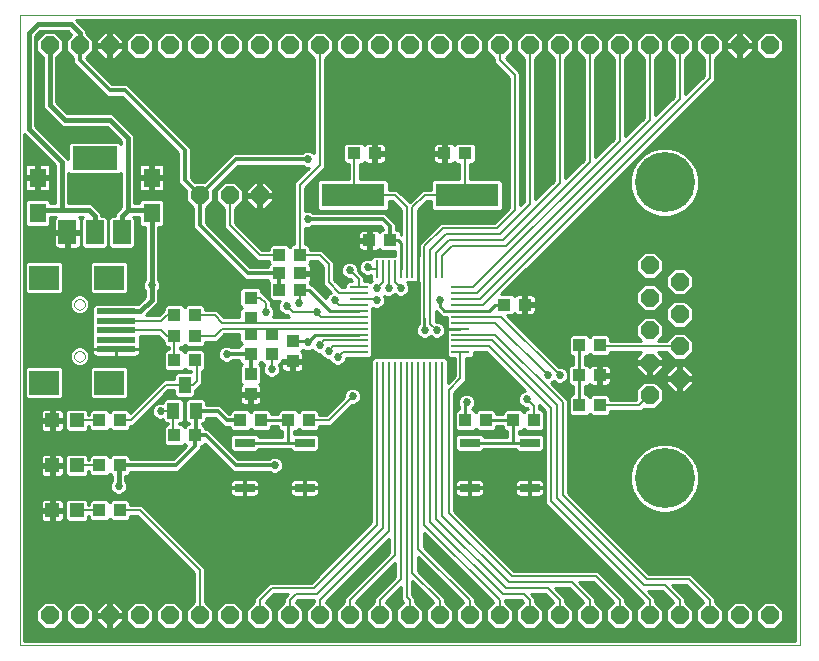
<source format=gtl>
G75*
G70*
%OFA0B0*%
%FSLAX24Y24*%
%IPPOS*%
%LPD*%
%AMOC8*
5,1,8,0,0,1.08239X$1,22.5*
%
%ADD10C,0.0000*%
%ADD11R,0.0591X0.0787*%
%ADD12R,0.1496X0.0787*%
%ADD13OC8,0.0600*%
%ADD14R,0.0098X0.0591*%
%ADD15R,0.0591X0.0098*%
%ADD16R,0.2100X0.0760*%
%ADD17R,0.0433X0.0394*%
%ADD18R,0.0984X0.0787*%
%ADD19R,0.1299X0.0197*%
%ADD20R,0.0394X0.0433*%
%ADD21R,0.0394X0.0551*%
%ADD22R,0.0551X0.0630*%
%ADD23R,0.0472X0.0472*%
%ADD24R,0.0650X0.0300*%
%ADD25C,0.2000*%
%ADD26C,0.0080*%
%ADD27C,0.0100*%
%ADD28C,0.0270*%
%ADD29C,0.0160*%
%ADD30C,0.0120*%
D10*
X000454Y000157D02*
X000454Y021157D01*
X026454Y021157D01*
X026454Y000157D01*
X000454Y000157D01*
X002277Y009791D02*
X002279Y009817D01*
X002285Y009843D01*
X002295Y009868D01*
X002308Y009891D01*
X002324Y009911D01*
X002344Y009929D01*
X002366Y009944D01*
X002389Y009956D01*
X002415Y009964D01*
X002441Y009968D01*
X002467Y009968D01*
X002493Y009964D01*
X002519Y009956D01*
X002543Y009944D01*
X002564Y009929D01*
X002584Y009911D01*
X002600Y009891D01*
X002613Y009868D01*
X002623Y009843D01*
X002629Y009817D01*
X002631Y009791D01*
X002629Y009765D01*
X002623Y009739D01*
X002613Y009714D01*
X002600Y009691D01*
X002584Y009671D01*
X002564Y009653D01*
X002542Y009638D01*
X002519Y009626D01*
X002493Y009618D01*
X002467Y009614D01*
X002441Y009614D01*
X002415Y009618D01*
X002389Y009626D01*
X002365Y009638D01*
X002344Y009653D01*
X002324Y009671D01*
X002308Y009691D01*
X002295Y009714D01*
X002285Y009739D01*
X002279Y009765D01*
X002277Y009791D01*
X002277Y011523D02*
X002279Y011549D01*
X002285Y011575D01*
X002295Y011600D01*
X002308Y011623D01*
X002324Y011643D01*
X002344Y011661D01*
X002366Y011676D01*
X002389Y011688D01*
X002415Y011696D01*
X002441Y011700D01*
X002467Y011700D01*
X002493Y011696D01*
X002519Y011688D01*
X002543Y011676D01*
X002564Y011661D01*
X002584Y011643D01*
X002600Y011623D01*
X002613Y011600D01*
X002623Y011575D01*
X002629Y011549D01*
X002631Y011523D01*
X002629Y011497D01*
X002623Y011471D01*
X002613Y011446D01*
X002600Y011423D01*
X002584Y011403D01*
X002564Y011385D01*
X002542Y011370D01*
X002519Y011358D01*
X002493Y011350D01*
X002467Y011346D01*
X002441Y011346D01*
X002415Y011350D01*
X002389Y011358D01*
X002365Y011370D01*
X002344Y011385D01*
X002324Y011403D01*
X002308Y011423D01*
X002295Y011446D01*
X002285Y011471D01*
X002279Y011497D01*
X002277Y011523D01*
D11*
X002048Y013917D03*
X002954Y013917D03*
X003859Y013917D03*
D12*
X002954Y016397D03*
D13*
X006454Y015157D03*
X007454Y015157D03*
X008454Y015157D03*
X008454Y020157D03*
X009454Y020157D03*
X010454Y020157D03*
X011454Y020157D03*
X012454Y020157D03*
X013454Y020157D03*
X014454Y020157D03*
X015454Y020157D03*
X016454Y020157D03*
X017454Y020157D03*
X018454Y020157D03*
X019454Y020157D03*
X020454Y020157D03*
X021454Y020157D03*
X022454Y020157D03*
X023454Y020157D03*
X024454Y020157D03*
X025454Y020157D03*
X021454Y012817D03*
X022454Y012277D03*
X021454Y011737D03*
X022454Y011197D03*
X021454Y010657D03*
X022454Y010117D03*
X021454Y009577D03*
X022454Y009037D03*
X021454Y008497D03*
X021454Y001157D03*
X020454Y001157D03*
X019454Y001157D03*
X018454Y001157D03*
X017454Y001157D03*
X016454Y001157D03*
X015454Y001157D03*
X014454Y001157D03*
X013454Y001157D03*
X012454Y001157D03*
X011454Y001157D03*
X010454Y001157D03*
X009454Y001157D03*
X008454Y001157D03*
X007454Y001157D03*
X006454Y001157D03*
X005454Y001157D03*
X004454Y001157D03*
X003454Y001157D03*
X002454Y001157D03*
X001454Y001157D03*
X022454Y001157D03*
X023454Y001157D03*
X024454Y001157D03*
X025454Y001157D03*
X007454Y020157D03*
X006454Y020157D03*
X005454Y020157D03*
X004454Y020157D03*
X003454Y020157D03*
X002454Y020157D03*
X001454Y020157D03*
D14*
X012371Y012700D03*
X012568Y012700D03*
X012765Y012700D03*
X012961Y012700D03*
X013158Y012700D03*
X013355Y012700D03*
X013552Y012700D03*
X013749Y012700D03*
X013946Y012700D03*
X014143Y012700D03*
X014339Y012700D03*
X014536Y012700D03*
X014536Y009314D03*
X014339Y009314D03*
X014143Y009314D03*
X013946Y009314D03*
X013749Y009314D03*
X013552Y009314D03*
X013355Y009314D03*
X013158Y009314D03*
X012961Y009314D03*
X012765Y009314D03*
X012568Y009314D03*
X012371Y009314D03*
D15*
X011761Y009925D03*
X011761Y010121D03*
X011761Y010318D03*
X011761Y010515D03*
X011761Y010712D03*
X011761Y010909D03*
X011761Y011106D03*
X011761Y011303D03*
X011761Y011499D03*
X011761Y011696D03*
X011761Y011893D03*
X011761Y012090D03*
X015146Y012090D03*
X015146Y011893D03*
X015146Y011696D03*
X015146Y011499D03*
X015146Y011303D03*
X015146Y011106D03*
X015146Y010909D03*
X015146Y010712D03*
X015146Y010515D03*
X015146Y010318D03*
X015146Y010121D03*
X015146Y009925D03*
D16*
X015354Y015157D03*
X011554Y015157D03*
D17*
X011619Y016557D03*
X012288Y016557D03*
X014619Y016557D03*
X015288Y016557D03*
X012788Y013657D03*
X012119Y013657D03*
X009788Y012557D03*
X009119Y012557D03*
X008154Y011742D03*
X008154Y011073D03*
X008154Y010542D03*
X008854Y010542D03*
X009554Y010292D03*
X008854Y009873D03*
X008154Y009873D03*
X009554Y009623D03*
X016619Y011507D03*
X017288Y011507D03*
X019119Y009157D03*
X019788Y009157D03*
D18*
X003438Y008905D03*
X001272Y008905D03*
X001272Y012409D03*
X003438Y012409D03*
D19*
X003674Y011287D03*
X003674Y010972D03*
X003674Y010657D03*
X003674Y010342D03*
X003674Y010027D03*
D20*
X005619Y009657D03*
X006288Y009657D03*
X006288Y010457D03*
X005619Y010457D03*
X005619Y011157D03*
X006288Y011157D03*
X008154Y009192D03*
X008154Y008523D03*
X008488Y007657D03*
X007819Y007657D03*
X006288Y007157D03*
X005619Y007157D03*
X003788Y007657D03*
X003119Y007657D03*
X003119Y006157D03*
X003788Y006157D03*
X003788Y004657D03*
X003119Y004657D03*
X009419Y007657D03*
X010088Y007657D03*
X015319Y007657D03*
X015988Y007657D03*
X016919Y007657D03*
X017588Y007657D03*
X019119Y008157D03*
X019788Y008157D03*
X019788Y010157D03*
X019119Y010157D03*
X009788Y012007D03*
X009119Y012007D03*
X009119Y013157D03*
X009788Y013157D03*
D21*
X005954Y008840D03*
X006328Y007974D03*
X005580Y007974D03*
D22*
X004854Y014567D03*
X004854Y015748D03*
X001054Y015748D03*
X001054Y014567D03*
D23*
X001540Y007657D03*
X002367Y007657D03*
X002367Y006157D03*
X001540Y006157D03*
X001540Y004657D03*
X002367Y004657D03*
D24*
X007954Y005407D03*
X007954Y006907D03*
X009954Y006907D03*
X009954Y005407D03*
X015454Y005407D03*
X015454Y006907D03*
X017454Y006907D03*
X017454Y005407D03*
D25*
X021954Y005727D03*
X021954Y015587D03*
D26*
X020454Y016957D02*
X020454Y020157D01*
X021454Y020157D02*
X021454Y017657D01*
X015689Y011893D01*
X015146Y011893D01*
X015146Y011696D02*
X015793Y011696D01*
X022454Y018357D01*
X022454Y020157D01*
X023454Y020157D02*
X023454Y019057D01*
X015896Y011499D01*
X015146Y011499D01*
X015146Y011106D02*
X016505Y011106D01*
X018454Y009157D01*
X018054Y009157D02*
X016302Y010909D01*
X015146Y010909D01*
X015146Y010515D02*
X016296Y010515D01*
X018554Y008257D01*
X018554Y005157D01*
X021354Y002357D01*
X022754Y002357D01*
X023454Y001657D01*
X023454Y001157D01*
X022454Y001157D02*
X022454Y001657D01*
X021954Y002157D01*
X021254Y002157D01*
X018354Y005057D01*
X018354Y008157D01*
X016193Y010318D01*
X015146Y010318D01*
X015146Y010121D02*
X016089Y010121D01*
X018154Y008057D01*
X018154Y004957D01*
X021454Y001657D01*
X021454Y001157D01*
X020454Y001157D02*
X020454Y001657D01*
X019654Y002457D01*
X016854Y002457D01*
X014754Y004557D01*
X014754Y008657D01*
X015146Y009050D01*
X015146Y009925D01*
X014536Y009314D02*
X014536Y004475D01*
X016754Y002257D01*
X018854Y002257D01*
X019454Y001657D01*
X019454Y001157D01*
X018454Y001157D02*
X018454Y001657D01*
X018054Y002057D01*
X016654Y002057D01*
X014339Y004371D01*
X014339Y009314D01*
X014143Y009314D02*
X014143Y004268D01*
X016554Y001857D01*
X017254Y001857D01*
X017454Y001657D01*
X017454Y001157D01*
X016454Y001157D02*
X016454Y001657D01*
X013946Y004165D01*
X013946Y009314D01*
X013749Y009314D02*
X013749Y003362D01*
X015454Y001657D01*
X015454Y001157D01*
X014454Y001157D02*
X014454Y001657D01*
X013552Y002559D01*
X013552Y009314D01*
X013355Y009314D02*
X013355Y001756D01*
X013454Y001657D01*
X013454Y001157D01*
X012454Y001157D02*
X012454Y001657D01*
X013158Y002362D01*
X013158Y009314D01*
X012961Y009314D02*
X012961Y003165D01*
X011454Y001657D01*
X011454Y001157D01*
X010454Y001157D02*
X010454Y001657D01*
X012765Y003968D01*
X012765Y009314D01*
X012568Y009314D02*
X012568Y004071D01*
X010354Y001857D01*
X009654Y001857D01*
X009454Y001657D01*
X009454Y001157D01*
X008454Y001157D02*
X008454Y001657D01*
X008854Y002057D01*
X010254Y002057D01*
X012371Y004175D01*
X012371Y009314D01*
X011761Y009925D02*
X011221Y009925D01*
X011054Y009757D01*
X010754Y009957D02*
X010918Y010121D01*
X011761Y010121D01*
X011761Y010318D02*
X010615Y010318D01*
X010454Y010157D01*
X011761Y010712D02*
X008854Y010712D01*
X008854Y010542D01*
X008854Y010712D02*
X008154Y010712D01*
X008154Y010542D01*
X008154Y010712D02*
X007208Y010712D01*
X006954Y010457D01*
X006288Y010457D01*
X005619Y010457D02*
X005619Y009657D01*
X006288Y009657D02*
X006354Y009592D01*
X006354Y008957D01*
X006237Y008840D01*
X005954Y008840D01*
X005337Y008840D01*
X004154Y007657D01*
X003788Y007657D01*
X003119Y007657D02*
X002367Y007657D01*
X002367Y006157D02*
X003119Y006157D01*
X003119Y004657D02*
X002367Y004657D01*
X003788Y004657D02*
X004454Y004657D01*
X006454Y002657D01*
X006454Y001157D01*
X005619Y007157D02*
X005580Y007197D01*
X005580Y007974D01*
X005170Y007974D01*
X005154Y007957D01*
X005354Y010457D02*
X005154Y010657D01*
X003674Y010657D01*
X003674Y010972D02*
X005169Y010972D01*
X005354Y011157D01*
X005619Y011157D01*
X006288Y011157D02*
X006954Y011157D01*
X007202Y010909D01*
X008154Y010909D01*
X008154Y011073D01*
X008154Y010909D02*
X011761Y010909D01*
X011761Y011106D02*
X010505Y011106D01*
X010354Y011257D01*
X009554Y011257D01*
X009354Y011457D01*
X009754Y011557D02*
X009788Y011592D01*
X009788Y012007D01*
X010754Y012257D02*
X010754Y012857D01*
X010454Y013157D01*
X009788Y013157D01*
X009788Y015492D01*
X010454Y016157D01*
X010454Y020157D01*
X011619Y016557D02*
X011619Y015223D01*
X011554Y015157D01*
X012954Y015157D01*
X013355Y014756D01*
X013355Y012700D01*
X013552Y012700D02*
X013552Y014756D01*
X013954Y015157D01*
X015354Y015157D01*
X015288Y015223D01*
X015288Y016557D01*
X017454Y014857D02*
X017454Y020157D01*
X018454Y020157D02*
X018454Y015557D01*
X016554Y013657D01*
X014754Y013657D01*
X014339Y013243D01*
X014339Y012700D01*
X014143Y012700D02*
X014143Y010868D01*
X014354Y010657D01*
X013954Y010657D02*
X013946Y010665D01*
X013946Y011057D01*
X013954Y011049D01*
X013954Y010657D01*
X013946Y011057D02*
X013946Y012700D01*
X013946Y013449D01*
X014554Y014057D01*
X016354Y014057D01*
X016954Y014657D01*
X016954Y019157D01*
X016454Y019657D01*
X016454Y020157D01*
X019454Y020157D02*
X019454Y016257D01*
X016654Y013457D01*
X014854Y013457D01*
X014536Y013140D01*
X014536Y012700D01*
X014143Y012700D02*
X014143Y013346D01*
X014654Y013857D01*
X016454Y013857D01*
X017454Y014857D01*
X015586Y012090D02*
X020454Y016957D01*
X015586Y012090D02*
X015146Y012090D01*
X013154Y012057D02*
X012961Y012249D01*
X012961Y012700D01*
X012765Y012700D02*
X012765Y012068D01*
X012754Y012057D01*
X012568Y012271D02*
X012354Y012057D01*
X012568Y012271D02*
X012568Y012700D01*
X012371Y012700D02*
X012111Y012700D01*
X012054Y012757D01*
X011761Y012350D02*
X011454Y012657D01*
X011761Y012350D02*
X011761Y012090D01*
X011761Y011893D02*
X011118Y011893D01*
X010754Y012257D01*
X010954Y011657D02*
X011111Y011499D01*
X011761Y011499D01*
X011761Y011696D02*
X012315Y011696D01*
X012354Y011657D01*
X009119Y013157D02*
X008454Y013157D01*
X007454Y014157D01*
X007454Y015157D01*
X008154Y011742D02*
X008469Y011742D01*
X008654Y011557D01*
X008654Y011257D01*
X008854Y009873D02*
X008854Y009357D01*
X010088Y007657D02*
X010754Y007657D01*
X011554Y008457D01*
X017354Y008357D02*
X017588Y008123D01*
X017588Y007657D01*
X019788Y008157D02*
X021114Y008157D01*
X021454Y008497D01*
X022454Y010117D02*
X019828Y010117D01*
X019788Y010157D01*
X005619Y010457D02*
X005354Y010457D01*
D27*
X005242Y010300D02*
X004474Y010300D01*
X004474Y010399D02*
X005144Y010399D01*
X005164Y010379D02*
X005272Y010270D01*
X005272Y010179D01*
X005360Y010091D01*
X005429Y010091D01*
X005429Y010024D01*
X005360Y010024D01*
X005272Y009936D01*
X005272Y009379D01*
X005360Y009291D01*
X005878Y009291D01*
X005954Y009366D01*
X006029Y009291D01*
X006164Y009291D01*
X006164Y009266D01*
X005695Y009266D01*
X005607Y009178D01*
X005607Y009030D01*
X005415Y009030D01*
X005258Y009030D01*
X004135Y007907D01*
X004135Y007936D01*
X004047Y008024D01*
X003529Y008024D01*
X003454Y007948D01*
X003378Y008024D01*
X002860Y008024D01*
X002772Y007936D01*
X002772Y007847D01*
X002753Y007847D01*
X002753Y007956D01*
X002665Y008044D01*
X002069Y008044D01*
X001981Y007956D01*
X001981Y007359D01*
X002069Y007271D01*
X002665Y007271D01*
X002753Y007359D01*
X002753Y007467D01*
X002772Y007467D01*
X002772Y007379D01*
X002860Y007291D01*
X003378Y007291D01*
X003454Y007366D01*
X003529Y007291D01*
X004047Y007291D01*
X004135Y007379D01*
X004135Y007467D01*
X004232Y007467D01*
X005415Y008650D01*
X005607Y008650D01*
X005607Y008503D01*
X005695Y008415D01*
X006213Y008415D01*
X006300Y008503D01*
X006300Y008650D01*
X006315Y008650D01*
X006432Y008767D01*
X006544Y008879D01*
X006544Y009291D01*
X006547Y009291D01*
X006635Y009379D01*
X006635Y009936D01*
X006547Y010024D01*
X006029Y010024D01*
X005954Y009948D01*
X005878Y010024D01*
X005809Y010024D01*
X005809Y010091D01*
X005878Y010091D01*
X005954Y010166D01*
X006029Y010091D01*
X006547Y010091D01*
X006635Y010179D01*
X006635Y010267D01*
X006875Y010267D01*
X007032Y010267D01*
X007287Y010522D01*
X007787Y010522D01*
X007787Y010283D01*
X007863Y010207D01*
X007787Y010132D01*
X007787Y010083D01*
X007531Y010083D01*
X007515Y010099D01*
X007410Y010142D01*
X007297Y010142D01*
X007192Y010099D01*
X007112Y010019D01*
X007069Y009914D01*
X007069Y009801D01*
X007112Y009696D01*
X007192Y009616D01*
X007297Y009572D01*
X007410Y009572D01*
X007515Y009616D01*
X007562Y009663D01*
X007787Y009663D01*
X007787Y009614D01*
X007868Y009532D01*
X007807Y009471D01*
X007807Y008913D01*
X007863Y008857D01*
X007837Y008831D01*
X007817Y008797D01*
X007807Y008759D01*
X007807Y008571D01*
X008105Y008571D01*
X008105Y008474D01*
X008202Y008474D01*
X008202Y008156D01*
X008370Y008156D01*
X008408Y008166D01*
X008442Y008186D01*
X008470Y008214D01*
X008490Y008248D01*
X008500Y008286D01*
X008500Y008474D01*
X008202Y008474D01*
X008202Y008571D01*
X008500Y008571D01*
X008500Y008759D01*
X008490Y008797D01*
X008470Y008831D01*
X008444Y008857D01*
X008500Y008913D01*
X008500Y009471D01*
X008439Y009532D01*
X008504Y009597D01*
X008575Y009526D01*
X008619Y009526D01*
X008612Y009519D01*
X008569Y009414D01*
X008569Y009301D01*
X008612Y009196D01*
X008692Y009116D01*
X008797Y009072D01*
X008910Y009072D01*
X009015Y009116D01*
X009095Y009196D01*
X009139Y009301D01*
X009139Y009414D01*
X009095Y009519D01*
X009088Y009526D01*
X009132Y009526D01*
X009220Y009614D01*
X009220Y009671D01*
X009505Y009671D01*
X009505Y009574D01*
X009602Y009574D01*
X009602Y009276D01*
X009790Y009276D01*
X009828Y009286D01*
X009862Y009306D01*
X009890Y009334D01*
X009910Y009368D01*
X009920Y009406D01*
X009920Y009574D01*
X009602Y009574D01*
X009602Y009671D01*
X009920Y009671D01*
X009920Y009839D01*
X009910Y009877D01*
X009890Y009912D01*
X009862Y009940D01*
X009840Y009953D01*
X009900Y010013D01*
X009997Y009972D01*
X010110Y009972D01*
X010205Y010012D01*
X010212Y009996D01*
X010292Y009916D01*
X010397Y009872D01*
X010480Y009872D01*
X010512Y009796D01*
X010592Y009716D01*
X010697Y009672D01*
X010780Y009672D01*
X010812Y009596D01*
X010892Y009516D01*
X010997Y009472D01*
X011110Y009472D01*
X011215Y009516D01*
X011295Y009596D01*
X011339Y009701D01*
X011339Y009735D01*
X011394Y009735D01*
X011403Y009725D01*
X012118Y009725D01*
X012206Y009813D01*
X012206Y010036D01*
X012206Y010233D01*
X012206Y010430D01*
X012206Y010627D01*
X012206Y010823D01*
X012206Y011020D01*
X012206Y011217D01*
X012206Y011410D01*
X012297Y011372D01*
X012410Y011372D01*
X012515Y011416D01*
X012595Y011496D01*
X012639Y011601D01*
X012639Y011714D01*
X012597Y011814D01*
X012697Y011772D01*
X012810Y011772D01*
X012915Y011816D01*
X012954Y011854D01*
X012992Y011816D01*
X013097Y011772D01*
X013210Y011772D01*
X013315Y011816D01*
X013395Y011896D01*
X013439Y012001D01*
X013439Y012114D01*
X013395Y012219D01*
X013359Y012255D01*
X013466Y012255D01*
X013663Y012255D01*
X013667Y012258D01*
X013680Y012255D01*
X013749Y012255D01*
X013756Y012255D01*
X013756Y011136D01*
X013756Y010979D01*
X013756Y010862D01*
X013712Y010819D01*
X013669Y010714D01*
X013669Y010601D01*
X013712Y010496D01*
X013792Y010416D01*
X013897Y010372D01*
X014010Y010372D01*
X014115Y010416D01*
X014154Y010454D01*
X014192Y010416D01*
X014297Y010372D01*
X014410Y010372D01*
X014515Y010416D01*
X014595Y010496D01*
X014639Y010601D01*
X014639Y010714D01*
X014595Y010819D01*
X014515Y010899D01*
X014410Y010942D01*
X014337Y010942D01*
X014332Y010947D01*
X014332Y011296D01*
X014371Y011257D01*
X014525Y011103D01*
X014691Y011103D01*
X014701Y011103D01*
X014701Y010994D01*
X014701Y010798D01*
X014705Y010794D01*
X014701Y010781D01*
X014701Y010712D01*
X014701Y010643D01*
X014705Y010630D01*
X014701Y010627D01*
X014701Y010404D01*
X014701Y010207D01*
X014701Y010010D01*
X014701Y009813D01*
X014789Y009725D01*
X014956Y009725D01*
X014956Y009129D01*
X014726Y008899D01*
X014726Y008948D01*
X014735Y008957D01*
X014735Y009672D01*
X014648Y009760D01*
X014425Y009760D01*
X014228Y009760D01*
X014031Y009760D01*
X013834Y009760D01*
X013637Y009760D01*
X013441Y009760D01*
X013244Y009760D01*
X013047Y009760D01*
X012850Y009760D01*
X012653Y009760D01*
X012456Y009760D01*
X012259Y009760D01*
X012172Y009672D01*
X012172Y008957D01*
X012181Y008948D01*
X012181Y004253D01*
X010175Y002247D01*
X008932Y002247D01*
X008775Y002247D01*
X008375Y001847D01*
X008264Y001736D01*
X008264Y001604D01*
X008004Y001344D01*
X008004Y000971D01*
X008267Y000707D01*
X008640Y000707D01*
X008904Y000971D01*
X008904Y001344D01*
X008656Y001591D01*
X008932Y001867D01*
X009395Y001867D01*
X009375Y001847D01*
X009264Y001736D01*
X009264Y001604D01*
X009004Y001344D01*
X009004Y000971D01*
X009267Y000707D01*
X009640Y000707D01*
X009904Y000971D01*
X009904Y001344D01*
X009656Y001591D01*
X009732Y001667D01*
X010264Y001667D01*
X010264Y001604D01*
X010004Y001344D01*
X010004Y000971D01*
X010267Y000707D01*
X010640Y000707D01*
X010904Y000971D01*
X010904Y001344D01*
X010656Y001591D01*
X012771Y003707D01*
X012771Y003244D01*
X011375Y001847D01*
X011264Y001736D01*
X011264Y001604D01*
X011004Y001344D01*
X011004Y000971D01*
X011267Y000707D01*
X011640Y000707D01*
X011904Y000971D01*
X011904Y001344D01*
X011656Y001591D01*
X012968Y002903D01*
X012968Y002441D01*
X012375Y001847D01*
X012264Y001736D01*
X012264Y001604D01*
X012004Y001344D01*
X012004Y000971D01*
X012267Y000707D01*
X012640Y000707D01*
X012904Y000971D01*
X012904Y001344D01*
X012656Y001591D01*
X013165Y002100D01*
X013165Y001834D01*
X013165Y001677D01*
X013251Y001591D01*
X013004Y001344D01*
X013004Y000971D01*
X013267Y000707D01*
X013640Y000707D01*
X013904Y000971D01*
X013904Y001344D01*
X013644Y001604D01*
X013644Y001736D01*
X013545Y001834D01*
X013545Y002297D01*
X014251Y001591D01*
X014004Y001344D01*
X014004Y000971D01*
X014267Y000707D01*
X014640Y000707D01*
X014904Y000971D01*
X014904Y001344D01*
X014644Y001604D01*
X014644Y001736D01*
X014532Y001847D01*
X013742Y002638D01*
X013742Y003100D01*
X015251Y001591D01*
X015004Y001344D01*
X015004Y000971D01*
X015267Y000707D01*
X015640Y000707D01*
X015904Y000971D01*
X015904Y001344D01*
X015644Y001604D01*
X015644Y001736D01*
X015532Y001847D01*
X013939Y003441D01*
X013939Y003903D01*
X016251Y001591D01*
X016004Y001344D01*
X016004Y000971D01*
X016267Y000707D01*
X016640Y000707D01*
X016904Y000971D01*
X016904Y001344D01*
X016644Y001604D01*
X016644Y001667D01*
X017175Y001667D01*
X017251Y001591D01*
X017004Y001344D01*
X017004Y000971D01*
X017267Y000707D01*
X017640Y000707D01*
X017904Y000971D01*
X017904Y001344D01*
X017644Y001604D01*
X017644Y001736D01*
X017532Y001847D01*
X017512Y001867D01*
X017975Y001867D01*
X018251Y001591D01*
X018004Y001344D01*
X018004Y000971D01*
X018267Y000707D01*
X018640Y000707D01*
X018904Y000971D01*
X018904Y001344D01*
X018644Y001604D01*
X018644Y001736D01*
X018312Y002067D01*
X018775Y002067D01*
X019251Y001591D01*
X019004Y001344D01*
X019004Y000971D01*
X019267Y000707D01*
X019640Y000707D01*
X019904Y000971D01*
X019904Y001344D01*
X019644Y001604D01*
X019644Y001736D01*
X019532Y001847D01*
X019112Y002267D01*
X019575Y002267D01*
X020251Y001591D01*
X020004Y001344D01*
X020004Y000971D01*
X020267Y000707D01*
X020640Y000707D01*
X020904Y000971D01*
X020904Y001344D01*
X020644Y001604D01*
X020644Y001736D01*
X020532Y001847D01*
X019732Y002647D01*
X019575Y002647D01*
X016932Y002647D01*
X014944Y004636D01*
X014944Y008579D01*
X015336Y008971D01*
X015336Y009129D01*
X015336Y009725D01*
X015504Y009725D01*
X015592Y009813D01*
X015592Y009931D01*
X016011Y009931D01*
X017300Y008642D01*
X017297Y008642D01*
X017192Y008599D01*
X017112Y008519D01*
X017069Y008414D01*
X017069Y008301D01*
X017112Y008196D01*
X017192Y008116D01*
X017297Y008072D01*
X017370Y008072D01*
X017398Y008044D01*
X017398Y008024D01*
X017329Y008024D01*
X017254Y007948D01*
X017178Y008024D01*
X016660Y008024D01*
X016572Y007936D01*
X016572Y007857D01*
X016335Y007857D01*
X016335Y007936D01*
X016247Y008024D01*
X015729Y008024D01*
X015654Y007948D01*
X015578Y008024D01*
X015523Y008024D01*
X015595Y008096D01*
X015639Y008201D01*
X015639Y008314D01*
X015595Y008419D01*
X015515Y008499D01*
X015410Y008542D01*
X015297Y008542D01*
X015192Y008499D01*
X015112Y008419D01*
X015069Y008314D01*
X015069Y008201D01*
X015112Y008096D01*
X015119Y008089D01*
X015119Y008024D01*
X015060Y008024D01*
X014972Y007936D01*
X014972Y007379D01*
X015060Y007291D01*
X015578Y007291D01*
X015654Y007366D01*
X015729Y007291D01*
X016247Y007291D01*
X016335Y007379D01*
X016335Y007457D01*
X016572Y007457D01*
X016572Y007379D01*
X016660Y007291D01*
X016719Y007291D01*
X016719Y007107D01*
X015929Y007107D01*
X015929Y007119D01*
X015841Y007207D01*
X015066Y007207D01*
X014979Y007119D01*
X014979Y006695D01*
X015066Y006607D01*
X015841Y006607D01*
X015929Y006695D01*
X015929Y006707D01*
X016871Y006707D01*
X016979Y006707D01*
X016979Y006695D01*
X017066Y006607D01*
X017841Y006607D01*
X017929Y006695D01*
X017929Y007119D01*
X017841Y007207D01*
X017119Y007207D01*
X017119Y007291D01*
X017178Y007291D01*
X017254Y007366D01*
X017329Y007291D01*
X017847Y007291D01*
X017935Y007379D01*
X017935Y007936D01*
X017847Y008024D01*
X017778Y008024D01*
X017778Y008044D01*
X017778Y008164D01*
X017964Y007979D01*
X017964Y005036D01*
X017964Y004879D01*
X021251Y001591D01*
X021004Y001344D01*
X021004Y000971D01*
X021267Y000707D01*
X021640Y000707D01*
X021904Y000971D01*
X021904Y001344D01*
X021644Y001604D01*
X021644Y001736D01*
X021532Y001847D01*
X021412Y001967D01*
X021875Y001967D01*
X022251Y001591D01*
X022004Y001344D01*
X022004Y000971D01*
X022267Y000707D01*
X022640Y000707D01*
X022904Y000971D01*
X022904Y001344D01*
X022644Y001604D01*
X022644Y001736D01*
X022532Y001847D01*
X022212Y002167D01*
X022675Y002167D01*
X023251Y001591D01*
X023004Y001344D01*
X023004Y000971D01*
X023267Y000707D01*
X023640Y000707D01*
X023904Y000971D01*
X023904Y001344D01*
X023644Y001604D01*
X023644Y001736D01*
X023532Y001847D01*
X022832Y002547D01*
X022675Y002547D01*
X021432Y002547D01*
X018744Y005236D01*
X018744Y008336D01*
X018632Y008447D01*
X018179Y008901D01*
X018215Y008916D01*
X018254Y008954D01*
X018292Y008916D01*
X018397Y008872D01*
X018510Y008872D01*
X018615Y008916D01*
X018695Y008996D01*
X018739Y009101D01*
X018739Y009214D01*
X018695Y009319D01*
X018615Y009399D01*
X018510Y009442D01*
X018437Y009442D01*
X016719Y011160D01*
X016898Y011160D01*
X016954Y011216D01*
X016980Y011190D01*
X017014Y011171D01*
X017052Y011160D01*
X017240Y011160D01*
X017240Y011459D01*
X017337Y011459D01*
X017337Y011556D01*
X017655Y011556D01*
X017655Y011724D01*
X017644Y011762D01*
X017625Y011796D01*
X017597Y011824D01*
X017563Y011844D01*
X017524Y011854D01*
X017337Y011854D01*
X017337Y011556D01*
X017240Y011556D01*
X017240Y011854D01*
X017052Y011854D01*
X017014Y011844D01*
X016980Y011824D01*
X016954Y011798D01*
X016898Y011854D01*
X016519Y011854D01*
X023532Y018867D01*
X023644Y018979D01*
X023644Y019711D01*
X023904Y019971D01*
X023904Y020344D01*
X023640Y020607D01*
X023267Y020607D01*
X023004Y020344D01*
X023004Y019971D01*
X023264Y019711D01*
X023264Y019136D01*
X022644Y018516D01*
X022644Y019711D01*
X022904Y019971D01*
X022904Y020344D01*
X022640Y020607D01*
X022267Y020607D01*
X022004Y020344D01*
X022004Y019971D01*
X022264Y019711D01*
X022264Y018436D01*
X021644Y017816D01*
X021644Y019711D01*
X021904Y019971D01*
X021904Y020344D01*
X021640Y020607D01*
X021267Y020607D01*
X021004Y020344D01*
X021004Y019971D01*
X021264Y019711D01*
X021264Y017736D01*
X020644Y017116D01*
X020644Y019711D01*
X020904Y019971D01*
X020904Y020344D01*
X020640Y020607D01*
X020267Y020607D01*
X020004Y020344D01*
X020004Y019971D01*
X020264Y019711D01*
X020264Y017036D01*
X019644Y016416D01*
X019644Y019711D01*
X019904Y019971D01*
X019904Y020344D01*
X019640Y020607D01*
X019267Y020607D01*
X019004Y020344D01*
X019004Y019971D01*
X019264Y019711D01*
X019264Y016336D01*
X018644Y015716D01*
X018644Y019711D01*
X018904Y019971D01*
X018904Y020344D01*
X018640Y020607D01*
X018267Y020607D01*
X018004Y020344D01*
X018004Y019971D01*
X018264Y019711D01*
X018264Y015636D01*
X017644Y015016D01*
X017644Y019711D01*
X017904Y019971D01*
X017904Y020344D01*
X017640Y020607D01*
X017267Y020607D01*
X017004Y020344D01*
X017004Y019971D01*
X017264Y019711D01*
X017264Y014936D01*
X017144Y014816D01*
X017144Y019079D01*
X017144Y019236D01*
X016656Y019723D01*
X016904Y019971D01*
X016904Y020344D01*
X016640Y020607D01*
X016267Y020607D01*
X016004Y020344D01*
X016004Y019971D01*
X016264Y019711D01*
X016264Y019579D01*
X016764Y019079D01*
X016764Y014736D01*
X016275Y014247D01*
X014475Y014247D01*
X014364Y014136D01*
X013867Y013639D01*
X013756Y013528D01*
X013756Y013145D01*
X013749Y013145D01*
X013749Y013060D01*
X013749Y013060D01*
X013749Y013060D01*
X013749Y013145D01*
X013742Y013145D01*
X013742Y014677D01*
X014032Y014967D01*
X014154Y014967D01*
X014154Y014715D01*
X014241Y014627D01*
X016466Y014627D01*
X016554Y014715D01*
X016554Y015599D01*
X016466Y015687D01*
X015478Y015687D01*
X015478Y016210D01*
X015567Y016210D01*
X015655Y016298D01*
X015655Y016816D01*
X015567Y016904D01*
X015009Y016904D01*
X014954Y016848D01*
X014928Y016874D01*
X014893Y016894D01*
X014855Y016904D01*
X014667Y016904D01*
X014667Y016606D01*
X014570Y016606D01*
X014570Y016509D01*
X014252Y016509D01*
X014252Y016341D01*
X014263Y016303D01*
X014282Y016268D01*
X014310Y016240D01*
X014344Y016221D01*
X014383Y016210D01*
X014570Y016210D01*
X014570Y016509D01*
X014667Y016509D01*
X014667Y016210D01*
X014855Y016210D01*
X014893Y016221D01*
X014928Y016240D01*
X014954Y016266D01*
X015009Y016210D01*
X015098Y016210D01*
X015098Y015687D01*
X014241Y015687D01*
X014154Y015599D01*
X014154Y015347D01*
X013875Y015347D01*
X013764Y015236D01*
X013454Y014926D01*
X013144Y015236D01*
X013032Y015347D01*
X012754Y015347D01*
X012754Y015599D01*
X012666Y015687D01*
X011809Y015687D01*
X011809Y016210D01*
X011898Y016210D01*
X011954Y016266D01*
X011980Y016240D01*
X012014Y016221D01*
X012052Y016210D01*
X012240Y016210D01*
X012240Y016509D01*
X012337Y016509D01*
X012337Y016606D01*
X012655Y016606D01*
X012655Y016774D01*
X012644Y016812D01*
X012625Y016846D01*
X012597Y016874D01*
X012563Y016894D01*
X012524Y016904D01*
X012337Y016904D01*
X012337Y016606D01*
X012240Y016606D01*
X012240Y016904D01*
X012052Y016904D01*
X012014Y016894D01*
X011980Y016874D01*
X011954Y016848D01*
X011898Y016904D01*
X011340Y016904D01*
X011252Y016816D01*
X011252Y016298D01*
X011340Y016210D01*
X011429Y016210D01*
X011429Y015687D01*
X010441Y015687D01*
X010354Y015599D01*
X010354Y014715D01*
X010441Y014627D01*
X012666Y014627D01*
X012754Y014715D01*
X012754Y014967D01*
X012875Y014967D01*
X013165Y014677D01*
X013165Y013829D01*
X013155Y013839D01*
X013155Y013916D01*
X013067Y014004D01*
X012998Y014004D01*
X012998Y014036D01*
X012998Y014210D01*
X012764Y014444D01*
X012641Y014567D01*
X010247Y014567D01*
X010215Y014599D01*
X010110Y014642D01*
X009997Y014642D01*
X009978Y014635D01*
X009978Y015413D01*
X010644Y016079D01*
X010644Y016236D01*
X010644Y019711D01*
X010904Y019971D01*
X010904Y020344D01*
X010640Y020607D01*
X010267Y020607D01*
X010004Y020344D01*
X010004Y019971D01*
X010264Y019711D01*
X010264Y016550D01*
X010215Y016599D01*
X010110Y016642D01*
X009997Y016642D01*
X009892Y016599D01*
X009860Y016567D01*
X007741Y016567D01*
X007567Y016567D01*
X006607Y015607D01*
X006301Y015607D01*
X006164Y015744D01*
X006164Y016744D01*
X006041Y016867D01*
X004164Y018744D01*
X004041Y018867D01*
X003540Y018867D01*
X002670Y019738D01*
X002904Y019971D01*
X002904Y020344D01*
X002684Y020564D01*
X002684Y020653D01*
X002549Y020787D01*
X002329Y021007D01*
X026304Y021007D01*
X026304Y000307D01*
X000604Y000307D01*
X000604Y017182D01*
X001624Y016162D01*
X001624Y014887D01*
X001479Y014887D01*
X001479Y014944D01*
X001391Y015032D01*
X000716Y015032D01*
X000628Y014944D01*
X000628Y014190D01*
X000716Y014102D01*
X001391Y014102D01*
X001479Y014190D01*
X001479Y014427D01*
X001657Y014427D01*
X001633Y014403D01*
X001613Y014369D01*
X001603Y014331D01*
X001603Y013967D01*
X001998Y013967D01*
X001998Y013867D01*
X002098Y013867D01*
X002098Y013373D01*
X002363Y013373D01*
X002401Y013384D01*
X002435Y013403D01*
X002463Y013431D01*
X002483Y013466D01*
X002493Y013504D01*
X002493Y013867D01*
X002098Y013867D01*
X002098Y013967D01*
X002493Y013967D01*
X002493Y014331D01*
X002483Y014369D01*
X002463Y014403D01*
X002439Y014427D01*
X002563Y014427D01*
X002508Y014373D01*
X002508Y013461D01*
X002596Y013373D01*
X003311Y013373D01*
X003399Y013461D01*
X003399Y014373D01*
X003311Y014461D01*
X003184Y014461D01*
X003184Y014553D01*
X002849Y014887D01*
X002658Y014887D01*
X002084Y014887D01*
X002084Y015914D01*
X002143Y015854D01*
X003764Y015854D01*
X003824Y015914D01*
X003824Y014753D01*
X003629Y014558D01*
X003629Y014461D01*
X003502Y014461D01*
X003414Y014373D01*
X003414Y013461D01*
X003502Y013373D01*
X004216Y013373D01*
X004304Y013461D01*
X004304Y014373D01*
X004250Y014427D01*
X004428Y014427D01*
X004428Y014190D01*
X004516Y014102D01*
X004624Y014102D01*
X004624Y012330D01*
X004612Y012319D01*
X004569Y012214D01*
X004569Y012101D01*
X004612Y011996D01*
X004624Y011984D01*
X004624Y011753D01*
X004396Y011525D01*
X004386Y011536D01*
X002962Y011536D01*
X002874Y011448D01*
X002874Y011127D01*
X002874Y010812D01*
X002874Y010503D01*
X002874Y010182D01*
X002882Y010174D01*
X002874Y010146D01*
X002874Y010028D01*
X003674Y010028D01*
X004474Y010028D01*
X004474Y010146D01*
X004466Y010174D01*
X004474Y010182D01*
X004474Y010467D01*
X005075Y010467D01*
X005164Y010379D01*
X005272Y010201D02*
X004474Y010201D01*
X004474Y010103D02*
X005348Y010103D01*
X005340Y010004D02*
X004474Y010004D01*
X004474Y010027D02*
X004474Y009909D01*
X004463Y009871D01*
X004444Y009837D01*
X004416Y009809D01*
X004381Y009789D01*
X004343Y009779D01*
X003674Y009779D01*
X003674Y010027D01*
X003674Y010027D01*
X003674Y009779D01*
X003005Y009779D01*
X002966Y009789D01*
X002932Y009809D01*
X002904Y009837D01*
X002885Y009871D01*
X002874Y009909D01*
X002874Y010027D01*
X003674Y010027D01*
X003674Y010028D01*
X003674Y010027D01*
X004474Y010027D01*
X004473Y009906D02*
X005272Y009906D01*
X005272Y009807D02*
X004413Y009807D01*
X004028Y009413D02*
X005272Y009413D01*
X005272Y009512D02*
X002634Y009512D01*
X002639Y009514D02*
X002731Y009606D01*
X002781Y009726D01*
X002781Y009856D01*
X002731Y009976D01*
X002639Y010069D01*
X002519Y010118D01*
X002388Y010118D01*
X002268Y010069D01*
X002176Y009976D01*
X002126Y009856D01*
X002126Y009726D01*
X002176Y009606D01*
X002268Y009514D01*
X002388Y009464D01*
X002519Y009464D01*
X002639Y009514D01*
X002733Y009610D02*
X005272Y009610D01*
X005272Y009709D02*
X002773Y009709D01*
X002781Y009807D02*
X002935Y009807D01*
X002875Y009906D02*
X002760Y009906D01*
X002703Y010004D02*
X002874Y010004D01*
X002874Y010103D02*
X002556Y010103D01*
X002351Y010103D02*
X000604Y010103D01*
X000604Y010201D02*
X002874Y010201D01*
X002874Y010300D02*
X000604Y010300D01*
X000604Y010399D02*
X002874Y010399D01*
X002874Y010497D02*
X000604Y010497D01*
X000604Y010596D02*
X002874Y010596D01*
X002874Y010694D02*
X000604Y010694D01*
X000604Y010793D02*
X002874Y010793D01*
X002874Y010891D02*
X000604Y010891D01*
X000604Y010990D02*
X002874Y010990D01*
X002874Y011088D02*
X000604Y011088D01*
X000604Y011187D02*
X002874Y011187D01*
X002874Y011285D02*
X002678Y011285D01*
X002639Y011246D02*
X002731Y011338D01*
X002781Y011458D01*
X002781Y011589D01*
X002731Y011709D01*
X002639Y011801D01*
X002519Y011851D01*
X002388Y011851D01*
X002268Y011801D01*
X002176Y011709D01*
X002126Y011589D01*
X002126Y011458D01*
X002176Y011338D01*
X002268Y011246D01*
X002388Y011196D01*
X002519Y011196D01*
X002639Y011246D01*
X002750Y011384D02*
X002874Y011384D01*
X002909Y011483D02*
X002781Y011483D01*
X002781Y011581D02*
X004452Y011581D01*
X004551Y011680D02*
X002743Y011680D01*
X002661Y011778D02*
X004624Y011778D01*
X004624Y011877D02*
X004003Y011877D01*
X003992Y011866D02*
X004080Y011953D01*
X004080Y012865D01*
X003992Y012953D01*
X002884Y012953D01*
X002796Y012865D01*
X002796Y011953D01*
X002884Y011866D01*
X003992Y011866D01*
X004080Y011975D02*
X004624Y011975D01*
X004580Y012074D02*
X004080Y012074D01*
X004080Y012172D02*
X004569Y012172D01*
X004592Y012271D02*
X004080Y012271D01*
X004080Y012369D02*
X004624Y012369D01*
X004624Y012468D02*
X004080Y012468D01*
X004080Y012566D02*
X004624Y012566D01*
X004624Y012665D02*
X004080Y012665D01*
X004080Y012764D02*
X004624Y012764D01*
X004624Y012862D02*
X004080Y012862D01*
X004624Y012961D02*
X000604Y012961D01*
X000604Y013059D02*
X004624Y013059D01*
X004624Y013158D02*
X000604Y013158D01*
X000604Y013256D02*
X004624Y013256D01*
X004624Y013355D02*
X000604Y013355D01*
X000604Y013453D02*
X001620Y013453D01*
X001613Y013466D02*
X001633Y013431D01*
X001661Y013403D01*
X001695Y013384D01*
X001733Y013373D01*
X001998Y013373D01*
X001998Y013867D01*
X001603Y013867D01*
X001603Y013504D01*
X001613Y013466D01*
X001603Y013552D02*
X000604Y013552D01*
X000604Y013650D02*
X001603Y013650D01*
X001603Y013749D02*
X000604Y013749D01*
X000604Y013848D02*
X001603Y013848D01*
X001603Y014045D02*
X000604Y014045D01*
X000604Y014143D02*
X000674Y014143D01*
X000628Y014242D02*
X000604Y014242D01*
X000604Y014340D02*
X000628Y014340D01*
X000628Y014439D02*
X000604Y014439D01*
X000604Y014537D02*
X000628Y014537D01*
X000628Y014636D02*
X000604Y014636D01*
X000604Y014734D02*
X000628Y014734D01*
X000628Y014833D02*
X000604Y014833D01*
X000604Y014932D02*
X000628Y014932D01*
X000604Y015030D02*
X000714Y015030D01*
X000604Y015129D02*
X001624Y015129D01*
X001624Y015227D02*
X000604Y015227D01*
X000604Y015326D02*
X000673Y015326D01*
X000686Y015313D02*
X000720Y015293D01*
X000758Y015283D01*
X001004Y015283D01*
X001004Y015698D01*
X001103Y015698D01*
X001103Y015283D01*
X001349Y015283D01*
X001387Y015293D01*
X001421Y015313D01*
X001449Y015341D01*
X001469Y015375D01*
X001479Y015413D01*
X001479Y015698D01*
X001104Y015698D01*
X001104Y015798D01*
X001479Y015798D01*
X001479Y016083D01*
X001469Y016121D01*
X001449Y016155D01*
X001421Y016183D01*
X001387Y016203D01*
X001349Y016213D01*
X001103Y016213D01*
X001103Y015798D01*
X001004Y015798D01*
X001004Y016213D01*
X000758Y016213D01*
X000720Y016203D01*
X000686Y016183D01*
X000658Y016155D01*
X000638Y016121D01*
X000628Y016083D01*
X000628Y015798D01*
X001003Y015798D01*
X001003Y015698D01*
X000628Y015698D01*
X000628Y015413D01*
X000638Y015375D01*
X000658Y015341D01*
X000686Y015313D01*
X000628Y015424D02*
X000604Y015424D01*
X000604Y015523D02*
X000628Y015523D01*
X000628Y015621D02*
X000604Y015621D01*
X000604Y015720D02*
X001003Y015720D01*
X001004Y015818D02*
X001103Y015818D01*
X001104Y015720D02*
X001624Y015720D01*
X001624Y015818D02*
X001479Y015818D01*
X001479Y015917D02*
X001624Y015917D01*
X001624Y016016D02*
X001479Y016016D01*
X001471Y016114D02*
X001624Y016114D01*
X001573Y016213D02*
X001350Y016213D01*
X001474Y016311D02*
X000604Y016311D01*
X000604Y016213D02*
X000757Y016213D01*
X000636Y016114D02*
X000604Y016114D01*
X000604Y016016D02*
X000628Y016016D01*
X000628Y015917D02*
X000604Y015917D01*
X000604Y015818D02*
X000628Y015818D01*
X001004Y015917D02*
X001103Y015917D01*
X001103Y016016D02*
X001004Y016016D01*
X001004Y016114D02*
X001103Y016114D01*
X001103Y016213D02*
X001004Y016213D01*
X001277Y016508D02*
X000604Y016508D01*
X000604Y016410D02*
X001376Y016410D01*
X001179Y016607D02*
X000604Y016607D01*
X000604Y016705D02*
X001080Y016705D01*
X000982Y016804D02*
X000604Y016804D01*
X000604Y016902D02*
X000883Y016902D01*
X000785Y017001D02*
X000604Y017001D01*
X000604Y017099D02*
X000686Y017099D01*
X000984Y017453D02*
X000984Y020462D01*
X001149Y020627D01*
X002058Y020627D01*
X002173Y020513D01*
X002004Y020344D01*
X002004Y019971D01*
X002244Y019731D01*
X002244Y019570D01*
X002367Y019447D01*
X003244Y018570D01*
X003367Y018447D01*
X003867Y018447D01*
X005744Y016570D01*
X005744Y015744D01*
X005744Y015570D01*
X006004Y015310D01*
X006004Y014971D01*
X006244Y014731D01*
X006244Y014244D01*
X006244Y014070D01*
X007967Y012347D01*
X008141Y012347D01*
X008752Y012347D01*
X008752Y012298D01*
X008772Y012279D01*
X008772Y011729D01*
X008860Y011641D01*
X009134Y011641D01*
X009112Y011619D01*
X009069Y011514D01*
X009069Y011401D01*
X009112Y011296D01*
X009192Y011216D01*
X009297Y011172D01*
X009370Y011172D01*
X009443Y011099D01*
X008896Y011099D01*
X008939Y011201D01*
X008939Y011314D01*
X008895Y011419D01*
X008844Y011470D01*
X008844Y011479D01*
X008844Y011636D01*
X008548Y011932D01*
X008520Y011932D01*
X008520Y012001D01*
X008432Y012089D01*
X007875Y012089D01*
X007787Y012001D01*
X007787Y011483D01*
X007863Y011407D01*
X007787Y011332D01*
X007787Y011099D01*
X007281Y011099D01*
X007144Y011236D01*
X007032Y011347D01*
X006635Y011347D01*
X006635Y011436D01*
X006547Y011524D01*
X006029Y011524D01*
X005954Y011448D01*
X005878Y011524D01*
X005360Y011524D01*
X005272Y011436D01*
X005272Y011344D01*
X005164Y011236D01*
X005090Y011162D01*
X004684Y011162D01*
X005084Y011562D01*
X005084Y011753D01*
X005084Y011984D01*
X005095Y011996D01*
X005139Y012101D01*
X005139Y012214D01*
X005095Y012319D01*
X005084Y012330D01*
X005084Y014102D01*
X005191Y014102D01*
X005279Y014190D01*
X005279Y014944D01*
X005191Y015032D01*
X004516Y015032D01*
X004428Y014944D01*
X004428Y014887D01*
X004284Y014887D01*
X004284Y016962D01*
X004284Y017153D01*
X003684Y017753D01*
X003549Y017887D01*
X002049Y017887D01*
X001684Y018253D01*
X001684Y019751D01*
X001904Y019971D01*
X001904Y020344D01*
X001640Y020607D01*
X001267Y020607D01*
X001004Y020344D01*
X001004Y019971D01*
X001224Y019751D01*
X001224Y018062D01*
X001358Y017927D01*
X001858Y017427D01*
X002049Y017427D01*
X003358Y017427D01*
X003824Y016962D01*
X003824Y016881D01*
X003764Y016941D01*
X002143Y016941D01*
X002056Y016853D01*
X002056Y016381D01*
X000984Y017453D01*
X000984Y017494D02*
X001792Y017494D01*
X001693Y017592D02*
X000984Y017592D01*
X000984Y017691D02*
X001595Y017691D01*
X001496Y017789D02*
X000984Y017789D01*
X000984Y017888D02*
X001398Y017888D01*
X001299Y017986D02*
X000984Y017986D01*
X000984Y018085D02*
X001224Y018085D01*
X001224Y018183D02*
X000984Y018183D01*
X000984Y018282D02*
X001224Y018282D01*
X001224Y018381D02*
X000984Y018381D01*
X000984Y018479D02*
X001224Y018479D01*
X001224Y018578D02*
X000984Y018578D01*
X000984Y018676D02*
X001224Y018676D01*
X001224Y018775D02*
X000984Y018775D01*
X000984Y018873D02*
X001224Y018873D01*
X001224Y018972D02*
X000984Y018972D01*
X000984Y019070D02*
X001224Y019070D01*
X001224Y019169D02*
X000984Y019169D01*
X000984Y019267D02*
X001224Y019267D01*
X001224Y019366D02*
X000984Y019366D01*
X000984Y019465D02*
X001224Y019465D01*
X001224Y019563D02*
X000984Y019563D01*
X000984Y019662D02*
X001224Y019662D01*
X001214Y019760D02*
X000984Y019760D01*
X000984Y019859D02*
X001116Y019859D01*
X001017Y019957D02*
X000984Y019957D01*
X000984Y020056D02*
X001004Y020056D01*
X001004Y020154D02*
X000984Y020154D01*
X000984Y020253D02*
X001004Y020253D01*
X001011Y020351D02*
X000984Y020351D01*
X000984Y020450D02*
X001110Y020450D01*
X001070Y020549D02*
X001208Y020549D01*
X001699Y020549D02*
X002137Y020549D01*
X002110Y020450D02*
X001797Y020450D01*
X001896Y020351D02*
X002011Y020351D01*
X002004Y020253D02*
X001904Y020253D01*
X001904Y020154D02*
X002004Y020154D01*
X002004Y020056D02*
X001904Y020056D01*
X001890Y019957D02*
X002017Y019957D01*
X002116Y019859D02*
X001791Y019859D01*
X001693Y019760D02*
X002214Y019760D01*
X002244Y019662D02*
X001684Y019662D01*
X001684Y019563D02*
X002251Y019563D01*
X002349Y019465D02*
X001684Y019465D01*
X001684Y019366D02*
X002448Y019366D01*
X002367Y019447D02*
X002367Y019447D01*
X002546Y019267D02*
X001684Y019267D01*
X001684Y019169D02*
X002645Y019169D01*
X002744Y019070D02*
X001684Y019070D01*
X001684Y018972D02*
X002842Y018972D01*
X002941Y018873D02*
X001684Y018873D01*
X001684Y018775D02*
X003039Y018775D01*
X003138Y018676D02*
X001684Y018676D01*
X001684Y018578D02*
X003236Y018578D01*
X003244Y018570D02*
X003244Y018570D01*
X003335Y018479D02*
X001684Y018479D01*
X001684Y018381D02*
X003933Y018381D01*
X004032Y018282D02*
X001684Y018282D01*
X001753Y018183D02*
X004130Y018183D01*
X004229Y018085D02*
X001851Y018085D01*
X001950Y017986D02*
X004327Y017986D01*
X004426Y017888D02*
X002048Y017888D01*
X001337Y017099D02*
X003686Y017099D01*
X003785Y017001D02*
X001435Y017001D01*
X001534Y016902D02*
X002105Y016902D01*
X002056Y016804D02*
X001632Y016804D01*
X001731Y016705D02*
X002056Y016705D01*
X002056Y016607D02*
X001829Y016607D01*
X001928Y016508D02*
X002056Y016508D01*
X002056Y016410D02*
X002026Y016410D01*
X002084Y015818D02*
X003824Y015818D01*
X003824Y015720D02*
X002084Y015720D01*
X002084Y015621D02*
X003824Y015621D01*
X003824Y015523D02*
X002084Y015523D01*
X002084Y015424D02*
X003824Y015424D01*
X003824Y015326D02*
X002084Y015326D01*
X002084Y015227D02*
X003824Y015227D01*
X003824Y015129D02*
X002084Y015129D01*
X002084Y015030D02*
X003824Y015030D01*
X003824Y014932D02*
X002084Y014932D01*
X001624Y014932D02*
X001479Y014932D01*
X001393Y015030D02*
X001624Y015030D01*
X001624Y015326D02*
X001434Y015326D01*
X001479Y015424D02*
X001624Y015424D01*
X001624Y015523D02*
X001479Y015523D01*
X001479Y015621D02*
X001624Y015621D01*
X001103Y015621D02*
X001004Y015621D01*
X001004Y015523D02*
X001103Y015523D01*
X001103Y015424D02*
X001004Y015424D01*
X001004Y015326D02*
X001103Y015326D01*
X001479Y014340D02*
X001605Y014340D01*
X001603Y014242D02*
X001479Y014242D01*
X001433Y014143D02*
X001603Y014143D01*
X001998Y013946D02*
X000604Y013946D01*
X001998Y013848D02*
X002098Y013848D01*
X002098Y013946D02*
X002508Y013946D01*
X002508Y013848D02*
X002493Y013848D01*
X002493Y013749D02*
X002508Y013749D01*
X002508Y013650D02*
X002493Y013650D01*
X002493Y013552D02*
X002508Y013552D01*
X002516Y013453D02*
X002476Y013453D01*
X002098Y013453D02*
X001998Y013453D01*
X001998Y013552D02*
X002098Y013552D01*
X002098Y013650D02*
X001998Y013650D01*
X001998Y013749D02*
X002098Y013749D01*
X002493Y014045D02*
X002508Y014045D01*
X002508Y014143D02*
X002493Y014143D01*
X002493Y014242D02*
X002508Y014242D01*
X002508Y014340D02*
X002491Y014340D01*
X002903Y014833D02*
X003824Y014833D01*
X003805Y014734D02*
X003002Y014734D01*
X003100Y014636D02*
X003707Y014636D01*
X003629Y014537D02*
X003184Y014537D01*
X003333Y014439D02*
X003480Y014439D01*
X003414Y014340D02*
X003399Y014340D01*
X003399Y014242D02*
X003414Y014242D01*
X003414Y014143D02*
X003399Y014143D01*
X003399Y014045D02*
X003414Y014045D01*
X003414Y013946D02*
X003399Y013946D01*
X003399Y013848D02*
X003414Y013848D01*
X003414Y013749D02*
X003399Y013749D01*
X003399Y013650D02*
X003414Y013650D01*
X003414Y013552D02*
X003399Y013552D01*
X003391Y013453D02*
X003422Y013453D01*
X002796Y012862D02*
X001915Y012862D01*
X001915Y012865D02*
X001827Y012953D01*
X000718Y012953D01*
X000630Y012865D01*
X000630Y011953D01*
X000718Y011866D01*
X001827Y011866D01*
X001915Y011953D01*
X001915Y012865D01*
X001915Y012764D02*
X002796Y012764D01*
X002796Y012665D02*
X001915Y012665D01*
X001915Y012566D02*
X002796Y012566D01*
X002796Y012468D02*
X001915Y012468D01*
X001915Y012369D02*
X002796Y012369D01*
X002796Y012271D02*
X001915Y012271D01*
X001915Y012172D02*
X002796Y012172D01*
X002796Y012074D02*
X001915Y012074D01*
X001915Y011975D02*
X002796Y011975D01*
X002872Y011877D02*
X001838Y011877D01*
X002164Y011680D02*
X000604Y011680D01*
X000604Y011778D02*
X002246Y011778D01*
X002126Y011581D02*
X000604Y011581D01*
X000604Y011483D02*
X002126Y011483D01*
X002157Y011384D02*
X000604Y011384D01*
X000604Y011285D02*
X002229Y011285D01*
X000707Y011877D02*
X000604Y011877D01*
X000604Y011975D02*
X000630Y011975D01*
X000630Y012074D02*
X000604Y012074D01*
X000604Y012172D02*
X000630Y012172D01*
X000630Y012271D02*
X000604Y012271D01*
X000604Y012369D02*
X000630Y012369D01*
X000630Y012468D02*
X000604Y012468D01*
X000604Y012566D02*
X000630Y012566D01*
X000630Y012665D02*
X000604Y012665D01*
X000604Y012764D02*
X000630Y012764D01*
X000630Y012862D02*
X000604Y012862D01*
X004296Y013453D02*
X004624Y013453D01*
X004624Y013552D02*
X004304Y013552D01*
X004304Y013650D02*
X004624Y013650D01*
X004624Y013749D02*
X004304Y013749D01*
X004304Y013848D02*
X004624Y013848D01*
X004624Y013946D02*
X004304Y013946D01*
X004304Y014045D02*
X004624Y014045D01*
X004474Y014143D02*
X004304Y014143D01*
X004304Y014242D02*
X004428Y014242D01*
X004428Y014340D02*
X004304Y014340D01*
X004284Y014932D02*
X004428Y014932D01*
X004514Y015030D02*
X004284Y015030D01*
X004284Y015129D02*
X006004Y015129D01*
X006004Y015227D02*
X004284Y015227D01*
X004284Y015326D02*
X004473Y015326D01*
X004486Y015313D02*
X004520Y015293D01*
X004558Y015283D01*
X004804Y015283D01*
X004804Y015698D01*
X004903Y015698D01*
X004903Y015283D01*
X005149Y015283D01*
X005187Y015293D01*
X005221Y015313D01*
X005249Y015341D01*
X005269Y015375D01*
X005279Y015413D01*
X005279Y015698D01*
X004904Y015698D01*
X004904Y015798D01*
X005279Y015798D01*
X005279Y016083D01*
X005269Y016121D01*
X005249Y016155D01*
X005221Y016183D01*
X005187Y016203D01*
X005149Y016213D01*
X004903Y016213D01*
X004903Y015798D01*
X004804Y015798D01*
X004804Y016213D01*
X004558Y016213D01*
X004520Y016203D01*
X004486Y016183D01*
X004458Y016155D01*
X004438Y016121D01*
X004428Y016083D01*
X004428Y015798D01*
X004803Y015798D01*
X004803Y015698D01*
X004428Y015698D01*
X004428Y015413D01*
X004438Y015375D01*
X004458Y015341D01*
X004486Y015313D01*
X004428Y015424D02*
X004284Y015424D01*
X004284Y015523D02*
X004428Y015523D01*
X004428Y015621D02*
X004284Y015621D01*
X004284Y015720D02*
X004803Y015720D01*
X004804Y015818D02*
X004903Y015818D01*
X004904Y015720D02*
X005744Y015720D01*
X005744Y015818D02*
X005279Y015818D01*
X005279Y015917D02*
X005744Y015917D01*
X005744Y016016D02*
X005279Y016016D01*
X005271Y016114D02*
X005744Y016114D01*
X005744Y016213D02*
X005150Y016213D01*
X004903Y016213D02*
X004804Y016213D01*
X004804Y016114D02*
X004903Y016114D01*
X004903Y016016D02*
X004804Y016016D01*
X004804Y015917D02*
X004903Y015917D01*
X004903Y015621D02*
X004804Y015621D01*
X004804Y015523D02*
X004903Y015523D01*
X004903Y015424D02*
X004804Y015424D01*
X004804Y015326D02*
X004903Y015326D01*
X005193Y015030D02*
X006004Y015030D01*
X006043Y014932D02*
X005279Y014932D01*
X005279Y014833D02*
X006141Y014833D01*
X006240Y014734D02*
X005279Y014734D01*
X005279Y014636D02*
X006244Y014636D01*
X006244Y014537D02*
X005279Y014537D01*
X005279Y014439D02*
X006244Y014439D01*
X006244Y014340D02*
X005279Y014340D01*
X005279Y014242D02*
X006244Y014242D01*
X006244Y014143D02*
X005233Y014143D01*
X005084Y014045D02*
X006269Y014045D01*
X006368Y013946D02*
X005084Y013946D01*
X005084Y013848D02*
X006466Y013848D01*
X006565Y013749D02*
X005084Y013749D01*
X005084Y013650D02*
X006663Y013650D01*
X006762Y013552D02*
X005084Y013552D01*
X005084Y013453D02*
X006860Y013453D01*
X006959Y013355D02*
X005084Y013355D01*
X005084Y013256D02*
X007058Y013256D01*
X007156Y013158D02*
X005084Y013158D01*
X005084Y013059D02*
X007255Y013059D01*
X007353Y012961D02*
X005084Y012961D01*
X005084Y012862D02*
X007452Y012862D01*
X007550Y012764D02*
X005084Y012764D01*
X005084Y012665D02*
X007649Y012665D01*
X007747Y012566D02*
X005084Y012566D01*
X005084Y012468D02*
X007846Y012468D01*
X007944Y012369D02*
X005084Y012369D01*
X005115Y012271D02*
X008772Y012271D01*
X008772Y012172D02*
X005139Y012172D01*
X005127Y012074D02*
X007860Y012074D01*
X007787Y011975D02*
X005084Y011975D01*
X005084Y011877D02*
X007787Y011877D01*
X007787Y011778D02*
X005084Y011778D01*
X005084Y011680D02*
X007787Y011680D01*
X007787Y011581D02*
X005084Y011581D01*
X005004Y011483D02*
X005319Y011483D01*
X005272Y011384D02*
X004905Y011384D01*
X004807Y011285D02*
X005213Y011285D01*
X005114Y011187D02*
X004708Y011187D01*
X005919Y011483D02*
X005988Y011483D01*
X006588Y011483D02*
X007787Y011483D01*
X007839Y011384D02*
X006635Y011384D01*
X007094Y011285D02*
X007787Y011285D01*
X007787Y011187D02*
X007193Y011187D01*
X007262Y010497D02*
X007787Y010497D01*
X007787Y010399D02*
X007163Y010399D01*
X007065Y010300D02*
X007787Y010300D01*
X007857Y010201D02*
X006635Y010201D01*
X006559Y010103D02*
X007202Y010103D01*
X007106Y010004D02*
X006567Y010004D01*
X006635Y009906D02*
X007069Y009906D01*
X007069Y009807D02*
X006635Y009807D01*
X006635Y009709D02*
X007107Y009709D01*
X007205Y009610D02*
X006635Y009610D01*
X006635Y009512D02*
X007848Y009512D01*
X007807Y009413D02*
X006635Y009413D01*
X006571Y009315D02*
X007807Y009315D01*
X007807Y009216D02*
X006544Y009216D01*
X006544Y009117D02*
X007807Y009117D01*
X007807Y009019D02*
X006544Y009019D01*
X006544Y008920D02*
X007807Y008920D01*
X007831Y008822D02*
X006487Y008822D01*
X006388Y008723D02*
X007807Y008723D01*
X007807Y008625D02*
X006300Y008625D01*
X006300Y008526D02*
X008105Y008526D01*
X008105Y008474D02*
X007807Y008474D01*
X007807Y008286D01*
X007817Y008248D01*
X007837Y008214D01*
X007865Y008186D01*
X007899Y008166D01*
X007937Y008156D01*
X008105Y008156D01*
X008105Y008474D01*
X008105Y008428D02*
X008202Y008428D01*
X008202Y008526D02*
X011274Y008526D01*
X011269Y008514D02*
X011269Y008441D01*
X010675Y007847D01*
X010435Y007847D01*
X010435Y007936D01*
X010347Y008024D01*
X009829Y008024D01*
X009754Y007948D01*
X009678Y008024D01*
X009160Y008024D01*
X009072Y007936D01*
X009072Y007857D01*
X008835Y007857D01*
X008835Y007936D01*
X008747Y008024D01*
X008229Y008024D01*
X008154Y007948D01*
X008078Y008024D01*
X007560Y008024D01*
X007472Y007936D01*
X007472Y007867D01*
X007440Y007867D01*
X007264Y008044D01*
X007141Y008167D01*
X006674Y008167D01*
X006674Y008312D01*
X006587Y008400D01*
X006069Y008400D01*
X005981Y008312D01*
X005981Y007636D01*
X006069Y007549D01*
X006118Y007549D01*
X006118Y007524D01*
X006029Y007524D01*
X005954Y007448D01*
X005878Y007524D01*
X005769Y007524D01*
X005769Y007549D01*
X005839Y007549D01*
X005926Y007636D01*
X005926Y008312D01*
X005839Y008400D01*
X005321Y008400D01*
X005233Y008312D01*
X005233Y008233D01*
X005210Y008242D01*
X005097Y008242D01*
X004992Y008199D01*
X004912Y008119D01*
X004869Y008014D01*
X004869Y007901D01*
X004912Y007796D01*
X004992Y007716D01*
X005097Y007672D01*
X005210Y007672D01*
X005233Y007682D01*
X005233Y007636D01*
X005321Y007549D01*
X005390Y007549D01*
X005390Y007524D01*
X005360Y007524D01*
X005272Y007436D01*
X005272Y006879D01*
X005360Y006791D01*
X005878Y006791D01*
X005954Y006866D01*
X006010Y006810D01*
X005567Y006367D01*
X004135Y006367D01*
X004135Y006436D01*
X004047Y006524D01*
X003529Y006524D01*
X003454Y006448D01*
X003378Y006524D01*
X002860Y006524D01*
X002772Y006436D01*
X002772Y006347D01*
X002753Y006347D01*
X002753Y006456D01*
X002665Y006544D01*
X002069Y006544D01*
X001981Y006456D01*
X001981Y005859D01*
X002069Y005771D01*
X002665Y005771D01*
X002753Y005859D01*
X002753Y005967D01*
X002772Y005967D01*
X002772Y005879D01*
X002860Y005791D01*
X003378Y005791D01*
X003454Y005866D01*
X003453Y005866D01*
X003454Y005866D02*
X003524Y005796D01*
X003524Y005630D01*
X003512Y005619D01*
X003469Y005514D01*
X003469Y005401D01*
X003512Y005296D01*
X003592Y005216D01*
X003697Y005172D01*
X003810Y005172D01*
X003915Y005216D01*
X003995Y005296D01*
X004039Y005401D01*
X004039Y005514D01*
X003995Y005619D01*
X003984Y005630D01*
X003984Y005791D01*
X004047Y005791D01*
X004135Y005879D01*
X004135Y005947D01*
X005741Y005947D01*
X005864Y006070D01*
X006498Y006705D01*
X006498Y006791D01*
X006547Y006791D01*
X006635Y006879D01*
X007444Y006070D01*
X007567Y005947D01*
X008760Y005947D01*
X008792Y005916D01*
X008897Y005872D01*
X009010Y005872D01*
X009115Y005916D01*
X009195Y005996D01*
X009239Y006101D01*
X009239Y006214D01*
X009195Y006319D01*
X009115Y006399D01*
X009010Y006442D01*
X008897Y006442D01*
X008792Y006399D01*
X008760Y006367D01*
X007741Y006367D01*
X006741Y007367D01*
X006635Y007367D01*
X006635Y007436D01*
X006547Y007524D01*
X006538Y007524D01*
X006538Y007549D01*
X006587Y007549D01*
X006674Y007636D01*
X006674Y007747D01*
X006967Y007747D01*
X007144Y007570D01*
X007267Y007447D01*
X007472Y007447D01*
X007472Y007379D01*
X007560Y007291D01*
X008078Y007291D01*
X008154Y007366D01*
X008229Y007291D01*
X008747Y007291D01*
X008835Y007379D01*
X008835Y007457D01*
X009072Y007457D01*
X009072Y007379D01*
X009160Y007291D01*
X009219Y007291D01*
X009219Y007107D01*
X008429Y007107D01*
X008429Y007119D01*
X008341Y007207D01*
X007566Y007207D01*
X007479Y007119D01*
X007479Y006695D01*
X007566Y006607D01*
X008341Y006607D01*
X008429Y006695D01*
X008429Y006707D01*
X009371Y006707D01*
X009479Y006707D01*
X009479Y006695D01*
X009566Y006607D01*
X010341Y006607D01*
X010429Y006695D01*
X010429Y007119D01*
X010341Y007207D01*
X009619Y007207D01*
X009619Y007291D01*
X009678Y007291D01*
X009754Y007366D01*
X009829Y007291D01*
X010347Y007291D01*
X010435Y007379D01*
X010435Y007467D01*
X010675Y007467D01*
X010832Y007467D01*
X011537Y008172D01*
X011610Y008172D01*
X011715Y008216D01*
X011795Y008296D01*
X011839Y008401D01*
X011839Y008514D01*
X011795Y008619D01*
X011715Y008699D01*
X011610Y008742D01*
X011497Y008742D01*
X011392Y008699D01*
X011312Y008619D01*
X011269Y008514D01*
X011255Y008428D02*
X008500Y008428D01*
X008500Y008329D02*
X011157Y008329D01*
X011058Y008231D02*
X008480Y008231D01*
X008202Y008231D02*
X008105Y008231D01*
X008105Y008329D02*
X008202Y008329D01*
X008500Y008625D02*
X011318Y008625D01*
X011451Y008723D02*
X008500Y008723D01*
X008476Y008822D02*
X012181Y008822D01*
X012181Y008920D02*
X008500Y008920D01*
X008500Y009019D02*
X012172Y009019D01*
X012172Y009117D02*
X009017Y009117D01*
X009103Y009216D02*
X012172Y009216D01*
X012172Y009315D02*
X009871Y009315D01*
X009920Y009413D02*
X012172Y009413D01*
X012172Y009512D02*
X011205Y009512D01*
X011301Y009610D02*
X012172Y009610D01*
X012209Y009709D02*
X011339Y009709D01*
X010902Y009512D02*
X009920Y009512D01*
X009920Y009709D02*
X010609Y009709D01*
X010507Y009807D02*
X009920Y009807D01*
X009893Y009906D02*
X010316Y009906D01*
X010208Y010004D02*
X010188Y010004D01*
X009919Y010004D02*
X009891Y010004D01*
X009602Y009610D02*
X010806Y009610D01*
X010054Y010257D02*
X010311Y010515D01*
X011761Y010515D01*
X012206Y010497D02*
X013711Y010497D01*
X013671Y010596D02*
X012206Y010596D01*
X012206Y010694D02*
X013669Y010694D01*
X013701Y010793D02*
X012206Y010793D01*
X012206Y010891D02*
X013756Y010891D01*
X013756Y010990D02*
X012206Y010990D01*
X012206Y011088D02*
X013756Y011088D01*
X013756Y011187D02*
X012206Y011187D01*
X012206Y011285D02*
X013756Y011285D01*
X013756Y011384D02*
X012438Y011384D01*
X012269Y011384D02*
X012206Y011384D01*
X012582Y011483D02*
X013756Y011483D01*
X013756Y011581D02*
X012630Y011581D01*
X012639Y011680D02*
X013756Y011680D01*
X013756Y011778D02*
X013224Y011778D01*
X013083Y011778D02*
X012824Y011778D01*
X012683Y011778D02*
X012612Y011778D01*
X012209Y012306D02*
X012172Y012343D01*
X012172Y012498D01*
X012110Y012472D01*
X011997Y012472D01*
X011892Y012516D01*
X011812Y012596D01*
X011769Y012701D01*
X011769Y012814D01*
X011812Y012919D01*
X011892Y012999D01*
X011997Y013042D01*
X012110Y013042D01*
X012172Y013017D01*
X012172Y013058D01*
X012259Y013145D01*
X012482Y013145D01*
X012679Y013145D01*
X012876Y013145D01*
X012958Y013145D01*
X012958Y013310D01*
X012509Y013310D01*
X012454Y013366D01*
X012428Y013340D01*
X012393Y013321D01*
X012355Y013310D01*
X012167Y013310D01*
X012167Y013609D01*
X012070Y013609D01*
X011752Y013609D01*
X011752Y013441D01*
X011763Y013403D01*
X011782Y013368D01*
X011810Y013340D01*
X011844Y013321D01*
X011883Y013310D01*
X012070Y013310D01*
X012070Y013609D01*
X012070Y013706D01*
X011752Y013706D01*
X011752Y013874D01*
X011763Y013912D01*
X011782Y013946D01*
X009978Y013946D01*
X009978Y013848D02*
X011752Y013848D01*
X011752Y013749D02*
X009978Y013749D01*
X009978Y013650D02*
X012070Y013650D01*
X012070Y013706D02*
X012070Y014004D01*
X011883Y014004D01*
X011844Y013994D01*
X011810Y013974D01*
X011782Y013946D01*
X012070Y013946D02*
X012167Y013946D01*
X012167Y014004D02*
X012167Y013706D01*
X012070Y013706D01*
X012070Y013749D02*
X012167Y013749D01*
X012167Y013848D02*
X012070Y013848D01*
X012167Y014004D02*
X012355Y014004D01*
X012393Y013994D01*
X012428Y013974D01*
X012454Y013948D01*
X012509Y014004D01*
X012578Y014004D01*
X012578Y014036D01*
X012467Y014147D01*
X010247Y014147D01*
X010215Y014116D01*
X010110Y014072D01*
X009997Y014072D01*
X009978Y014080D01*
X009978Y013524D01*
X010047Y013524D01*
X010135Y013436D01*
X010135Y013347D01*
X010375Y013347D01*
X010532Y013347D01*
X010832Y013047D01*
X010944Y012936D01*
X010944Y012336D01*
X011196Y012083D01*
X011315Y012083D01*
X011315Y012201D01*
X011403Y012289D01*
X011553Y012289D01*
X011470Y012372D01*
X011397Y012372D01*
X011292Y012416D01*
X011212Y012496D01*
X011169Y012601D01*
X011169Y012714D01*
X011212Y012819D01*
X011292Y012899D01*
X011397Y012942D01*
X011510Y012942D01*
X011615Y012899D01*
X011695Y012819D01*
X011739Y012714D01*
X011739Y012641D01*
X011951Y012429D01*
X011951Y012289D01*
X012118Y012289D01*
X012150Y012257D01*
X012192Y012299D01*
X012209Y012306D01*
X012164Y012271D02*
X012136Y012271D01*
X012172Y012369D02*
X011951Y012369D01*
X011912Y012468D02*
X012172Y012468D01*
X011841Y012566D02*
X011813Y012566D01*
X011783Y012665D02*
X011739Y012665D01*
X011718Y012764D02*
X011769Y012764D01*
X011789Y012862D02*
X011652Y012862D01*
X011854Y012961D02*
X010919Y012961D01*
X010944Y012862D02*
X011255Y012862D01*
X011189Y012764D02*
X010944Y012764D01*
X010944Y012665D02*
X011169Y012665D01*
X011183Y012566D02*
X010944Y012566D01*
X010944Y012468D02*
X011240Y012468D01*
X011385Y012271D02*
X011009Y012271D01*
X010944Y012369D02*
X011473Y012369D01*
X011315Y012172D02*
X011107Y012172D01*
X010767Y011975D02*
X010418Y011975D01*
X010320Y012074D02*
X010668Y012074D01*
X010570Y012172D02*
X010221Y012172D01*
X010186Y012207D02*
X010135Y012207D01*
X010135Y012286D01*
X010135Y012286D01*
X010144Y012303D01*
X010155Y012341D01*
X010155Y012509D01*
X009837Y012509D01*
X009837Y012606D01*
X010155Y012606D01*
X010155Y012774D01*
X010144Y012812D01*
X010125Y012846D01*
X010114Y012857D01*
X010135Y012879D01*
X010135Y012967D01*
X010375Y012967D01*
X010564Y012779D01*
X010564Y012336D01*
X010564Y012179D01*
X010828Y011914D01*
X010792Y011899D01*
X010712Y011819D01*
X010672Y011722D01*
X010186Y012207D01*
X010135Y012271D02*
X010564Y012271D01*
X010564Y012369D02*
X010155Y012369D01*
X010155Y012468D02*
X010564Y012468D01*
X010564Y012566D02*
X009837Y012566D01*
X010155Y012665D02*
X010564Y012665D01*
X010564Y012764D02*
X010155Y012764D01*
X010118Y012862D02*
X010480Y012862D01*
X010381Y012961D02*
X010135Y012961D01*
X010135Y013355D02*
X011796Y013355D01*
X011752Y013453D02*
X010118Y013453D01*
X009978Y013552D02*
X011752Y013552D01*
X012070Y013552D02*
X012167Y013552D01*
X012167Y013453D02*
X012070Y013453D01*
X012070Y013355D02*
X012167Y013355D01*
X012442Y013355D02*
X012465Y013355D01*
X012173Y013059D02*
X010820Y013059D01*
X010722Y013158D02*
X012958Y013158D01*
X012958Y013256D02*
X010623Y013256D01*
X009978Y014045D02*
X012569Y014045D01*
X012471Y014143D02*
X010242Y014143D01*
X010126Y014636D02*
X010433Y014636D01*
X010354Y014734D02*
X009978Y014734D01*
X009978Y014636D02*
X009981Y014636D01*
X009978Y014833D02*
X010354Y014833D01*
X010354Y014932D02*
X009978Y014932D01*
X009978Y015030D02*
X010354Y015030D01*
X010354Y015129D02*
X009978Y015129D01*
X009978Y015227D02*
X010354Y015227D01*
X010354Y015326D02*
X009978Y015326D01*
X009989Y015424D02*
X010354Y015424D01*
X010354Y015523D02*
X010088Y015523D01*
X010186Y015621D02*
X010375Y015621D01*
X010285Y015720D02*
X011429Y015720D01*
X011429Y015818D02*
X010383Y015818D01*
X010482Y015917D02*
X011429Y015917D01*
X011429Y016016D02*
X010580Y016016D01*
X010644Y016114D02*
X011429Y016114D01*
X011338Y016213D02*
X010644Y016213D01*
X010644Y016311D02*
X011252Y016311D01*
X011252Y016410D02*
X010644Y016410D01*
X010644Y016508D02*
X011252Y016508D01*
X011252Y016607D02*
X010644Y016607D01*
X010644Y016705D02*
X011252Y016705D01*
X011252Y016804D02*
X010644Y016804D01*
X010644Y016902D02*
X011338Y016902D01*
X011899Y016902D02*
X012045Y016902D01*
X012240Y016902D02*
X012337Y016902D01*
X012337Y016804D02*
X012240Y016804D01*
X012240Y016705D02*
X012337Y016705D01*
X012337Y016607D02*
X012240Y016607D01*
X012240Y016508D02*
X012337Y016508D01*
X012337Y016509D02*
X012337Y016210D01*
X012524Y016210D01*
X012563Y016221D01*
X012597Y016240D01*
X012625Y016268D01*
X012644Y016303D01*
X012655Y016341D01*
X012655Y016509D01*
X012337Y016509D01*
X012337Y016410D02*
X012240Y016410D01*
X012240Y016311D02*
X012337Y016311D01*
X012337Y016213D02*
X012240Y016213D01*
X012044Y016213D02*
X011900Y016213D01*
X011809Y016114D02*
X015098Y016114D01*
X015098Y016016D02*
X011809Y016016D01*
X011809Y015917D02*
X015098Y015917D01*
X015098Y015818D02*
X011809Y015818D01*
X011809Y015720D02*
X015098Y015720D01*
X015478Y015720D02*
X016764Y015720D01*
X016764Y015818D02*
X015478Y015818D01*
X015478Y015917D02*
X016764Y015917D01*
X016764Y016016D02*
X015478Y016016D01*
X015478Y016114D02*
X016764Y016114D01*
X016764Y016213D02*
X015569Y016213D01*
X015655Y016311D02*
X016764Y016311D01*
X016764Y016410D02*
X015655Y016410D01*
X015655Y016508D02*
X016764Y016508D01*
X016764Y016607D02*
X015655Y016607D01*
X015655Y016705D02*
X016764Y016705D01*
X016764Y016804D02*
X015655Y016804D01*
X015569Y016902D02*
X016764Y016902D01*
X016764Y017001D02*
X010644Y017001D01*
X010644Y017099D02*
X016764Y017099D01*
X016764Y017198D02*
X010644Y017198D01*
X010644Y017297D02*
X016764Y017297D01*
X016764Y017395D02*
X010644Y017395D01*
X010644Y017494D02*
X016764Y017494D01*
X016764Y017592D02*
X010644Y017592D01*
X010644Y017691D02*
X016764Y017691D01*
X016764Y017789D02*
X010644Y017789D01*
X010644Y017888D02*
X016764Y017888D01*
X016764Y017986D02*
X010644Y017986D01*
X010644Y018085D02*
X016764Y018085D01*
X016764Y018183D02*
X010644Y018183D01*
X010644Y018282D02*
X016764Y018282D01*
X016764Y018381D02*
X010644Y018381D01*
X010644Y018479D02*
X016764Y018479D01*
X016764Y018578D02*
X010644Y018578D01*
X010644Y018676D02*
X016764Y018676D01*
X016764Y018775D02*
X010644Y018775D01*
X010644Y018873D02*
X016764Y018873D01*
X016764Y018972D02*
X010644Y018972D01*
X010644Y019070D02*
X016764Y019070D01*
X016673Y019169D02*
X010644Y019169D01*
X010644Y019267D02*
X016575Y019267D01*
X016476Y019366D02*
X010644Y019366D01*
X010644Y019465D02*
X016378Y019465D01*
X016279Y019563D02*
X010644Y019563D01*
X010644Y019662D02*
X016264Y019662D01*
X016214Y019760D02*
X015693Y019760D01*
X015640Y019707D02*
X015904Y019971D01*
X015904Y020344D01*
X015640Y020607D01*
X015267Y020607D01*
X015004Y020344D01*
X015004Y019971D01*
X015267Y019707D01*
X015640Y019707D01*
X015791Y019859D02*
X016116Y019859D01*
X016017Y019957D02*
X015890Y019957D01*
X015904Y020056D02*
X016004Y020056D01*
X016004Y020154D02*
X015904Y020154D01*
X015904Y020253D02*
X016004Y020253D01*
X016011Y020351D02*
X015896Y020351D01*
X015797Y020450D02*
X016110Y020450D01*
X016208Y020549D02*
X015699Y020549D01*
X015208Y020549D02*
X014699Y020549D01*
X014640Y020607D02*
X014267Y020607D01*
X014004Y020344D01*
X014004Y019971D01*
X014267Y019707D01*
X014640Y019707D01*
X014904Y019971D01*
X014904Y020344D01*
X014640Y020607D01*
X014797Y020450D02*
X015110Y020450D01*
X015011Y020351D02*
X014896Y020351D01*
X014904Y020253D02*
X015004Y020253D01*
X015004Y020154D02*
X014904Y020154D01*
X014904Y020056D02*
X015004Y020056D01*
X015017Y019957D02*
X014890Y019957D01*
X014791Y019859D02*
X015116Y019859D01*
X015214Y019760D02*
X014693Y019760D01*
X014214Y019760D02*
X013693Y019760D01*
X013640Y019707D02*
X013904Y019971D01*
X013904Y020344D01*
X013640Y020607D01*
X013267Y020607D01*
X013004Y020344D01*
X013004Y019971D01*
X013267Y019707D01*
X013640Y019707D01*
X013791Y019859D02*
X014116Y019859D01*
X014017Y019957D02*
X013890Y019957D01*
X013904Y020056D02*
X014004Y020056D01*
X014004Y020154D02*
X013904Y020154D01*
X013904Y020253D02*
X014004Y020253D01*
X014011Y020351D02*
X013896Y020351D01*
X013797Y020450D02*
X014110Y020450D01*
X014208Y020549D02*
X013699Y020549D01*
X013208Y020549D02*
X012699Y020549D01*
X012640Y020607D02*
X012267Y020607D01*
X012004Y020344D01*
X012004Y019971D01*
X012267Y019707D01*
X012640Y019707D01*
X012904Y019971D01*
X012904Y020344D01*
X012640Y020607D01*
X012797Y020450D02*
X013110Y020450D01*
X013011Y020351D02*
X012896Y020351D01*
X012904Y020253D02*
X013004Y020253D01*
X013004Y020154D02*
X012904Y020154D01*
X012904Y020056D02*
X013004Y020056D01*
X013017Y019957D02*
X012890Y019957D01*
X012791Y019859D02*
X013116Y019859D01*
X013214Y019760D02*
X012693Y019760D01*
X012214Y019760D02*
X011693Y019760D01*
X011640Y019707D02*
X011904Y019971D01*
X011904Y020344D01*
X011640Y020607D01*
X011267Y020607D01*
X011004Y020344D01*
X011004Y019971D01*
X011267Y019707D01*
X011640Y019707D01*
X011791Y019859D02*
X012116Y019859D01*
X012017Y019957D02*
X011890Y019957D01*
X011904Y020056D02*
X012004Y020056D01*
X012004Y020154D02*
X011904Y020154D01*
X011904Y020253D02*
X012004Y020253D01*
X012011Y020351D02*
X011896Y020351D01*
X011797Y020450D02*
X012110Y020450D01*
X012208Y020549D02*
X011699Y020549D01*
X011208Y020549D02*
X010699Y020549D01*
X010797Y020450D02*
X011110Y020450D01*
X011011Y020351D02*
X010896Y020351D01*
X010904Y020253D02*
X011004Y020253D01*
X011004Y020154D02*
X010904Y020154D01*
X010904Y020056D02*
X011004Y020056D01*
X011017Y019957D02*
X010890Y019957D01*
X010791Y019859D02*
X011116Y019859D01*
X011214Y019760D02*
X010693Y019760D01*
X010264Y019662D02*
X002746Y019662D01*
X002693Y019760D02*
X003214Y019760D01*
X003267Y019707D02*
X003004Y019971D01*
X003004Y020107D01*
X003403Y020107D01*
X003403Y020207D01*
X003004Y020207D01*
X003004Y020344D01*
X003267Y020607D01*
X003404Y020607D01*
X003404Y020207D01*
X003503Y020207D01*
X003503Y020607D01*
X003640Y020607D01*
X003904Y020344D01*
X003904Y020207D01*
X003504Y020207D01*
X003504Y020107D01*
X003904Y020107D01*
X003904Y019971D01*
X003640Y019707D01*
X003503Y019707D01*
X003503Y020107D01*
X003404Y020107D01*
X003404Y019707D01*
X003267Y019707D01*
X003404Y019760D02*
X003503Y019760D01*
X003503Y019859D02*
X003404Y019859D01*
X003404Y019957D02*
X003503Y019957D01*
X003503Y020056D02*
X003404Y020056D01*
X003403Y020154D02*
X002904Y020154D01*
X002904Y020056D02*
X003004Y020056D01*
X003017Y019957D02*
X002890Y019957D01*
X002791Y019859D02*
X003116Y019859D01*
X002845Y019563D02*
X010264Y019563D01*
X010264Y019465D02*
X002943Y019465D01*
X003042Y019366D02*
X010264Y019366D01*
X010264Y019267D02*
X003140Y019267D01*
X003239Y019169D02*
X010264Y019169D01*
X010264Y019070D02*
X003337Y019070D01*
X003436Y018972D02*
X010264Y018972D01*
X010264Y018873D02*
X003534Y018873D01*
X004133Y018775D02*
X010264Y018775D01*
X010264Y018676D02*
X004232Y018676D01*
X004164Y018744D02*
X004164Y018744D01*
X004330Y018578D02*
X010264Y018578D01*
X010264Y018479D02*
X004429Y018479D01*
X004527Y018381D02*
X010264Y018381D01*
X010264Y018282D02*
X004626Y018282D01*
X004724Y018183D02*
X010264Y018183D01*
X010264Y018085D02*
X004823Y018085D01*
X004921Y017986D02*
X010264Y017986D01*
X010264Y017888D02*
X005020Y017888D01*
X005119Y017789D02*
X010264Y017789D01*
X010264Y017691D02*
X005217Y017691D01*
X005316Y017592D02*
X010264Y017592D01*
X010264Y017494D02*
X005414Y017494D01*
X005513Y017395D02*
X010264Y017395D01*
X010264Y017297D02*
X005611Y017297D01*
X005710Y017198D02*
X010264Y017198D01*
X010264Y017099D02*
X005808Y017099D01*
X005907Y017001D02*
X010264Y017001D01*
X010264Y016902D02*
X006005Y016902D01*
X006104Y016804D02*
X010264Y016804D01*
X010264Y016705D02*
X006164Y016705D01*
X006164Y016607D02*
X009911Y016607D01*
X010196Y016607D02*
X010264Y016607D01*
X010100Y016072D02*
X009709Y015682D01*
X009598Y015571D01*
X009598Y013524D01*
X009529Y013524D01*
X009454Y013448D01*
X009378Y013524D01*
X008860Y013524D01*
X008772Y013436D01*
X008772Y013347D01*
X008532Y013347D01*
X007644Y014236D01*
X007644Y014711D01*
X007904Y014971D01*
X007904Y015344D01*
X007640Y015607D01*
X007267Y015607D01*
X007004Y015344D01*
X007004Y014971D01*
X007264Y014711D01*
X007264Y014236D01*
X007264Y014079D01*
X008264Y013079D01*
X008375Y012967D01*
X008772Y012967D01*
X008772Y012879D01*
X008793Y012857D01*
X008752Y012816D01*
X008752Y012767D01*
X008141Y012767D01*
X006664Y014244D01*
X006664Y014731D01*
X006904Y014971D01*
X006904Y015310D01*
X007741Y016147D01*
X009860Y016147D01*
X009892Y016116D01*
X009997Y016072D01*
X010100Y016072D01*
X010043Y016016D02*
X007609Y016016D01*
X007707Y016114D02*
X009896Y016114D01*
X009945Y015917D02*
X007510Y015917D01*
X007412Y015818D02*
X009846Y015818D01*
X009747Y015720D02*
X007313Y015720D01*
X007215Y015621D02*
X009649Y015621D01*
X009598Y015523D02*
X008724Y015523D01*
X008640Y015607D02*
X008503Y015607D01*
X008503Y015207D01*
X008404Y015207D01*
X008404Y015607D01*
X008267Y015607D01*
X008004Y015344D01*
X008004Y015207D01*
X008403Y015207D01*
X008403Y015107D01*
X008004Y015107D01*
X008004Y014971D01*
X008267Y014707D01*
X008404Y014707D01*
X008404Y015107D01*
X008503Y015107D01*
X008503Y014707D01*
X008640Y014707D01*
X008904Y014971D01*
X008904Y015107D01*
X008504Y015107D01*
X008504Y015207D01*
X008904Y015207D01*
X008904Y015344D01*
X008640Y015607D01*
X008503Y015523D02*
X008404Y015523D01*
X008404Y015424D02*
X008503Y015424D01*
X008503Y015326D02*
X008404Y015326D01*
X008404Y015227D02*
X008503Y015227D01*
X008504Y015129D02*
X009598Y015129D01*
X009598Y015227D02*
X008904Y015227D01*
X008904Y015326D02*
X009598Y015326D01*
X009598Y015424D02*
X008823Y015424D01*
X008904Y015030D02*
X009598Y015030D01*
X009598Y014932D02*
X008864Y014932D01*
X008766Y014833D02*
X009598Y014833D01*
X009598Y014734D02*
X008667Y014734D01*
X008503Y014734D02*
X008404Y014734D01*
X008404Y014833D02*
X008503Y014833D01*
X008503Y014932D02*
X008404Y014932D01*
X008404Y015030D02*
X008503Y015030D01*
X008403Y015129D02*
X007904Y015129D01*
X007904Y015227D02*
X008004Y015227D01*
X008004Y015326D02*
X007904Y015326D01*
X007823Y015424D02*
X008084Y015424D01*
X008183Y015523D02*
X007724Y015523D01*
X007904Y015030D02*
X008004Y015030D01*
X008043Y014932D02*
X007864Y014932D01*
X007766Y014833D02*
X008141Y014833D01*
X008240Y014734D02*
X007667Y014734D01*
X007644Y014636D02*
X009598Y014636D01*
X009598Y014537D02*
X007644Y014537D01*
X007644Y014439D02*
X009598Y014439D01*
X009598Y014340D02*
X007644Y014340D01*
X007644Y014242D02*
X009598Y014242D01*
X009598Y014143D02*
X007736Y014143D01*
X007835Y014045D02*
X009598Y014045D01*
X009598Y013946D02*
X007933Y013946D01*
X008032Y013848D02*
X009598Y013848D01*
X009598Y013749D02*
X008131Y013749D01*
X008229Y013650D02*
X009598Y013650D01*
X009598Y013552D02*
X008328Y013552D01*
X008426Y013453D02*
X008789Y013453D01*
X008772Y013355D02*
X008525Y013355D01*
X008283Y013059D02*
X007849Y013059D01*
X007947Y012961D02*
X008772Y012961D01*
X008789Y012862D02*
X008046Y012862D01*
X008184Y013158D02*
X007750Y013158D01*
X007651Y013256D02*
X008086Y013256D01*
X007987Y013355D02*
X007553Y013355D01*
X007454Y013453D02*
X007889Y013453D01*
X007790Y013552D02*
X007356Y013552D01*
X007257Y013650D02*
X007692Y013650D01*
X007593Y013749D02*
X007159Y013749D01*
X007060Y013848D02*
X007495Y013848D01*
X007396Y013946D02*
X006962Y013946D01*
X006863Y014045D02*
X007297Y014045D01*
X007264Y014143D02*
X006765Y014143D01*
X006666Y014242D02*
X007264Y014242D01*
X007264Y014340D02*
X006664Y014340D01*
X006664Y014439D02*
X007264Y014439D01*
X007264Y014537D02*
X006664Y014537D01*
X006664Y014636D02*
X007264Y014636D01*
X007240Y014734D02*
X006667Y014734D01*
X006766Y014833D02*
X007141Y014833D01*
X007043Y014932D02*
X006864Y014932D01*
X006904Y015030D02*
X007004Y015030D01*
X007004Y015129D02*
X006904Y015129D01*
X006904Y015227D02*
X007004Y015227D01*
X007004Y015326D02*
X006919Y015326D01*
X007017Y015424D02*
X007084Y015424D01*
X007116Y015523D02*
X007183Y015523D01*
X006719Y015720D02*
X006188Y015720D01*
X006164Y015818D02*
X006818Y015818D01*
X006916Y015917D02*
X006164Y015917D01*
X006164Y016016D02*
X007015Y016016D01*
X007113Y016114D02*
X006164Y016114D01*
X006164Y016213D02*
X007212Y016213D01*
X007310Y016311D02*
X006164Y016311D01*
X006164Y016410D02*
X007409Y016410D01*
X007507Y016508D02*
X006164Y016508D01*
X005744Y016508D02*
X004284Y016508D01*
X004284Y016410D02*
X005744Y016410D01*
X005744Y016311D02*
X004284Y016311D01*
X004284Y016213D02*
X004557Y016213D01*
X004436Y016114D02*
X004284Y016114D01*
X004284Y016016D02*
X004428Y016016D01*
X004428Y015917D02*
X004284Y015917D01*
X004284Y015818D02*
X004428Y015818D01*
X004284Y016607D02*
X005707Y016607D01*
X005609Y016705D02*
X004284Y016705D01*
X004284Y016804D02*
X005510Y016804D01*
X005411Y016902D02*
X004284Y016902D01*
X004284Y017001D02*
X005313Y017001D01*
X005214Y017099D02*
X004284Y017099D01*
X004238Y017198D02*
X005116Y017198D01*
X005017Y017297D02*
X004139Y017297D01*
X004041Y017395D02*
X004919Y017395D01*
X004820Y017494D02*
X003942Y017494D01*
X003844Y017592D02*
X004722Y017592D01*
X004623Y017691D02*
X003745Y017691D01*
X003647Y017789D02*
X004525Y017789D01*
X003588Y017198D02*
X001238Y017198D01*
X001139Y017297D02*
X003489Y017297D01*
X003390Y017395D02*
X001041Y017395D01*
X003802Y016902D02*
X003824Y016902D01*
X005279Y015621D02*
X005744Y015621D01*
X005791Y015523D02*
X005279Y015523D01*
X005279Y015424D02*
X005890Y015424D01*
X005988Y015326D02*
X005234Y015326D01*
X006286Y015621D02*
X006621Y015621D01*
X009448Y013453D02*
X009459Y013453D01*
X009788Y012007D02*
X010104Y012007D01*
X010808Y011303D01*
X011761Y011303D01*
X010770Y011877D02*
X010517Y011877D01*
X010616Y011778D02*
X010695Y011778D01*
X009262Y011187D02*
X008933Y011187D01*
X008939Y011285D02*
X009122Y011285D01*
X009075Y011384D02*
X008910Y011384D01*
X008844Y011483D02*
X009069Y011483D01*
X009096Y011581D02*
X008844Y011581D01*
X008821Y011680D02*
X008800Y011680D01*
X008772Y011778D02*
X008701Y011778D01*
X008772Y011877D02*
X008603Y011877D01*
X008520Y011975D02*
X008772Y011975D01*
X008772Y012074D02*
X008447Y012074D01*
X009554Y010292D02*
X010019Y010292D01*
X010054Y010257D01*
X009505Y009610D02*
X009217Y009610D01*
X009187Y009574D02*
X009187Y009406D01*
X009197Y009368D01*
X009217Y009334D01*
X009245Y009306D01*
X009279Y009286D01*
X009317Y009276D01*
X009505Y009276D01*
X009505Y009574D01*
X009187Y009574D01*
X009187Y009512D02*
X009098Y009512D01*
X009139Y009413D02*
X009187Y009413D01*
X009139Y009315D02*
X009236Y009315D01*
X009505Y009315D02*
X009602Y009315D01*
X009602Y009413D02*
X009505Y009413D01*
X009505Y009512D02*
X009602Y009512D01*
X008609Y009512D02*
X008459Y009512D01*
X008500Y009413D02*
X008569Y009413D01*
X008569Y009315D02*
X008500Y009315D01*
X008500Y009216D02*
X008604Y009216D01*
X008690Y009117D02*
X008500Y009117D01*
X007790Y009610D02*
X007502Y009610D01*
X007505Y010103D02*
X007787Y010103D01*
X006017Y010103D02*
X005890Y010103D01*
X005897Y010004D02*
X006010Y010004D01*
X006005Y009315D02*
X005902Y009315D01*
X005645Y009216D02*
X004080Y009216D01*
X004080Y009117D02*
X005607Y009117D01*
X005336Y009315D02*
X004080Y009315D01*
X004080Y009361D02*
X003992Y009449D01*
X002884Y009449D01*
X002796Y009361D01*
X002796Y008449D01*
X002884Y008362D01*
X003992Y008362D01*
X004080Y008449D01*
X004080Y009361D01*
X004080Y009019D02*
X005246Y009019D01*
X005148Y008920D02*
X004080Y008920D01*
X004080Y008822D02*
X005049Y008822D01*
X004951Y008723D02*
X004080Y008723D01*
X004080Y008625D02*
X004852Y008625D01*
X004754Y008526D02*
X004080Y008526D01*
X004058Y008428D02*
X004655Y008428D01*
X004557Y008329D02*
X000604Y008329D01*
X000604Y008231D02*
X004458Y008231D01*
X004360Y008132D02*
X000604Y008132D01*
X000604Y008034D02*
X001247Y008034D01*
X001246Y008033D02*
X001212Y008014D01*
X001184Y007986D01*
X001164Y007951D01*
X001154Y007913D01*
X001154Y007707D01*
X001490Y007707D01*
X001490Y007607D01*
X001590Y007607D01*
X001590Y007271D01*
X001796Y007271D01*
X001834Y007281D01*
X001868Y007301D01*
X001896Y007329D01*
X001916Y007363D01*
X001926Y007401D01*
X001926Y007607D01*
X001590Y007607D01*
X001590Y007707D01*
X001926Y007707D01*
X001926Y007913D01*
X001916Y007951D01*
X001896Y007986D01*
X001868Y008014D01*
X001834Y008033D01*
X001796Y008044D01*
X001590Y008044D01*
X001590Y007707D01*
X001490Y007707D01*
X001490Y008044D01*
X001284Y008044D01*
X001246Y008033D01*
X001160Y007935D02*
X000604Y007935D01*
X000604Y007836D02*
X001154Y007836D01*
X001154Y007738D02*
X000604Y007738D01*
X000604Y007639D02*
X001490Y007639D01*
X001490Y007607D02*
X001154Y007607D01*
X001154Y007401D01*
X001164Y007363D01*
X001184Y007329D01*
X001212Y007301D01*
X001246Y007281D01*
X001284Y007271D01*
X001490Y007271D01*
X001490Y007607D01*
X001490Y007541D02*
X001590Y007541D01*
X001590Y007639D02*
X001981Y007639D01*
X001981Y007541D02*
X001926Y007541D01*
X001926Y007442D02*
X001981Y007442D01*
X001996Y007344D02*
X001905Y007344D01*
X001590Y007344D02*
X001490Y007344D01*
X001490Y007442D02*
X001590Y007442D01*
X001175Y007344D02*
X000604Y007344D01*
X000604Y007442D02*
X001154Y007442D01*
X001154Y007541D02*
X000604Y007541D01*
X000604Y007245D02*
X005272Y007245D01*
X005272Y007147D02*
X000604Y007147D01*
X000604Y007048D02*
X005272Y007048D01*
X005272Y006950D02*
X000604Y006950D01*
X000604Y006851D02*
X005300Y006851D01*
X005272Y007344D02*
X004100Y007344D01*
X004135Y007442D02*
X005278Y007442D01*
X005390Y007541D02*
X004306Y007541D01*
X004404Y007639D02*
X005233Y007639D01*
X004970Y007738D02*
X004503Y007738D01*
X004601Y007836D02*
X004895Y007836D01*
X004869Y007935D02*
X004700Y007935D01*
X004798Y008034D02*
X004877Y008034D01*
X004897Y008132D02*
X004925Y008132D01*
X004996Y008231D02*
X005069Y008231D01*
X005094Y008329D02*
X005250Y008329D01*
X005193Y008428D02*
X005682Y008428D01*
X005607Y008526D02*
X005291Y008526D01*
X005390Y008625D02*
X005607Y008625D01*
X005909Y008329D02*
X005998Y008329D01*
X005981Y008231D02*
X005926Y008231D01*
X005926Y008132D02*
X005981Y008132D01*
X005981Y008034D02*
X005926Y008034D01*
X005926Y007935D02*
X005981Y007935D01*
X005981Y007836D02*
X005926Y007836D01*
X005926Y007738D02*
X005981Y007738D01*
X005981Y007639D02*
X005926Y007639D01*
X005769Y007541D02*
X006118Y007541D01*
X006538Y007541D02*
X007173Y007541D01*
X007144Y007570D02*
X007144Y007570D01*
X007075Y007639D02*
X006674Y007639D01*
X006674Y007738D02*
X006976Y007738D01*
X007274Y008034D02*
X010861Y008034D01*
X010960Y008132D02*
X007176Y008132D01*
X007264Y008044D02*
X007264Y008044D01*
X007373Y007935D02*
X007472Y007935D01*
X007827Y008231D02*
X006674Y008231D01*
X006657Y008329D02*
X007807Y008329D01*
X007807Y008428D02*
X006225Y008428D01*
X006629Y007442D02*
X007472Y007442D01*
X007507Y007344D02*
X006764Y007344D01*
X006863Y007245D02*
X009219Y007245D01*
X009219Y007147D02*
X008401Y007147D01*
X008176Y007344D02*
X008131Y007344D01*
X008488Y007657D02*
X009419Y007657D01*
X009419Y006942D01*
X009454Y006907D01*
X009954Y006907D01*
X009619Y007245D02*
X012181Y007245D01*
X012181Y007147D02*
X010401Y007147D01*
X010429Y007048D02*
X012181Y007048D01*
X012181Y006950D02*
X010429Y006950D01*
X010429Y006851D02*
X012181Y006851D01*
X012181Y006752D02*
X010429Y006752D01*
X010387Y006654D02*
X012181Y006654D01*
X012181Y006555D02*
X007552Y006555D01*
X007520Y006654D02*
X007454Y006654D01*
X007479Y006752D02*
X007355Y006752D01*
X007257Y006851D02*
X007479Y006851D01*
X007479Y006950D02*
X007158Y006950D01*
X007060Y007048D02*
X007479Y007048D01*
X007506Y007147D02*
X006961Y007147D01*
X006663Y006851D02*
X006607Y006851D01*
X006635Y006879D02*
X006635Y006879D01*
X006761Y006752D02*
X006498Y006752D01*
X006447Y006654D02*
X006860Y006654D01*
X006959Y006555D02*
X006349Y006555D01*
X006250Y006457D02*
X007057Y006457D01*
X007156Y006358D02*
X006151Y006358D01*
X006053Y006260D02*
X007254Y006260D01*
X007353Y006161D02*
X005954Y006161D01*
X005856Y006063D02*
X007451Y006063D01*
X007550Y005964D02*
X005757Y005964D01*
X005656Y006457D02*
X004114Y006457D01*
X004122Y005866D02*
X012181Y005866D01*
X012181Y005964D02*
X009163Y005964D01*
X009223Y006063D02*
X012181Y006063D01*
X012181Y006161D02*
X009239Y006161D01*
X009220Y006260D02*
X012181Y006260D01*
X012181Y006358D02*
X009156Y006358D01*
X009520Y006654D02*
X008387Y006654D01*
X007954Y006907D02*
X009454Y006907D01*
X009731Y007344D02*
X009776Y007344D01*
X010400Y007344D02*
X012181Y007344D01*
X012181Y007442D02*
X010435Y007442D01*
X010906Y007541D02*
X012181Y007541D01*
X012181Y007639D02*
X011004Y007639D01*
X011103Y007738D02*
X012181Y007738D01*
X012181Y007836D02*
X011201Y007836D01*
X011300Y007935D02*
X012181Y007935D01*
X012181Y008034D02*
X011398Y008034D01*
X011497Y008132D02*
X012181Y008132D01*
X012181Y008231D02*
X011730Y008231D01*
X011809Y008329D02*
X012181Y008329D01*
X012181Y008428D02*
X011839Y008428D01*
X011833Y008526D02*
X012181Y008526D01*
X012181Y008625D02*
X011789Y008625D01*
X011656Y008723D02*
X012181Y008723D01*
X010762Y007935D02*
X010435Y007935D01*
X009072Y007935D02*
X008835Y007935D01*
X008835Y007442D02*
X009072Y007442D01*
X009107Y007344D02*
X008800Y007344D01*
X007651Y006457D02*
X012181Y006457D01*
X012181Y005767D02*
X003984Y005767D01*
X003984Y005668D02*
X007528Y005668D01*
X007536Y005677D02*
X007509Y005649D01*
X007489Y005615D01*
X007479Y005577D01*
X007479Y005432D01*
X007928Y005432D01*
X007928Y005382D01*
X007479Y005382D01*
X007479Y005238D01*
X007489Y005199D01*
X007509Y005165D01*
X007536Y005137D01*
X007571Y005118D01*
X007609Y005107D01*
X007928Y005107D01*
X007928Y005382D01*
X007979Y005382D01*
X007979Y005432D01*
X008429Y005432D01*
X008429Y005577D01*
X008418Y005615D01*
X008399Y005649D01*
X008371Y005677D01*
X008336Y005697D01*
X008298Y005707D01*
X007979Y005707D01*
X007979Y005433D01*
X007928Y005433D01*
X007928Y005707D01*
X007609Y005707D01*
X007571Y005697D01*
X007536Y005677D01*
X007479Y005570D02*
X004015Y005570D01*
X004039Y005471D02*
X007479Y005471D01*
X007479Y005373D02*
X004027Y005373D01*
X003974Y005274D02*
X007479Y005274D01*
X007502Y005176D02*
X003819Y005176D01*
X003689Y005176D02*
X000604Y005176D01*
X000604Y005274D02*
X003534Y005274D01*
X003480Y005373D02*
X000604Y005373D01*
X000604Y005471D02*
X003469Y005471D01*
X003492Y005570D02*
X000604Y005570D01*
X000604Y005668D02*
X003524Y005668D01*
X003524Y005767D02*
X000604Y005767D01*
X000604Y005866D02*
X001164Y005866D01*
X001164Y005863D02*
X001184Y005829D01*
X001212Y005801D01*
X001246Y005781D01*
X001284Y005771D01*
X001490Y005771D01*
X001490Y006107D01*
X001590Y006107D01*
X001590Y005771D01*
X001796Y005771D01*
X001834Y005781D01*
X001868Y005801D01*
X001896Y005829D01*
X001916Y005863D01*
X001926Y005901D01*
X001926Y006107D01*
X001590Y006107D01*
X001590Y006207D01*
X001926Y006207D01*
X001926Y006413D01*
X001916Y006451D01*
X001896Y006486D01*
X001868Y006514D01*
X001834Y006533D01*
X001796Y006544D01*
X001590Y006544D01*
X001590Y006207D01*
X001490Y006207D01*
X001490Y006107D01*
X001154Y006107D01*
X001154Y005901D01*
X001164Y005863D01*
X001154Y005964D02*
X000604Y005964D01*
X000604Y006063D02*
X001154Y006063D01*
X001154Y006207D02*
X001154Y006413D01*
X001164Y006451D01*
X001184Y006486D01*
X001212Y006514D01*
X001246Y006533D01*
X001284Y006544D01*
X001490Y006544D01*
X001490Y006207D01*
X001154Y006207D01*
X001154Y006260D02*
X000604Y006260D01*
X000604Y006358D02*
X001154Y006358D01*
X001167Y006457D02*
X000604Y006457D01*
X000604Y006555D02*
X005755Y006555D01*
X005853Y006654D02*
X000604Y006654D01*
X000604Y006752D02*
X005952Y006752D01*
X005938Y006851D02*
X005969Y006851D01*
X004261Y008034D02*
X002675Y008034D01*
X002753Y007935D02*
X002772Y007935D01*
X002817Y008428D02*
X001893Y008428D01*
X001915Y008449D02*
X001915Y009361D01*
X001827Y009449D01*
X000718Y009449D01*
X000630Y009361D01*
X000630Y008449D01*
X000718Y008362D01*
X001827Y008362D01*
X001915Y008449D01*
X001915Y008526D02*
X002796Y008526D01*
X002796Y008625D02*
X001915Y008625D01*
X001915Y008723D02*
X002796Y008723D01*
X002796Y008822D02*
X001915Y008822D01*
X001915Y008920D02*
X002796Y008920D01*
X002796Y009019D02*
X001915Y009019D01*
X001915Y009117D02*
X002796Y009117D01*
X002796Y009216D02*
X001915Y009216D01*
X001915Y009315D02*
X002796Y009315D01*
X002848Y009413D02*
X001863Y009413D01*
X002174Y009610D02*
X000604Y009610D01*
X000604Y009512D02*
X002273Y009512D01*
X002134Y009709D02*
X000604Y009709D01*
X000604Y009807D02*
X002126Y009807D01*
X002147Y009906D02*
X000604Y009906D01*
X000604Y010004D02*
X002204Y010004D01*
X003674Y010004D02*
X003674Y010004D01*
X003674Y009906D02*
X003674Y009906D01*
X003674Y009807D02*
X003674Y009807D01*
X004135Y007935D02*
X004163Y007935D01*
X003476Y007344D02*
X003431Y007344D01*
X002807Y007344D02*
X002738Y007344D01*
X002753Y007442D02*
X002772Y007442D01*
X001981Y007738D02*
X001926Y007738D01*
X001926Y007836D02*
X001981Y007836D01*
X001981Y007935D02*
X001921Y007935D01*
X001833Y008034D02*
X002059Y008034D01*
X001590Y008034D02*
X001490Y008034D01*
X001490Y007935D02*
X001590Y007935D01*
X001590Y007836D02*
X001490Y007836D01*
X001490Y007738D02*
X001590Y007738D01*
X000652Y008428D02*
X000604Y008428D01*
X000604Y008526D02*
X000630Y008526D01*
X000630Y008625D02*
X000604Y008625D01*
X000604Y008723D02*
X000630Y008723D01*
X000630Y008822D02*
X000604Y008822D01*
X000604Y008920D02*
X000630Y008920D01*
X000630Y009019D02*
X000604Y009019D01*
X000604Y009117D02*
X000630Y009117D01*
X000630Y009216D02*
X000604Y009216D01*
X000604Y009315D02*
X000630Y009315D01*
X000604Y009413D02*
X000682Y009413D01*
X001490Y006457D02*
X001590Y006457D01*
X001590Y006358D02*
X001490Y006358D01*
X001490Y006260D02*
X001590Y006260D01*
X001590Y006161D02*
X001981Y006161D01*
X001981Y006063D02*
X001926Y006063D01*
X001926Y005964D02*
X001981Y005964D01*
X001981Y005866D02*
X001917Y005866D01*
X001590Y005866D02*
X001490Y005866D01*
X001490Y005964D02*
X001590Y005964D01*
X001590Y006063D02*
X001490Y006063D01*
X001490Y006161D02*
X000604Y006161D01*
X001926Y006260D02*
X001981Y006260D01*
X001981Y006358D02*
X001926Y006358D01*
X001913Y006457D02*
X001982Y006457D01*
X002752Y006457D02*
X002793Y006457D01*
X002772Y006358D02*
X002753Y006358D01*
X002753Y005964D02*
X002772Y005964D01*
X002785Y005866D02*
X002753Y005866D01*
X003445Y006457D02*
X003462Y006457D01*
X003529Y005024D02*
X003454Y004948D01*
X003378Y005024D01*
X002860Y005024D01*
X002772Y004936D01*
X002772Y004847D01*
X002753Y004847D01*
X002753Y004956D01*
X002665Y005044D01*
X002069Y005044D01*
X001981Y004956D01*
X001981Y004359D01*
X002069Y004271D01*
X002665Y004271D01*
X002753Y004359D01*
X002753Y004467D01*
X002772Y004467D01*
X002772Y004379D01*
X002860Y004291D01*
X003378Y004291D01*
X003454Y004366D01*
X003529Y004291D01*
X004047Y004291D01*
X004135Y004379D01*
X004135Y004467D01*
X004375Y004467D01*
X006264Y002579D01*
X006264Y001604D01*
X006004Y001344D01*
X006004Y000971D01*
X006267Y000707D01*
X006640Y000707D01*
X006904Y000971D01*
X006904Y001344D01*
X006644Y001604D01*
X006644Y002736D01*
X006532Y002847D01*
X004532Y004847D01*
X004375Y004847D01*
X004135Y004847D01*
X004135Y004936D01*
X004047Y005024D01*
X003529Y005024D01*
X003484Y004979D02*
X003423Y004979D01*
X002815Y004979D02*
X002730Y004979D01*
X002753Y004880D02*
X002772Y004880D01*
X002753Y004387D02*
X002772Y004387D01*
X002683Y004289D02*
X004553Y004289D01*
X004455Y004387D02*
X004135Y004387D01*
X004135Y004880D02*
X012181Y004880D01*
X012181Y004782D02*
X004598Y004782D01*
X004696Y004683D02*
X012181Y004683D01*
X012181Y004584D02*
X004795Y004584D01*
X004894Y004486D02*
X012181Y004486D01*
X012181Y004387D02*
X004992Y004387D01*
X005091Y004289D02*
X012181Y004289D01*
X012118Y004190D02*
X005189Y004190D01*
X005288Y004092D02*
X012019Y004092D01*
X011921Y003993D02*
X005386Y003993D01*
X005485Y003895D02*
X011822Y003895D01*
X011724Y003796D02*
X005583Y003796D01*
X005682Y003698D02*
X011625Y003698D01*
X011527Y003599D02*
X005780Y003599D01*
X005879Y003501D02*
X011428Y003501D01*
X011329Y003402D02*
X005978Y003402D01*
X006076Y003303D02*
X011231Y003303D01*
X011132Y003205D02*
X006175Y003205D01*
X006273Y003106D02*
X011034Y003106D01*
X010935Y003008D02*
X006372Y003008D01*
X006470Y002909D02*
X010837Y002909D01*
X010738Y002811D02*
X006569Y002811D01*
X006644Y002712D02*
X010640Y002712D01*
X010541Y002614D02*
X006644Y002614D01*
X006644Y002515D02*
X010443Y002515D01*
X010344Y002417D02*
X006644Y002417D01*
X006644Y002318D02*
X010246Y002318D01*
X010792Y001727D02*
X011264Y001727D01*
X011264Y001628D02*
X010693Y001628D01*
X010718Y001530D02*
X011189Y001530D01*
X011091Y001431D02*
X010816Y001431D01*
X010904Y001333D02*
X011004Y001333D01*
X011004Y001234D02*
X010904Y001234D01*
X010904Y001135D02*
X011004Y001135D01*
X011004Y001037D02*
X010904Y001037D01*
X010871Y000938D02*
X011036Y000938D01*
X011135Y000840D02*
X010772Y000840D01*
X010674Y000741D02*
X011233Y000741D01*
X011674Y000741D02*
X012233Y000741D01*
X012135Y000840D02*
X011772Y000840D01*
X011871Y000938D02*
X012036Y000938D01*
X012004Y001037D02*
X011904Y001037D01*
X011904Y001135D02*
X012004Y001135D01*
X012004Y001234D02*
X011904Y001234D01*
X011904Y001333D02*
X012004Y001333D01*
X012091Y001431D02*
X011816Y001431D01*
X011718Y001530D02*
X012189Y001530D01*
X012264Y001628D02*
X011693Y001628D01*
X011792Y001727D02*
X012264Y001727D01*
X012353Y001825D02*
X011890Y001825D01*
X011989Y001924D02*
X012451Y001924D01*
X012550Y002022D02*
X012087Y002022D01*
X012186Y002121D02*
X012648Y002121D01*
X012747Y002219D02*
X012284Y002219D01*
X012383Y002318D02*
X012846Y002318D01*
X012944Y002417D02*
X012481Y002417D01*
X012580Y002515D02*
X012968Y002515D01*
X012968Y002614D02*
X012679Y002614D01*
X012777Y002712D02*
X012968Y002712D01*
X012968Y002811D02*
X012876Y002811D01*
X012634Y003106D02*
X012171Y003106D01*
X012073Y003008D02*
X012535Y003008D01*
X012437Y002909D02*
X011974Y002909D01*
X011876Y002811D02*
X012338Y002811D01*
X012240Y002712D02*
X011777Y002712D01*
X011679Y002614D02*
X012141Y002614D01*
X012043Y002515D02*
X011580Y002515D01*
X011481Y002417D02*
X011944Y002417D01*
X011846Y002318D02*
X011383Y002318D01*
X011284Y002219D02*
X011747Y002219D01*
X011648Y002121D02*
X011186Y002121D01*
X011087Y002022D02*
X011550Y002022D01*
X011451Y001924D02*
X010989Y001924D01*
X010890Y001825D02*
X011353Y001825D01*
X010264Y001628D02*
X009693Y001628D01*
X009718Y001530D02*
X010189Y001530D01*
X010091Y001431D02*
X009816Y001431D01*
X009904Y001333D02*
X010004Y001333D01*
X010004Y001234D02*
X009904Y001234D01*
X009904Y001135D02*
X010004Y001135D01*
X010004Y001037D02*
X009904Y001037D01*
X009871Y000938D02*
X010036Y000938D01*
X010135Y000840D02*
X009772Y000840D01*
X009674Y000741D02*
X010233Y000741D01*
X009233Y000741D02*
X008674Y000741D01*
X008772Y000840D02*
X009135Y000840D01*
X009036Y000938D02*
X008871Y000938D01*
X008904Y001037D02*
X009004Y001037D01*
X009004Y001135D02*
X008904Y001135D01*
X008904Y001234D02*
X009004Y001234D01*
X009004Y001333D02*
X008904Y001333D01*
X008816Y001431D02*
X009091Y001431D01*
X009189Y001530D02*
X008718Y001530D01*
X008693Y001628D02*
X009264Y001628D01*
X009264Y001727D02*
X008792Y001727D01*
X008890Y001825D02*
X009353Y001825D01*
X008747Y002219D02*
X006644Y002219D01*
X006644Y002121D02*
X008648Y002121D01*
X008550Y002022D02*
X006644Y002022D01*
X006644Y001924D02*
X008451Y001924D01*
X008353Y001825D02*
X006644Y001825D01*
X006644Y001727D02*
X008264Y001727D01*
X008264Y001628D02*
X006644Y001628D01*
X006718Y001530D02*
X007189Y001530D01*
X007267Y001607D02*
X007004Y001344D01*
X007004Y000971D01*
X007267Y000707D01*
X007640Y000707D01*
X007904Y000971D01*
X007904Y001344D01*
X007640Y001607D01*
X007267Y001607D01*
X007091Y001431D02*
X006816Y001431D01*
X006904Y001333D02*
X007004Y001333D01*
X007004Y001234D02*
X006904Y001234D01*
X006904Y001135D02*
X007004Y001135D01*
X007004Y001037D02*
X006904Y001037D01*
X006871Y000938D02*
X007036Y000938D01*
X007135Y000840D02*
X006772Y000840D01*
X006674Y000741D02*
X007233Y000741D01*
X007674Y000741D02*
X008233Y000741D01*
X008135Y000840D02*
X007772Y000840D01*
X007871Y000938D02*
X008036Y000938D01*
X008004Y001037D02*
X007904Y001037D01*
X007904Y001135D02*
X008004Y001135D01*
X008004Y001234D02*
X007904Y001234D01*
X007904Y001333D02*
X008004Y001333D01*
X008091Y001431D02*
X007816Y001431D01*
X007718Y001530D02*
X008189Y001530D01*
X006264Y001628D02*
X000604Y001628D01*
X000604Y001530D02*
X001189Y001530D01*
X001267Y001607D02*
X001004Y001344D01*
X001004Y000971D01*
X001267Y000707D01*
X001640Y000707D01*
X001904Y000971D01*
X001904Y001344D01*
X001640Y001607D01*
X001267Y001607D01*
X001091Y001431D02*
X000604Y001431D01*
X000604Y001333D02*
X001004Y001333D01*
X001004Y001234D02*
X000604Y001234D01*
X000604Y001135D02*
X001004Y001135D01*
X001004Y001037D02*
X000604Y001037D01*
X000604Y000938D02*
X001036Y000938D01*
X001135Y000840D02*
X000604Y000840D01*
X000604Y000741D02*
X001233Y000741D01*
X001674Y000741D02*
X002233Y000741D01*
X002267Y000707D02*
X002640Y000707D01*
X002904Y000971D01*
X002904Y001344D01*
X002640Y001607D01*
X002267Y001607D01*
X002004Y001344D01*
X002004Y000971D01*
X002267Y000707D01*
X002135Y000840D02*
X001772Y000840D01*
X001871Y000938D02*
X002036Y000938D01*
X002004Y001037D02*
X001904Y001037D01*
X001904Y001135D02*
X002004Y001135D01*
X002004Y001234D02*
X001904Y001234D01*
X001904Y001333D02*
X002004Y001333D01*
X002091Y001431D02*
X001816Y001431D01*
X001718Y001530D02*
X002189Y001530D01*
X002718Y001530D02*
X003189Y001530D01*
X003267Y001607D02*
X003004Y001344D01*
X003004Y001207D01*
X003403Y001207D01*
X003403Y001107D01*
X003004Y001107D01*
X003004Y000971D01*
X003267Y000707D01*
X003404Y000707D01*
X003404Y001107D01*
X003503Y001107D01*
X003503Y000707D01*
X003640Y000707D01*
X003904Y000971D01*
X003904Y001107D01*
X003504Y001107D01*
X003504Y001207D01*
X003904Y001207D01*
X003904Y001344D01*
X003640Y001607D01*
X003503Y001607D01*
X003503Y001207D01*
X003404Y001207D01*
X003404Y001607D01*
X003267Y001607D01*
X003404Y001530D02*
X003503Y001530D01*
X003503Y001431D02*
X003404Y001431D01*
X003404Y001333D02*
X003503Y001333D01*
X003503Y001234D02*
X003404Y001234D01*
X003403Y001135D02*
X002904Y001135D01*
X002904Y001037D02*
X003004Y001037D01*
X003036Y000938D02*
X002871Y000938D01*
X002772Y000840D02*
X003135Y000840D01*
X003233Y000741D02*
X002674Y000741D01*
X002904Y001234D02*
X003004Y001234D01*
X003004Y001333D02*
X002904Y001333D01*
X002816Y001431D02*
X003091Y001431D01*
X003404Y001037D02*
X003503Y001037D01*
X003504Y001135D02*
X004004Y001135D01*
X004004Y001037D02*
X003904Y001037D01*
X003871Y000938D02*
X004036Y000938D01*
X004004Y000971D02*
X004267Y000707D01*
X004640Y000707D01*
X004904Y000971D01*
X004904Y001344D01*
X004640Y001607D01*
X004267Y001607D01*
X004004Y001344D01*
X004004Y000971D01*
X004135Y000840D02*
X003772Y000840D01*
X003674Y000741D02*
X004233Y000741D01*
X004674Y000741D02*
X005233Y000741D01*
X005267Y000707D02*
X005640Y000707D01*
X005904Y000971D01*
X005904Y001344D01*
X005640Y001607D01*
X005267Y001607D01*
X005004Y001344D01*
X005004Y000971D01*
X005267Y000707D01*
X005135Y000840D02*
X004772Y000840D01*
X004871Y000938D02*
X005036Y000938D01*
X005004Y001037D02*
X004904Y001037D01*
X004904Y001135D02*
X005004Y001135D01*
X005004Y001234D02*
X004904Y001234D01*
X004904Y001333D02*
X005004Y001333D01*
X005091Y001431D02*
X004816Y001431D01*
X004718Y001530D02*
X005189Y001530D01*
X005718Y001530D02*
X006189Y001530D01*
X006091Y001431D02*
X005816Y001431D01*
X005904Y001333D02*
X006004Y001333D01*
X006004Y001234D02*
X005904Y001234D01*
X005904Y001135D02*
X006004Y001135D01*
X006004Y001037D02*
X005904Y001037D01*
X005871Y000938D02*
X006036Y000938D01*
X006135Y000840D02*
X005772Y000840D01*
X005674Y000741D02*
X006233Y000741D01*
X006264Y001727D02*
X000604Y001727D01*
X000604Y001825D02*
X006264Y001825D01*
X006264Y001924D02*
X000604Y001924D01*
X000604Y002022D02*
X006264Y002022D01*
X006264Y002121D02*
X000604Y002121D01*
X000604Y002219D02*
X006264Y002219D01*
X006264Y002318D02*
X000604Y002318D01*
X000604Y002417D02*
X006264Y002417D01*
X006264Y002515D02*
X000604Y002515D01*
X000604Y002614D02*
X006229Y002614D01*
X006130Y002712D02*
X000604Y002712D01*
X000604Y002811D02*
X006031Y002811D01*
X005933Y002909D02*
X000604Y002909D01*
X000604Y003008D02*
X005834Y003008D01*
X005736Y003106D02*
X000604Y003106D01*
X000604Y003205D02*
X005637Y003205D01*
X005539Y003303D02*
X000604Y003303D01*
X000604Y003402D02*
X005440Y003402D01*
X005342Y003501D02*
X000604Y003501D01*
X000604Y003599D02*
X005243Y003599D01*
X005145Y003698D02*
X000604Y003698D01*
X000604Y003796D02*
X005046Y003796D01*
X004947Y003895D02*
X000604Y003895D01*
X000604Y003993D02*
X004849Y003993D01*
X004750Y004092D02*
X000604Y004092D01*
X000604Y004190D02*
X004652Y004190D01*
X004092Y004979D02*
X012181Y004979D01*
X012181Y005077D02*
X000604Y005077D01*
X000604Y004979D02*
X001180Y004979D01*
X001184Y004986D02*
X001164Y004951D01*
X001154Y004913D01*
X001154Y004707D01*
X001490Y004707D01*
X001490Y004607D01*
X001590Y004607D01*
X001590Y004271D01*
X001796Y004271D01*
X001834Y004281D01*
X001868Y004301D01*
X001896Y004329D01*
X001916Y004363D01*
X001926Y004401D01*
X001926Y004607D01*
X001590Y004607D01*
X001590Y004707D01*
X001926Y004707D01*
X001926Y004913D01*
X001916Y004951D01*
X001896Y004986D01*
X001868Y005014D01*
X001834Y005033D01*
X001796Y005044D01*
X001590Y005044D01*
X001590Y004707D01*
X001490Y004707D01*
X001490Y005044D01*
X001284Y005044D01*
X001246Y005033D01*
X001212Y005014D01*
X001184Y004986D01*
X001154Y004880D02*
X000604Y004880D01*
X000604Y004782D02*
X001154Y004782D01*
X001154Y004607D02*
X001154Y004401D01*
X001164Y004363D01*
X001184Y004329D01*
X001212Y004301D01*
X001246Y004281D01*
X001284Y004271D01*
X001490Y004271D01*
X001490Y004607D01*
X001154Y004607D01*
X001154Y004584D02*
X000604Y004584D01*
X000604Y004486D02*
X001154Y004486D01*
X001158Y004387D02*
X000604Y004387D01*
X000604Y004289D02*
X001233Y004289D01*
X001490Y004289D02*
X001590Y004289D01*
X001590Y004387D02*
X001490Y004387D01*
X001490Y004486D02*
X001590Y004486D01*
X001590Y004584D02*
X001490Y004584D01*
X001490Y004683D02*
X000604Y004683D01*
X001490Y004782D02*
X001590Y004782D01*
X001590Y004880D02*
X001490Y004880D01*
X001490Y004979D02*
X001590Y004979D01*
X001900Y004979D02*
X002004Y004979D01*
X001981Y004880D02*
X001926Y004880D01*
X001926Y004782D02*
X001981Y004782D01*
X001981Y004683D02*
X001590Y004683D01*
X001926Y004584D02*
X001981Y004584D01*
X001981Y004486D02*
X001926Y004486D01*
X001923Y004387D02*
X001981Y004387D01*
X002051Y004289D02*
X001847Y004289D01*
X003718Y001530D02*
X004189Y001530D01*
X004091Y001431D02*
X003816Y001431D01*
X003904Y001333D02*
X004004Y001333D01*
X004004Y001234D02*
X003904Y001234D01*
X003503Y000938D02*
X003404Y000938D01*
X003404Y000840D02*
X003503Y000840D01*
X003503Y000741D02*
X003404Y000741D01*
X000604Y000643D02*
X026304Y000643D01*
X026304Y000741D02*
X025674Y000741D01*
X025640Y000707D02*
X025904Y000971D01*
X025904Y001344D01*
X025640Y001607D01*
X025267Y001607D01*
X025004Y001344D01*
X025004Y000971D01*
X025267Y000707D01*
X025640Y000707D01*
X025772Y000840D02*
X026304Y000840D01*
X026304Y000938D02*
X025871Y000938D01*
X025904Y001037D02*
X026304Y001037D01*
X026304Y001135D02*
X025904Y001135D01*
X025904Y001234D02*
X026304Y001234D01*
X026304Y001333D02*
X025904Y001333D01*
X025816Y001431D02*
X026304Y001431D01*
X026304Y001530D02*
X025718Y001530D01*
X025189Y001530D02*
X024718Y001530D01*
X024640Y001607D02*
X024904Y001344D01*
X024904Y000971D01*
X024640Y000707D01*
X024267Y000707D01*
X024004Y000971D01*
X024004Y001344D01*
X024267Y001607D01*
X024640Y001607D01*
X024816Y001431D02*
X025091Y001431D01*
X025004Y001333D02*
X024904Y001333D01*
X024904Y001234D02*
X025004Y001234D01*
X025004Y001135D02*
X024904Y001135D01*
X024904Y001037D02*
X025004Y001037D01*
X025036Y000938D02*
X024871Y000938D01*
X024772Y000840D02*
X025135Y000840D01*
X025233Y000741D02*
X024674Y000741D01*
X024233Y000741D02*
X023674Y000741D01*
X023772Y000840D02*
X024135Y000840D01*
X024036Y000938D02*
X023871Y000938D01*
X023904Y001037D02*
X024004Y001037D01*
X024004Y001135D02*
X023904Y001135D01*
X023904Y001234D02*
X024004Y001234D01*
X024004Y001333D02*
X023904Y001333D01*
X023816Y001431D02*
X024091Y001431D01*
X024189Y001530D02*
X023718Y001530D01*
X023644Y001628D02*
X026304Y001628D01*
X026304Y001727D02*
X023644Y001727D01*
X023554Y001825D02*
X026304Y001825D01*
X026304Y001924D02*
X023456Y001924D01*
X023357Y002022D02*
X026304Y002022D01*
X026304Y002121D02*
X023259Y002121D01*
X023160Y002219D02*
X026304Y002219D01*
X026304Y002318D02*
X023062Y002318D01*
X022963Y002417D02*
X026304Y002417D01*
X026304Y002515D02*
X022864Y002515D01*
X022721Y002121D02*
X022259Y002121D01*
X022357Y002022D02*
X022820Y002022D01*
X022918Y001924D02*
X022456Y001924D01*
X022554Y001825D02*
X023017Y001825D01*
X023115Y001727D02*
X022644Y001727D01*
X022644Y001628D02*
X023214Y001628D01*
X023190Y001530D02*
X022718Y001530D01*
X022816Y001431D02*
X023091Y001431D01*
X023004Y001333D02*
X022904Y001333D01*
X022904Y001234D02*
X023004Y001234D01*
X023004Y001135D02*
X022904Y001135D01*
X022904Y001037D02*
X023004Y001037D01*
X023036Y000938D02*
X022871Y000938D01*
X022772Y000840D02*
X023135Y000840D01*
X023233Y000741D02*
X022674Y000741D01*
X022233Y000741D02*
X021674Y000741D01*
X021772Y000840D02*
X022135Y000840D01*
X022036Y000938D02*
X021871Y000938D01*
X021904Y001037D02*
X022004Y001037D01*
X022004Y001135D02*
X021904Y001135D01*
X021904Y001234D02*
X022004Y001234D01*
X022004Y001333D02*
X021904Y001333D01*
X021816Y001431D02*
X022091Y001431D01*
X022190Y001530D02*
X021718Y001530D01*
X021644Y001628D02*
X022214Y001628D01*
X022115Y001727D02*
X021644Y001727D01*
X021554Y001825D02*
X022017Y001825D01*
X021918Y001924D02*
X021456Y001924D01*
X021115Y001727D02*
X020644Y001727D01*
X020644Y001628D02*
X021214Y001628D01*
X021190Y001530D02*
X020718Y001530D01*
X020816Y001431D02*
X021091Y001431D01*
X021004Y001333D02*
X020904Y001333D01*
X020904Y001234D02*
X021004Y001234D01*
X021004Y001135D02*
X020904Y001135D01*
X020904Y001037D02*
X021004Y001037D01*
X021036Y000938D02*
X020871Y000938D01*
X020772Y000840D02*
X021135Y000840D01*
X021233Y000741D02*
X020674Y000741D01*
X020233Y000741D02*
X019674Y000741D01*
X019772Y000840D02*
X020135Y000840D01*
X020036Y000938D02*
X019871Y000938D01*
X019904Y001037D02*
X020004Y001037D01*
X020004Y001135D02*
X019904Y001135D01*
X019904Y001234D02*
X020004Y001234D01*
X020004Y001333D02*
X019904Y001333D01*
X019816Y001431D02*
X020091Y001431D01*
X020190Y001530D02*
X019718Y001530D01*
X019644Y001628D02*
X020214Y001628D01*
X020115Y001727D02*
X019644Y001727D01*
X019554Y001825D02*
X020017Y001825D01*
X019918Y001924D02*
X019456Y001924D01*
X019357Y002022D02*
X019820Y002022D01*
X019721Y002121D02*
X019259Y002121D01*
X019160Y002219D02*
X019623Y002219D01*
X019864Y002515D02*
X020327Y002515D01*
X020426Y002417D02*
X019963Y002417D01*
X020062Y002318D02*
X020524Y002318D01*
X020623Y002219D02*
X020160Y002219D01*
X020259Y002121D02*
X020721Y002121D01*
X020820Y002022D02*
X020357Y002022D01*
X020456Y001924D02*
X020918Y001924D01*
X021017Y001825D02*
X020554Y001825D01*
X020229Y002614D02*
X019766Y002614D01*
X020031Y002811D02*
X016769Y002811D01*
X016670Y002909D02*
X019933Y002909D01*
X019834Y003008D02*
X016572Y003008D01*
X016473Y003106D02*
X019736Y003106D01*
X019637Y003205D02*
X016375Y003205D01*
X016276Y003303D02*
X019539Y003303D01*
X019440Y003402D02*
X016178Y003402D01*
X016079Y003501D02*
X019342Y003501D01*
X019243Y003599D02*
X015980Y003599D01*
X015882Y003698D02*
X019145Y003698D01*
X019046Y003796D02*
X015783Y003796D01*
X015685Y003895D02*
X018947Y003895D01*
X018849Y003993D02*
X015586Y003993D01*
X015488Y004092D02*
X018750Y004092D01*
X018652Y004190D02*
X015389Y004190D01*
X015291Y004289D02*
X018553Y004289D01*
X018455Y004387D02*
X015192Y004387D01*
X015094Y004486D02*
X018356Y004486D01*
X018258Y004584D02*
X014995Y004584D01*
X014944Y004683D02*
X018159Y004683D01*
X018061Y004782D02*
X014944Y004782D01*
X014944Y004880D02*
X017964Y004880D01*
X017964Y004979D02*
X014944Y004979D01*
X014944Y005077D02*
X017964Y005077D01*
X017964Y005176D02*
X017905Y005176D01*
X017899Y005165D02*
X017918Y005199D01*
X017929Y005238D01*
X017929Y005382D01*
X017479Y005382D01*
X017479Y005432D01*
X017929Y005432D01*
X017929Y005577D01*
X017918Y005615D01*
X017899Y005649D01*
X017871Y005677D01*
X017836Y005697D01*
X017798Y005707D01*
X017479Y005707D01*
X017479Y005433D01*
X017428Y005433D01*
X017428Y005707D01*
X017109Y005707D01*
X017071Y005697D01*
X017036Y005677D01*
X017009Y005649D01*
X016989Y005615D01*
X016979Y005577D01*
X016979Y005432D01*
X017428Y005432D01*
X017428Y005382D01*
X016979Y005382D01*
X016979Y005238D01*
X016989Y005199D01*
X017009Y005165D01*
X017036Y005137D01*
X017071Y005118D01*
X017109Y005107D01*
X017428Y005107D01*
X017428Y005382D01*
X017479Y005382D01*
X017479Y005107D01*
X017798Y005107D01*
X017836Y005118D01*
X017871Y005137D01*
X017899Y005165D01*
X017929Y005274D02*
X017964Y005274D01*
X017964Y005373D02*
X017929Y005373D01*
X017929Y005471D02*
X017964Y005471D01*
X017964Y005570D02*
X017929Y005570D01*
X017964Y005668D02*
X017879Y005668D01*
X017964Y005767D02*
X014944Y005767D01*
X014944Y005866D02*
X017964Y005866D01*
X017964Y005964D02*
X014944Y005964D01*
X014944Y006063D02*
X017964Y006063D01*
X017964Y006161D02*
X014944Y006161D01*
X014944Y006260D02*
X017964Y006260D01*
X017964Y006358D02*
X014944Y006358D01*
X014944Y006457D02*
X017964Y006457D01*
X017964Y006555D02*
X014944Y006555D01*
X014944Y006654D02*
X015020Y006654D01*
X014979Y006752D02*
X014944Y006752D01*
X014944Y006851D02*
X014979Y006851D01*
X014979Y006950D02*
X014944Y006950D01*
X014944Y007048D02*
X014979Y007048D01*
X015006Y007147D02*
X014944Y007147D01*
X014944Y007245D02*
X016719Y007245D01*
X016719Y007147D02*
X015901Y007147D01*
X015676Y007344D02*
X015631Y007344D01*
X015319Y007657D02*
X015319Y008223D01*
X015354Y008257D01*
X015610Y008132D02*
X017176Y008132D01*
X017098Y008231D02*
X015639Y008231D01*
X015632Y008329D02*
X017069Y008329D01*
X017074Y008428D02*
X015586Y008428D01*
X015449Y008526D02*
X017119Y008526D01*
X017255Y008625D02*
X014990Y008625D01*
X014944Y008526D02*
X015258Y008526D01*
X015121Y008428D02*
X014944Y008428D01*
X014944Y008329D02*
X015075Y008329D01*
X015069Y008231D02*
X014944Y008231D01*
X014944Y008132D02*
X015097Y008132D01*
X015119Y008034D02*
X014944Y008034D01*
X014944Y007935D02*
X014972Y007935D01*
X014972Y007836D02*
X014944Y007836D01*
X014944Y007738D02*
X014972Y007738D01*
X014972Y007639D02*
X014944Y007639D01*
X014944Y007541D02*
X014972Y007541D01*
X014972Y007442D02*
X014944Y007442D01*
X014944Y007344D02*
X015007Y007344D01*
X015454Y006907D02*
X016954Y006907D01*
X016919Y006942D01*
X016919Y007657D01*
X015988Y007657D01*
X016335Y007442D02*
X016572Y007442D01*
X016607Y007344D02*
X016300Y007344D01*
X016954Y006907D02*
X017454Y006907D01*
X017119Y007245D02*
X017964Y007245D01*
X017964Y007147D02*
X017901Y007147D01*
X017929Y007048D02*
X017964Y007048D01*
X017964Y006950D02*
X017929Y006950D01*
X017929Y006851D02*
X017964Y006851D01*
X017964Y006752D02*
X017929Y006752D01*
X017964Y006654D02*
X017887Y006654D01*
X017900Y007344D02*
X017964Y007344D01*
X017964Y007442D02*
X017935Y007442D01*
X017935Y007541D02*
X017964Y007541D01*
X017964Y007639D02*
X017935Y007639D01*
X017935Y007738D02*
X017964Y007738D01*
X017964Y007836D02*
X017935Y007836D01*
X017935Y007935D02*
X017964Y007935D01*
X017909Y008034D02*
X017778Y008034D01*
X017778Y008132D02*
X017810Y008132D01*
X017398Y008034D02*
X015533Y008034D01*
X016335Y007935D02*
X016572Y007935D01*
X017231Y007344D02*
X017276Y007344D01*
X017020Y006654D02*
X015887Y006654D01*
X015798Y005707D02*
X015479Y005707D01*
X015479Y005433D01*
X015428Y005433D01*
X015428Y005707D01*
X015109Y005707D01*
X015071Y005697D01*
X015036Y005677D01*
X015009Y005649D01*
X014989Y005615D01*
X014979Y005577D01*
X014979Y005432D01*
X015428Y005432D01*
X015428Y005382D01*
X014979Y005382D01*
X014979Y005238D01*
X014989Y005199D01*
X015009Y005165D01*
X015036Y005137D01*
X015071Y005118D01*
X015109Y005107D01*
X015428Y005107D01*
X015428Y005382D01*
X015479Y005382D01*
X015479Y005432D01*
X015929Y005432D01*
X015929Y005577D01*
X015918Y005615D01*
X015899Y005649D01*
X015871Y005677D01*
X015836Y005697D01*
X015798Y005707D01*
X015879Y005668D02*
X017028Y005668D01*
X016979Y005570D02*
X015929Y005570D01*
X015929Y005471D02*
X016979Y005471D01*
X016979Y005373D02*
X015929Y005373D01*
X015929Y005382D02*
X015929Y005238D01*
X015918Y005199D01*
X015899Y005165D01*
X015871Y005137D01*
X015836Y005118D01*
X015798Y005107D01*
X015479Y005107D01*
X015479Y005382D01*
X015929Y005382D01*
X015929Y005274D02*
X016979Y005274D01*
X017002Y005176D02*
X015905Y005176D01*
X015479Y005176D02*
X015428Y005176D01*
X015428Y005274D02*
X015479Y005274D01*
X015479Y005373D02*
X015428Y005373D01*
X015428Y005471D02*
X015479Y005471D01*
X015479Y005570D02*
X015428Y005570D01*
X015428Y005668D02*
X015479Y005668D01*
X015028Y005668D02*
X014944Y005668D01*
X014944Y005570D02*
X014979Y005570D01*
X014979Y005471D02*
X014944Y005471D01*
X014944Y005373D02*
X014979Y005373D01*
X014979Y005274D02*
X014944Y005274D01*
X014944Y005176D02*
X015002Y005176D01*
X013947Y003895D02*
X013939Y003895D01*
X013939Y003796D02*
X014046Y003796D01*
X014145Y003698D02*
X013939Y003698D01*
X013939Y003599D02*
X014243Y003599D01*
X014342Y003501D02*
X013939Y003501D01*
X013978Y003402D02*
X014440Y003402D01*
X014539Y003303D02*
X014076Y003303D01*
X014175Y003205D02*
X014637Y003205D01*
X014736Y003106D02*
X014273Y003106D01*
X014372Y003008D02*
X014834Y003008D01*
X014933Y002909D02*
X014470Y002909D01*
X014569Y002811D02*
X015031Y002811D01*
X015130Y002712D02*
X014667Y002712D01*
X014766Y002614D02*
X015229Y002614D01*
X015327Y002515D02*
X014864Y002515D01*
X014963Y002417D02*
X015426Y002417D01*
X015524Y002318D02*
X015062Y002318D01*
X015160Y002219D02*
X015623Y002219D01*
X015721Y002121D02*
X015259Y002121D01*
X015357Y002022D02*
X015820Y002022D01*
X015918Y001924D02*
X015456Y001924D01*
X015554Y001825D02*
X016017Y001825D01*
X016115Y001727D02*
X015644Y001727D01*
X015644Y001628D02*
X016214Y001628D01*
X016190Y001530D02*
X015718Y001530D01*
X015816Y001431D02*
X016091Y001431D01*
X016004Y001333D02*
X015904Y001333D01*
X015904Y001234D02*
X016004Y001234D01*
X016004Y001135D02*
X015904Y001135D01*
X015904Y001037D02*
X016004Y001037D01*
X016036Y000938D02*
X015871Y000938D01*
X015772Y000840D02*
X016135Y000840D01*
X016233Y000741D02*
X015674Y000741D01*
X015233Y000741D02*
X014674Y000741D01*
X014772Y000840D02*
X015135Y000840D01*
X015036Y000938D02*
X014871Y000938D01*
X014904Y001037D02*
X015004Y001037D01*
X015004Y001135D02*
X014904Y001135D01*
X014904Y001234D02*
X015004Y001234D01*
X015004Y001333D02*
X014904Y001333D01*
X014816Y001431D02*
X015091Y001431D01*
X015190Y001530D02*
X014718Y001530D01*
X014644Y001628D02*
X015214Y001628D01*
X015115Y001727D02*
X014644Y001727D01*
X014554Y001825D02*
X015017Y001825D01*
X014918Y001924D02*
X014456Y001924D01*
X014357Y002022D02*
X014820Y002022D01*
X014721Y002121D02*
X014259Y002121D01*
X014160Y002219D02*
X014623Y002219D01*
X014524Y002318D02*
X014062Y002318D01*
X013963Y002417D02*
X014426Y002417D01*
X014327Y002515D02*
X013864Y002515D01*
X013766Y002614D02*
X014229Y002614D01*
X014130Y002712D02*
X013742Y002712D01*
X013742Y002811D02*
X014031Y002811D01*
X013933Y002909D02*
X013742Y002909D01*
X013742Y003008D02*
X013834Y003008D01*
X012771Y003303D02*
X012368Y003303D01*
X012270Y003205D02*
X012732Y003205D01*
X012771Y003402D02*
X012467Y003402D01*
X012565Y003501D02*
X012771Y003501D01*
X012771Y003599D02*
X012664Y003599D01*
X012762Y003698D02*
X012771Y003698D01*
X012181Y005176D02*
X010405Y005176D01*
X010399Y005165D02*
X010418Y005199D01*
X010429Y005238D01*
X010429Y005382D01*
X009979Y005382D01*
X009979Y005432D01*
X010429Y005432D01*
X010429Y005577D01*
X010418Y005615D01*
X010399Y005649D01*
X010371Y005677D01*
X010336Y005697D01*
X010298Y005707D01*
X009979Y005707D01*
X009979Y005433D01*
X009928Y005433D01*
X009928Y005707D01*
X009609Y005707D01*
X009571Y005697D01*
X009536Y005677D01*
X009509Y005649D01*
X009489Y005615D01*
X009479Y005577D01*
X009479Y005432D01*
X009928Y005432D01*
X009928Y005382D01*
X009479Y005382D01*
X009479Y005238D01*
X009489Y005199D01*
X009509Y005165D01*
X009536Y005137D01*
X009571Y005118D01*
X009609Y005107D01*
X009928Y005107D01*
X009928Y005382D01*
X009979Y005382D01*
X009979Y005107D01*
X010298Y005107D01*
X010336Y005118D01*
X010371Y005137D01*
X010399Y005165D01*
X010429Y005274D02*
X012181Y005274D01*
X012181Y005373D02*
X010429Y005373D01*
X010429Y005471D02*
X012181Y005471D01*
X012181Y005570D02*
X010429Y005570D01*
X010379Y005668D02*
X012181Y005668D01*
X009979Y005668D02*
X009928Y005668D01*
X009928Y005570D02*
X009979Y005570D01*
X009979Y005471D02*
X009928Y005471D01*
X009928Y005373D02*
X009979Y005373D01*
X009979Y005274D02*
X009928Y005274D01*
X009928Y005176D02*
X009979Y005176D01*
X009502Y005176D02*
X008405Y005176D01*
X008399Y005165D02*
X008418Y005199D01*
X008429Y005238D01*
X008429Y005382D01*
X007979Y005382D01*
X007979Y005107D01*
X008298Y005107D01*
X008336Y005118D01*
X008371Y005137D01*
X008399Y005165D01*
X008429Y005274D02*
X009479Y005274D01*
X009479Y005373D02*
X008429Y005373D01*
X008429Y005471D02*
X009479Y005471D01*
X009479Y005570D02*
X008429Y005570D01*
X008379Y005668D02*
X009528Y005668D01*
X007979Y005668D02*
X007928Y005668D01*
X007928Y005570D02*
X007979Y005570D01*
X007979Y005471D02*
X007928Y005471D01*
X007928Y005373D02*
X007979Y005373D01*
X007979Y005274D02*
X007928Y005274D01*
X007928Y005176D02*
X007979Y005176D01*
X012693Y001628D02*
X013214Y001628D01*
X013190Y001530D02*
X012718Y001530D01*
X012816Y001431D02*
X013091Y001431D01*
X013004Y001333D02*
X012904Y001333D01*
X012904Y001234D02*
X013004Y001234D01*
X013004Y001135D02*
X012904Y001135D01*
X012904Y001037D02*
X013004Y001037D01*
X013036Y000938D02*
X012871Y000938D01*
X012772Y000840D02*
X013135Y000840D01*
X013233Y000741D02*
X012674Y000741D01*
X013674Y000741D02*
X014233Y000741D01*
X014135Y000840D02*
X013772Y000840D01*
X013871Y000938D02*
X014036Y000938D01*
X014004Y001037D02*
X013904Y001037D01*
X013904Y001135D02*
X014004Y001135D01*
X014004Y001234D02*
X013904Y001234D01*
X013904Y001333D02*
X014004Y001333D01*
X014091Y001431D02*
X013816Y001431D01*
X013718Y001530D02*
X014190Y001530D01*
X014214Y001628D02*
X013644Y001628D01*
X013644Y001727D02*
X014115Y001727D01*
X014017Y001825D02*
X013554Y001825D01*
X013545Y001924D02*
X013918Y001924D01*
X013820Y002022D02*
X013545Y002022D01*
X013545Y002121D02*
X013721Y002121D01*
X013623Y002219D02*
X013545Y002219D01*
X013165Y002022D02*
X013087Y002022D01*
X013165Y001924D02*
X012989Y001924D01*
X012890Y001825D02*
X013165Y001825D01*
X013165Y001727D02*
X012792Y001727D01*
X016644Y001628D02*
X017214Y001628D01*
X017190Y001530D02*
X016718Y001530D01*
X016816Y001431D02*
X017091Y001431D01*
X017004Y001333D02*
X016904Y001333D01*
X016904Y001234D02*
X017004Y001234D01*
X017004Y001135D02*
X016904Y001135D01*
X016904Y001037D02*
X017004Y001037D01*
X017036Y000938D02*
X016871Y000938D01*
X016772Y000840D02*
X017135Y000840D01*
X017233Y000741D02*
X016674Y000741D01*
X017674Y000741D02*
X018233Y000741D01*
X018135Y000840D02*
X017772Y000840D01*
X017871Y000938D02*
X018036Y000938D01*
X018004Y001037D02*
X017904Y001037D01*
X017904Y001135D02*
X018004Y001135D01*
X018004Y001234D02*
X017904Y001234D01*
X017904Y001333D02*
X018004Y001333D01*
X018091Y001431D02*
X017816Y001431D01*
X017718Y001530D02*
X018190Y001530D01*
X018214Y001628D02*
X017644Y001628D01*
X017644Y001727D02*
X018115Y001727D01*
X018017Y001825D02*
X017554Y001825D01*
X018357Y002022D02*
X018820Y002022D01*
X018918Y001924D02*
X018456Y001924D01*
X018554Y001825D02*
X019017Y001825D01*
X019115Y001727D02*
X018644Y001727D01*
X018644Y001628D02*
X019214Y001628D01*
X019190Y001530D02*
X018718Y001530D01*
X018816Y001431D02*
X019091Y001431D01*
X019004Y001333D02*
X018904Y001333D01*
X018904Y001234D02*
X019004Y001234D01*
X019004Y001135D02*
X018904Y001135D01*
X018904Y001037D02*
X019004Y001037D01*
X019036Y000938D02*
X018871Y000938D01*
X018772Y000840D02*
X019135Y000840D01*
X019233Y000741D02*
X018674Y000741D01*
X020130Y002712D02*
X016867Y002712D01*
X019296Y004683D02*
X021462Y004683D01*
X021510Y004656D02*
X021802Y004577D01*
X022105Y004577D01*
X022397Y004656D01*
X022660Y004807D01*
X022874Y005021D01*
X023025Y005283D01*
X023104Y005576D01*
X023104Y005879D01*
X023025Y006171D01*
X022874Y006433D01*
X022660Y006648D01*
X022397Y006799D01*
X022105Y006877D01*
X021802Y006877D01*
X021510Y006799D01*
X021247Y006648D01*
X021033Y006433D01*
X020882Y006171D01*
X020804Y005879D01*
X020804Y005576D01*
X020882Y005283D01*
X021033Y005021D01*
X021247Y004807D01*
X021510Y004656D01*
X021292Y004782D02*
X019198Y004782D01*
X019099Y004880D02*
X021174Y004880D01*
X021076Y004979D02*
X019001Y004979D01*
X018902Y005077D02*
X021001Y005077D01*
X020944Y005176D02*
X018804Y005176D01*
X018744Y005274D02*
X020887Y005274D01*
X020858Y005373D02*
X018744Y005373D01*
X018744Y005471D02*
X020832Y005471D01*
X020805Y005570D02*
X018744Y005570D01*
X018744Y005668D02*
X020804Y005668D01*
X020804Y005767D02*
X018744Y005767D01*
X018744Y005866D02*
X020804Y005866D01*
X020826Y005964D02*
X018744Y005964D01*
X018744Y006063D02*
X020853Y006063D01*
X020879Y006161D02*
X018744Y006161D01*
X018744Y006260D02*
X020933Y006260D01*
X020990Y006358D02*
X018744Y006358D01*
X018744Y006457D02*
X021057Y006457D01*
X021155Y006555D02*
X018744Y006555D01*
X018744Y006654D02*
X021258Y006654D01*
X021429Y006752D02*
X018744Y006752D01*
X018744Y006851D02*
X021704Y006851D01*
X022203Y006851D02*
X026304Y006851D01*
X026304Y006950D02*
X018744Y006950D01*
X018744Y007048D02*
X026304Y007048D01*
X026304Y007147D02*
X018744Y007147D01*
X018744Y007245D02*
X026304Y007245D01*
X026304Y007344D02*
X018744Y007344D01*
X018744Y007442D02*
X026304Y007442D01*
X026304Y007541D02*
X018744Y007541D01*
X018744Y007639D02*
X026304Y007639D01*
X026304Y007738D02*
X018744Y007738D01*
X018744Y007836D02*
X018814Y007836D01*
X018772Y007879D02*
X018860Y007791D01*
X019378Y007791D01*
X019454Y007866D01*
X019529Y007791D01*
X020047Y007791D01*
X020135Y007879D01*
X020135Y007967D01*
X021035Y007967D01*
X021192Y007967D01*
X021272Y008047D01*
X021640Y008047D01*
X021904Y008311D01*
X021904Y008684D01*
X021640Y008947D01*
X021267Y008947D01*
X021004Y008684D01*
X021004Y008347D01*
X020135Y008347D01*
X020135Y008436D01*
X020047Y008524D01*
X019529Y008524D01*
X019454Y008448D01*
X019378Y008524D01*
X019319Y008524D01*
X019319Y008810D01*
X019398Y008810D01*
X019454Y008866D01*
X019480Y008840D01*
X019514Y008821D01*
X019552Y008810D01*
X019740Y008810D01*
X019740Y009109D01*
X019837Y009109D01*
X019837Y009206D01*
X020155Y009206D01*
X020155Y009374D01*
X020144Y009412D01*
X020125Y009446D01*
X020097Y009474D01*
X020063Y009494D01*
X020024Y009504D01*
X019837Y009504D01*
X019837Y009206D01*
X019740Y009206D01*
X019740Y009504D01*
X019552Y009504D01*
X019514Y009494D01*
X019480Y009474D01*
X019454Y009448D01*
X019398Y009504D01*
X019319Y009504D01*
X019319Y009791D01*
X019378Y009791D01*
X019454Y009866D01*
X019529Y009791D01*
X020047Y009791D01*
X020135Y009879D01*
X020135Y009927D01*
X021167Y009927D01*
X021004Y009764D01*
X021004Y009627D01*
X021403Y009627D01*
X021403Y009527D01*
X021004Y009527D01*
X021004Y009391D01*
X021267Y009127D01*
X021404Y009127D01*
X021404Y009527D01*
X021503Y009527D01*
X021503Y009127D01*
X021640Y009127D01*
X021904Y009391D01*
X021904Y009527D01*
X021504Y009527D01*
X021504Y009627D01*
X021904Y009627D01*
X021904Y009764D01*
X021740Y009927D01*
X022007Y009927D01*
X022267Y009667D01*
X022640Y009667D01*
X022904Y009931D01*
X022904Y010304D01*
X022640Y010567D01*
X022267Y010567D01*
X022007Y010307D01*
X021740Y010307D01*
X021904Y010471D01*
X021904Y010844D01*
X021640Y011107D01*
X021267Y011107D01*
X021004Y010844D01*
X021004Y010471D01*
X021167Y010307D01*
X020135Y010307D01*
X020135Y010436D01*
X020047Y010524D01*
X019529Y010524D01*
X019454Y010448D01*
X019378Y010524D01*
X018860Y010524D01*
X018772Y010436D01*
X018772Y009879D01*
X018860Y009791D01*
X018919Y009791D01*
X018919Y009504D01*
X018840Y009504D01*
X018752Y009416D01*
X018752Y008898D01*
X018840Y008810D01*
X018919Y008810D01*
X018919Y008524D01*
X018860Y008524D01*
X018772Y008436D01*
X018772Y007879D01*
X018772Y007935D02*
X018744Y007935D01*
X018744Y008034D02*
X018772Y008034D01*
X018772Y008132D02*
X018744Y008132D01*
X018744Y008231D02*
X018772Y008231D01*
X018772Y008329D02*
X018744Y008329D01*
X018772Y008428D02*
X018652Y008428D01*
X018553Y008526D02*
X018919Y008526D01*
X018919Y008625D02*
X018455Y008625D01*
X018356Y008723D02*
X018919Y008723D01*
X018829Y008822D02*
X018258Y008822D01*
X018287Y008920D02*
X018220Y008920D01*
X018620Y008920D02*
X018752Y008920D01*
X018752Y009019D02*
X018705Y009019D01*
X018739Y009117D02*
X018752Y009117D01*
X018738Y009216D02*
X018752Y009216D01*
X018752Y009315D02*
X018697Y009315D01*
X018752Y009413D02*
X018581Y009413D01*
X018368Y009512D02*
X018919Y009512D01*
X018919Y009610D02*
X018269Y009610D01*
X018171Y009709D02*
X018919Y009709D01*
X018843Y009807D02*
X018072Y009807D01*
X017974Y009906D02*
X018772Y009906D01*
X018772Y010004D02*
X017875Y010004D01*
X017777Y010103D02*
X018772Y010103D01*
X018772Y010201D02*
X017678Y010201D01*
X017580Y010300D02*
X018772Y010300D01*
X018772Y010399D02*
X017481Y010399D01*
X017382Y010497D02*
X018833Y010497D01*
X019119Y010157D02*
X019119Y009157D01*
X019119Y008157D01*
X019319Y008526D02*
X021004Y008526D01*
X021004Y008428D02*
X020135Y008428D01*
X020024Y008810D02*
X019837Y008810D01*
X019837Y009109D01*
X020155Y009109D01*
X020155Y008941D01*
X020144Y008903D01*
X020125Y008868D01*
X020097Y008840D01*
X020063Y008821D01*
X020024Y008810D01*
X020065Y008822D02*
X021142Y008822D01*
X021240Y008920D02*
X020149Y008920D01*
X020155Y009019D02*
X022403Y009019D01*
X022403Y008987D02*
X022004Y008987D01*
X022004Y008851D01*
X022267Y008587D01*
X022404Y008587D01*
X022404Y008987D01*
X022503Y008987D01*
X022503Y008587D01*
X022640Y008587D01*
X022904Y008851D01*
X022904Y008987D01*
X022504Y008987D01*
X022504Y009087D01*
X022904Y009087D01*
X022904Y009224D01*
X022640Y009487D01*
X022503Y009487D01*
X022503Y009087D01*
X022404Y009087D01*
X022404Y009487D01*
X022267Y009487D01*
X022004Y009224D01*
X022004Y009087D01*
X022403Y009087D01*
X022403Y008987D01*
X022404Y008920D02*
X022503Y008920D01*
X022503Y008822D02*
X022404Y008822D01*
X022404Y008723D02*
X022503Y008723D01*
X022503Y008625D02*
X022404Y008625D01*
X022230Y008625D02*
X021904Y008625D01*
X021904Y008526D02*
X026304Y008526D01*
X026304Y008428D02*
X021904Y008428D01*
X021904Y008329D02*
X026304Y008329D01*
X026304Y008231D02*
X021823Y008231D01*
X021725Y008132D02*
X026304Y008132D01*
X026304Y008034D02*
X021258Y008034D01*
X021004Y008625D02*
X019319Y008625D01*
X019319Y008723D02*
X021043Y008723D01*
X021667Y008920D02*
X022004Y008920D01*
X022033Y008822D02*
X021765Y008822D01*
X021864Y008723D02*
X022131Y008723D01*
X022004Y009117D02*
X019837Y009117D01*
X019837Y009019D02*
X019740Y009019D01*
X019740Y008920D02*
X019837Y008920D01*
X019837Y008822D02*
X019740Y008822D01*
X019512Y008822D02*
X019409Y008822D01*
X019740Y009216D02*
X019837Y009216D01*
X019837Y009315D02*
X019740Y009315D01*
X019740Y009413D02*
X019837Y009413D01*
X020144Y009413D02*
X021004Y009413D01*
X021004Y009512D02*
X019319Y009512D01*
X019319Y009610D02*
X021403Y009610D01*
X021404Y009512D02*
X021503Y009512D01*
X021504Y009610D02*
X026304Y009610D01*
X026304Y009512D02*
X021904Y009512D01*
X021904Y009413D02*
X022193Y009413D01*
X022094Y009315D02*
X021827Y009315D01*
X021729Y009216D02*
X022004Y009216D01*
X021503Y009216D02*
X021404Y009216D01*
X021404Y009315D02*
X021503Y009315D01*
X021503Y009413D02*
X021404Y009413D01*
X021178Y009216D02*
X020155Y009216D01*
X020155Y009315D02*
X021080Y009315D01*
X021004Y009709D02*
X019319Y009709D01*
X019394Y009807D02*
X019513Y009807D01*
X020064Y009807D02*
X021047Y009807D01*
X021146Y009906D02*
X020135Y009906D01*
X020135Y010399D02*
X021076Y010399D01*
X021004Y010497D02*
X020074Y010497D01*
X019502Y010497D02*
X019405Y010497D01*
X021004Y010596D02*
X017284Y010596D01*
X017185Y010694D02*
X021004Y010694D01*
X021004Y010793D02*
X017087Y010793D01*
X016988Y010891D02*
X021051Y010891D01*
X021150Y010990D02*
X016890Y010990D01*
X016791Y011088D02*
X021248Y011088D01*
X021267Y011287D02*
X021640Y011287D01*
X021904Y011551D01*
X021904Y011924D01*
X021640Y012187D01*
X021267Y012187D01*
X021004Y011924D01*
X021004Y011551D01*
X021267Y011287D01*
X021170Y011384D02*
X017655Y011384D01*
X017655Y011459D02*
X017337Y011459D01*
X017337Y011160D01*
X017524Y011160D01*
X017563Y011171D01*
X017597Y011190D01*
X017625Y011218D01*
X017644Y011253D01*
X017655Y011291D01*
X017655Y011459D01*
X017655Y011581D02*
X021004Y011581D01*
X021004Y011680D02*
X017655Y011680D01*
X017635Y011778D02*
X021004Y011778D01*
X021004Y011877D02*
X016542Y011877D01*
X016640Y011975D02*
X021055Y011975D01*
X021154Y012074D02*
X016739Y012074D01*
X016837Y012172D02*
X021252Y012172D01*
X021267Y012367D02*
X021640Y012367D01*
X021904Y012631D01*
X021904Y013004D01*
X021640Y013267D01*
X021267Y013267D01*
X021004Y013004D01*
X021004Y012631D01*
X021267Y012367D01*
X021265Y012369D02*
X017034Y012369D01*
X016936Y012271D02*
X022004Y012271D01*
X022004Y012369D02*
X021642Y012369D01*
X021741Y012468D02*
X022008Y012468D01*
X022004Y012464D02*
X022004Y012091D01*
X022267Y011827D01*
X022640Y011827D01*
X022904Y012091D01*
X022904Y012464D01*
X022640Y012727D01*
X022267Y012727D01*
X022004Y012464D01*
X022106Y012566D02*
X021839Y012566D01*
X021904Y012665D02*
X022205Y012665D01*
X021904Y012764D02*
X026304Y012764D01*
X026304Y012862D02*
X021904Y012862D01*
X021904Y012961D02*
X026304Y012961D01*
X026304Y013059D02*
X021848Y013059D01*
X021749Y013158D02*
X026304Y013158D01*
X026304Y013256D02*
X021651Y013256D01*
X021256Y013256D02*
X017921Y013256D01*
X017823Y013158D02*
X021158Y013158D01*
X021059Y013059D02*
X017724Y013059D01*
X017626Y012961D02*
X021004Y012961D01*
X021004Y012862D02*
X017527Y012862D01*
X017428Y012764D02*
X021004Y012764D01*
X021004Y012665D02*
X017330Y012665D01*
X017231Y012566D02*
X021068Y012566D01*
X021166Y012468D02*
X017133Y012468D01*
X017240Y011778D02*
X017337Y011778D01*
X017337Y011680D02*
X017240Y011680D01*
X017240Y011581D02*
X017337Y011581D01*
X017337Y011483D02*
X021072Y011483D01*
X021737Y011384D02*
X022004Y011384D01*
X022004Y011011D01*
X022267Y010747D01*
X022640Y010747D01*
X022904Y011011D01*
X022904Y011384D01*
X022640Y011647D01*
X022267Y011647D01*
X022004Y011384D01*
X022004Y011285D02*
X017653Y011285D01*
X017591Y011187D02*
X022004Y011187D01*
X022004Y011088D02*
X021659Y011088D01*
X021757Y010990D02*
X022025Y010990D01*
X022123Y010891D02*
X021856Y010891D01*
X021904Y010793D02*
X022222Y010793D01*
X022197Y010497D02*
X021904Y010497D01*
X021904Y010596D02*
X026304Y010596D01*
X026304Y010694D02*
X021904Y010694D01*
X021831Y010399D02*
X022098Y010399D01*
X022029Y009906D02*
X021761Y009906D01*
X021860Y009807D02*
X022127Y009807D01*
X022226Y009709D02*
X021904Y009709D01*
X022404Y009413D02*
X022503Y009413D01*
X022503Y009315D02*
X022404Y009315D01*
X022404Y009216D02*
X022503Y009216D01*
X022503Y009117D02*
X022404Y009117D01*
X022504Y009019D02*
X026304Y009019D01*
X026304Y009117D02*
X022904Y009117D01*
X022904Y009216D02*
X026304Y009216D01*
X026304Y009315D02*
X022813Y009315D01*
X022714Y009413D02*
X026304Y009413D01*
X026304Y009709D02*
X022681Y009709D01*
X022780Y009807D02*
X026304Y009807D01*
X026304Y009906D02*
X022878Y009906D01*
X022904Y010004D02*
X026304Y010004D01*
X026304Y010103D02*
X022904Y010103D01*
X022904Y010201D02*
X026304Y010201D01*
X026304Y010300D02*
X022904Y010300D01*
X022809Y010399D02*
X026304Y010399D01*
X026304Y010497D02*
X022710Y010497D01*
X022685Y010793D02*
X026304Y010793D01*
X026304Y010891D02*
X022784Y010891D01*
X022882Y010990D02*
X026304Y010990D01*
X026304Y011088D02*
X022904Y011088D01*
X022904Y011187D02*
X026304Y011187D01*
X026304Y011285D02*
X022904Y011285D01*
X022903Y011384D02*
X026304Y011384D01*
X026304Y011483D02*
X022805Y011483D01*
X022706Y011581D02*
X026304Y011581D01*
X026304Y011680D02*
X021904Y011680D01*
X021904Y011778D02*
X026304Y011778D01*
X026304Y011877D02*
X022689Y011877D01*
X022788Y011975D02*
X026304Y011975D01*
X026304Y012074D02*
X022886Y012074D01*
X022904Y012172D02*
X026304Y012172D01*
X026304Y012271D02*
X022904Y012271D01*
X022904Y012369D02*
X026304Y012369D01*
X026304Y012468D02*
X022899Y012468D01*
X022801Y012566D02*
X026304Y012566D01*
X026304Y012665D02*
X022702Y012665D01*
X022004Y012172D02*
X021655Y012172D01*
X021753Y012074D02*
X022021Y012074D01*
X022119Y011975D02*
X021852Y011975D01*
X021904Y011877D02*
X022218Y011877D01*
X022201Y011581D02*
X021904Y011581D01*
X021835Y011483D02*
X022102Y011483D01*
X022904Y008920D02*
X026304Y008920D01*
X026304Y008822D02*
X022874Y008822D01*
X022776Y008723D02*
X026304Y008723D01*
X026304Y008625D02*
X022677Y008625D01*
X022478Y006752D02*
X026304Y006752D01*
X026304Y006654D02*
X022649Y006654D01*
X022752Y006555D02*
X026304Y006555D01*
X026304Y006457D02*
X022850Y006457D01*
X022917Y006358D02*
X026304Y006358D01*
X026304Y006260D02*
X022974Y006260D01*
X023028Y006161D02*
X026304Y006161D01*
X026304Y006063D02*
X023054Y006063D01*
X023081Y005964D02*
X026304Y005964D01*
X026304Y005866D02*
X023104Y005866D01*
X023104Y005767D02*
X026304Y005767D01*
X026304Y005668D02*
X023104Y005668D01*
X023102Y005570D02*
X026304Y005570D01*
X026304Y005471D02*
X023075Y005471D01*
X023049Y005373D02*
X026304Y005373D01*
X026304Y005274D02*
X023020Y005274D01*
X022963Y005176D02*
X026304Y005176D01*
X026304Y005077D02*
X022906Y005077D01*
X022831Y004979D02*
X026304Y004979D01*
X026304Y004880D02*
X022733Y004880D01*
X022615Y004782D02*
X026304Y004782D01*
X026304Y004683D02*
X022445Y004683D01*
X022132Y004584D02*
X026304Y004584D01*
X026304Y004486D02*
X019494Y004486D01*
X019592Y004387D02*
X026304Y004387D01*
X026304Y004289D02*
X019691Y004289D01*
X019789Y004190D02*
X026304Y004190D01*
X026304Y004092D02*
X019888Y004092D01*
X019986Y003993D02*
X026304Y003993D01*
X026304Y003895D02*
X020085Y003895D01*
X020183Y003796D02*
X026304Y003796D01*
X026304Y003698D02*
X020282Y003698D01*
X020380Y003599D02*
X026304Y003599D01*
X026304Y003501D02*
X020479Y003501D01*
X020578Y003402D02*
X026304Y003402D01*
X026304Y003303D02*
X020676Y003303D01*
X020775Y003205D02*
X026304Y003205D01*
X026304Y003106D02*
X020873Y003106D01*
X020972Y003008D02*
X026304Y003008D01*
X026304Y002909D02*
X021070Y002909D01*
X021169Y002811D02*
X026304Y002811D01*
X026304Y002712D02*
X021267Y002712D01*
X021366Y002614D02*
X026304Y002614D01*
X026304Y000544D02*
X000604Y000544D01*
X000604Y000446D02*
X026304Y000446D01*
X026304Y000347D02*
X000604Y000347D01*
X012200Y009807D02*
X014707Y009807D01*
X014698Y009709D02*
X014956Y009709D01*
X014956Y009610D02*
X014735Y009610D01*
X014735Y009512D02*
X014956Y009512D01*
X014956Y009413D02*
X014735Y009413D01*
X014735Y009315D02*
X014956Y009315D01*
X014956Y009216D02*
X014735Y009216D01*
X014735Y009117D02*
X014945Y009117D01*
X014846Y009019D02*
X014735Y009019D01*
X014726Y008920D02*
X014748Y008920D01*
X015088Y008723D02*
X017219Y008723D01*
X017120Y008822D02*
X015187Y008822D01*
X015285Y008920D02*
X017022Y008920D01*
X016923Y009019D02*
X015336Y009019D01*
X015336Y009117D02*
X016825Y009117D01*
X016726Y009216D02*
X015336Y009216D01*
X015336Y009315D02*
X016628Y009315D01*
X016529Y009413D02*
X015336Y009413D01*
X015336Y009512D02*
X016430Y009512D01*
X016332Y009610D02*
X015336Y009610D01*
X015336Y009709D02*
X016233Y009709D01*
X016135Y009807D02*
X015586Y009807D01*
X015592Y009906D02*
X016036Y009906D01*
X015146Y010712D02*
X014699Y010712D01*
X014654Y010757D01*
X014606Y010793D02*
X014704Y010793D01*
X014701Y010712D02*
X014786Y010712D01*
X014701Y010712D01*
X014701Y010694D02*
X014639Y010694D01*
X014636Y010596D02*
X014701Y010596D01*
X014701Y010497D02*
X014596Y010497D01*
X014701Y010399D02*
X014474Y010399D01*
X014234Y010399D02*
X014074Y010399D01*
X013834Y010399D02*
X012206Y010399D01*
X012206Y010300D02*
X014701Y010300D01*
X014701Y010201D02*
X012206Y010201D01*
X012206Y010103D02*
X014701Y010103D01*
X014701Y010004D02*
X012206Y010004D01*
X012206Y009906D02*
X014701Y009906D01*
X014787Y010712D02*
X014786Y010712D01*
X014787Y010712D01*
X014701Y010891D02*
X014523Y010891D01*
X014701Y010990D02*
X014332Y010990D01*
X014332Y011088D02*
X014701Y011088D01*
X014608Y011303D02*
X014454Y011457D01*
X014454Y011657D01*
X014608Y011303D02*
X015146Y011303D01*
X016099Y011303D01*
X016304Y011507D01*
X016619Y011507D01*
X016924Y011187D02*
X016986Y011187D01*
X017240Y011187D02*
X017337Y011187D01*
X017337Y011285D02*
X017240Y011285D01*
X017240Y011384D02*
X017337Y011384D01*
X018020Y013355D02*
X026304Y013355D01*
X026304Y013453D02*
X018118Y013453D01*
X018217Y013552D02*
X026304Y013552D01*
X026304Y013650D02*
X018315Y013650D01*
X018414Y013749D02*
X026304Y013749D01*
X026304Y013848D02*
X018512Y013848D01*
X018611Y013946D02*
X026304Y013946D01*
X026304Y014045D02*
X018710Y014045D01*
X018808Y014143D02*
X026304Y014143D01*
X026304Y014242D02*
X018907Y014242D01*
X019005Y014340D02*
X026304Y014340D01*
X026304Y014439D02*
X022110Y014439D01*
X022105Y014437D02*
X022397Y014516D01*
X022660Y014667D01*
X022874Y014881D01*
X023025Y015143D01*
X023104Y015436D01*
X023104Y015739D01*
X023025Y016031D01*
X022874Y016293D01*
X022660Y016508D01*
X022397Y016659D01*
X022105Y016737D01*
X021802Y016737D01*
X021510Y016659D01*
X021247Y016508D01*
X021033Y016293D01*
X020882Y016031D01*
X020804Y015739D01*
X020804Y015436D01*
X020882Y015143D01*
X021033Y014881D01*
X021247Y014667D01*
X021510Y014516D01*
X021802Y014437D01*
X022105Y014437D01*
X021797Y014439D02*
X019104Y014439D01*
X019202Y014537D02*
X021472Y014537D01*
X021301Y014636D02*
X019301Y014636D01*
X019399Y014734D02*
X021180Y014734D01*
X021081Y014833D02*
X019498Y014833D01*
X019596Y014932D02*
X021004Y014932D01*
X020947Y015030D02*
X019695Y015030D01*
X019794Y015129D02*
X020890Y015129D01*
X020859Y015227D02*
X019892Y015227D01*
X019991Y015326D02*
X020833Y015326D01*
X020807Y015424D02*
X020089Y015424D01*
X020188Y015523D02*
X020804Y015523D01*
X020804Y015621D02*
X020286Y015621D01*
X020385Y015720D02*
X020804Y015720D01*
X020825Y015818D02*
X020483Y015818D01*
X020582Y015917D02*
X020851Y015917D01*
X020878Y016016D02*
X020680Y016016D01*
X020779Y016114D02*
X020930Y016114D01*
X020877Y016213D02*
X020987Y016213D01*
X020976Y016311D02*
X021051Y016311D01*
X021075Y016410D02*
X021150Y016410D01*
X021173Y016508D02*
X021249Y016508D01*
X021272Y016607D02*
X021419Y016607D01*
X021370Y016705D02*
X021683Y016705D01*
X021567Y016902D02*
X026304Y016902D01*
X026304Y016804D02*
X021469Y016804D01*
X021666Y017001D02*
X026304Y017001D01*
X026304Y017099D02*
X021764Y017099D01*
X021863Y017198D02*
X026304Y017198D01*
X026304Y017297D02*
X021961Y017297D01*
X022060Y017395D02*
X026304Y017395D01*
X026304Y017494D02*
X022159Y017494D01*
X022257Y017592D02*
X026304Y017592D01*
X026304Y017691D02*
X022356Y017691D01*
X022454Y017789D02*
X026304Y017789D01*
X026304Y017888D02*
X022553Y017888D01*
X022651Y017986D02*
X026304Y017986D01*
X026304Y018085D02*
X022750Y018085D01*
X022848Y018183D02*
X026304Y018183D01*
X026304Y018282D02*
X022947Y018282D01*
X023045Y018381D02*
X026304Y018381D01*
X026304Y018479D02*
X023144Y018479D01*
X023243Y018578D02*
X026304Y018578D01*
X026304Y018676D02*
X023341Y018676D01*
X023440Y018775D02*
X026304Y018775D01*
X026304Y018873D02*
X023538Y018873D01*
X023637Y018972D02*
X026304Y018972D01*
X026304Y019070D02*
X023644Y019070D01*
X023644Y019169D02*
X026304Y019169D01*
X026304Y019267D02*
X023644Y019267D01*
X023644Y019366D02*
X026304Y019366D01*
X026304Y019465D02*
X023644Y019465D01*
X023644Y019563D02*
X026304Y019563D01*
X026304Y019662D02*
X023644Y019662D01*
X023693Y019760D02*
X024214Y019760D01*
X024267Y019707D02*
X024004Y019971D01*
X024004Y020107D01*
X024403Y020107D01*
X024403Y020207D01*
X024004Y020207D01*
X024004Y020344D01*
X024267Y020607D01*
X024404Y020607D01*
X024404Y020207D01*
X024503Y020207D01*
X024503Y020607D01*
X024640Y020607D01*
X024904Y020344D01*
X024904Y020207D01*
X024504Y020207D01*
X024504Y020107D01*
X024904Y020107D01*
X024904Y019971D01*
X024640Y019707D01*
X024503Y019707D01*
X024503Y020107D01*
X024404Y020107D01*
X024404Y019707D01*
X024267Y019707D01*
X024404Y019760D02*
X024503Y019760D01*
X024503Y019859D02*
X024404Y019859D01*
X024404Y019957D02*
X024503Y019957D01*
X024503Y020056D02*
X024404Y020056D01*
X024403Y020154D02*
X023904Y020154D01*
X023904Y020056D02*
X024004Y020056D01*
X024017Y019957D02*
X023890Y019957D01*
X023791Y019859D02*
X024116Y019859D01*
X024504Y020154D02*
X025004Y020154D01*
X025004Y020056D02*
X024904Y020056D01*
X024890Y019957D02*
X025017Y019957D01*
X025004Y019971D02*
X025267Y019707D01*
X025640Y019707D01*
X025904Y019971D01*
X025904Y020344D01*
X025640Y020607D01*
X025267Y020607D01*
X025004Y020344D01*
X025004Y019971D01*
X025116Y019859D02*
X024791Y019859D01*
X024693Y019760D02*
X025214Y019760D01*
X025693Y019760D02*
X026304Y019760D01*
X026304Y019859D02*
X025791Y019859D01*
X025890Y019957D02*
X026304Y019957D01*
X026304Y020056D02*
X025904Y020056D01*
X025904Y020154D02*
X026304Y020154D01*
X026304Y020253D02*
X025904Y020253D01*
X025896Y020351D02*
X026304Y020351D01*
X026304Y020450D02*
X025797Y020450D01*
X025699Y020549D02*
X026304Y020549D01*
X026304Y020647D02*
X002684Y020647D01*
X002699Y020549D02*
X003208Y020549D01*
X003110Y020450D02*
X002797Y020450D01*
X002896Y020351D02*
X003011Y020351D01*
X003004Y020253D02*
X002904Y020253D01*
X003404Y020253D02*
X003503Y020253D01*
X003503Y020351D02*
X003404Y020351D01*
X003404Y020450D02*
X003503Y020450D01*
X003503Y020549D02*
X003404Y020549D01*
X003699Y020549D02*
X004208Y020549D01*
X004267Y020607D02*
X004004Y020344D01*
X004004Y019971D01*
X004267Y019707D01*
X004640Y019707D01*
X004904Y019971D01*
X004904Y020344D01*
X004640Y020607D01*
X004267Y020607D01*
X004110Y020450D02*
X003797Y020450D01*
X003896Y020351D02*
X004011Y020351D01*
X004004Y020253D02*
X003904Y020253D01*
X004004Y020154D02*
X003504Y020154D01*
X003904Y020056D02*
X004004Y020056D01*
X004017Y019957D02*
X003890Y019957D01*
X003791Y019859D02*
X004116Y019859D01*
X004214Y019760D02*
X003693Y019760D01*
X004693Y019760D02*
X005214Y019760D01*
X005267Y019707D02*
X005004Y019971D01*
X005004Y020344D01*
X005267Y020607D01*
X005640Y020607D01*
X005904Y020344D01*
X005904Y019971D01*
X005640Y019707D01*
X005267Y019707D01*
X005116Y019859D02*
X004791Y019859D01*
X004890Y019957D02*
X005017Y019957D01*
X005004Y020056D02*
X004904Y020056D01*
X004904Y020154D02*
X005004Y020154D01*
X005004Y020253D02*
X004904Y020253D01*
X004896Y020351D02*
X005011Y020351D01*
X005110Y020450D02*
X004797Y020450D01*
X004699Y020549D02*
X005208Y020549D01*
X005699Y020549D02*
X006208Y020549D01*
X006267Y020607D02*
X006004Y020344D01*
X006004Y019971D01*
X006267Y019707D01*
X006640Y019707D01*
X006904Y019971D01*
X006904Y020344D01*
X006640Y020607D01*
X006267Y020607D01*
X006110Y020450D02*
X005797Y020450D01*
X005896Y020351D02*
X006011Y020351D01*
X006004Y020253D02*
X005904Y020253D01*
X005904Y020154D02*
X006004Y020154D01*
X006004Y020056D02*
X005904Y020056D01*
X005890Y019957D02*
X006017Y019957D01*
X006116Y019859D02*
X005791Y019859D01*
X005693Y019760D02*
X006214Y019760D01*
X006693Y019760D02*
X007214Y019760D01*
X007267Y019707D02*
X007004Y019971D01*
X007004Y020344D01*
X007267Y020607D01*
X007640Y020607D01*
X007904Y020344D01*
X007904Y019971D01*
X007640Y019707D01*
X007267Y019707D01*
X007116Y019859D02*
X006791Y019859D01*
X006890Y019957D02*
X007017Y019957D01*
X007004Y020056D02*
X006904Y020056D01*
X006904Y020154D02*
X007004Y020154D01*
X007004Y020253D02*
X006904Y020253D01*
X006896Y020351D02*
X007011Y020351D01*
X007110Y020450D02*
X006797Y020450D01*
X006699Y020549D02*
X007208Y020549D01*
X007699Y020549D02*
X008208Y020549D01*
X008267Y020607D02*
X008004Y020344D01*
X008004Y019971D01*
X008267Y019707D01*
X008640Y019707D01*
X008904Y019971D01*
X008904Y020344D01*
X008640Y020607D01*
X008267Y020607D01*
X008110Y020450D02*
X007797Y020450D01*
X007896Y020351D02*
X008011Y020351D01*
X008004Y020253D02*
X007904Y020253D01*
X007904Y020154D02*
X008004Y020154D01*
X008004Y020056D02*
X007904Y020056D01*
X007890Y019957D02*
X008017Y019957D01*
X008116Y019859D02*
X007791Y019859D01*
X007693Y019760D02*
X008214Y019760D01*
X008693Y019760D02*
X009214Y019760D01*
X009267Y019707D02*
X009640Y019707D01*
X009904Y019971D01*
X009904Y020344D01*
X009640Y020607D01*
X009267Y020607D01*
X009004Y020344D01*
X009004Y019971D01*
X009267Y019707D01*
X009116Y019859D02*
X008791Y019859D01*
X008890Y019957D02*
X009017Y019957D01*
X009004Y020056D02*
X008904Y020056D01*
X008904Y020154D02*
X009004Y020154D01*
X009004Y020253D02*
X008904Y020253D01*
X008896Y020351D02*
X009011Y020351D01*
X009110Y020450D02*
X008797Y020450D01*
X008699Y020549D02*
X009208Y020549D01*
X009699Y020549D02*
X010208Y020549D01*
X010110Y020450D02*
X009797Y020450D01*
X009896Y020351D02*
X010011Y020351D01*
X010004Y020253D02*
X009904Y020253D01*
X009904Y020154D02*
X010004Y020154D01*
X010004Y020056D02*
X009904Y020056D01*
X009890Y019957D02*
X010017Y019957D01*
X010116Y019859D02*
X009791Y019859D01*
X009693Y019760D02*
X010214Y019760D01*
X012531Y016902D02*
X014376Y016902D01*
X014383Y016904D02*
X014344Y016894D01*
X014310Y016874D01*
X014282Y016846D01*
X014263Y016812D01*
X014252Y016774D01*
X014252Y016606D01*
X014570Y016606D01*
X014570Y016904D01*
X014383Y016904D01*
X014260Y016804D02*
X012647Y016804D01*
X012655Y016705D02*
X014252Y016705D01*
X014252Y016607D02*
X012655Y016607D01*
X012655Y016508D02*
X014252Y016508D01*
X014252Y016410D02*
X012655Y016410D01*
X012647Y016311D02*
X014260Y016311D01*
X014375Y016213D02*
X012532Y016213D01*
X012732Y015621D02*
X014175Y015621D01*
X014154Y015523D02*
X012754Y015523D01*
X012754Y015424D02*
X014154Y015424D01*
X013853Y015326D02*
X013054Y015326D01*
X013152Y015227D02*
X013755Y015227D01*
X013656Y015129D02*
X013251Y015129D01*
X013349Y015030D02*
X013558Y015030D01*
X013459Y014932D02*
X013448Y014932D01*
X013108Y014734D02*
X012754Y014734D01*
X012754Y014833D02*
X013009Y014833D01*
X012911Y014932D02*
X012754Y014932D01*
X012674Y014636D02*
X013165Y014636D01*
X013165Y014537D02*
X012670Y014537D01*
X012769Y014439D02*
X013165Y014439D01*
X013165Y014340D02*
X012868Y014340D01*
X012966Y014242D02*
X013165Y014242D01*
X013165Y014143D02*
X012998Y014143D01*
X012998Y014045D02*
X013165Y014045D01*
X013165Y013946D02*
X013125Y013946D01*
X013155Y013848D02*
X013165Y013848D01*
X013054Y013657D02*
X013158Y013553D01*
X013158Y012700D01*
X013414Y012172D02*
X013756Y012172D01*
X013749Y012162D02*
X013749Y012700D01*
X013749Y013653D01*
X013854Y013757D01*
X013878Y013650D02*
X013742Y013650D01*
X013742Y013552D02*
X013779Y013552D01*
X013756Y013453D02*
X013742Y013453D01*
X013742Y013355D02*
X013756Y013355D01*
X013742Y013256D02*
X013756Y013256D01*
X013742Y013158D02*
X013756Y013158D01*
X013867Y013639D02*
X013867Y013639D01*
X013977Y013749D02*
X013742Y013749D01*
X013742Y013848D02*
X014075Y013848D01*
X014174Y013946D02*
X013742Y013946D01*
X013742Y014045D02*
X014272Y014045D01*
X014364Y014136D02*
X014364Y014136D01*
X014371Y014143D02*
X013742Y014143D01*
X013742Y014242D02*
X014469Y014242D01*
X014233Y014636D02*
X013742Y014636D01*
X013742Y014537D02*
X016565Y014537D01*
X016474Y014636D02*
X016663Y014636D01*
X016762Y014734D02*
X016554Y014734D01*
X016554Y014833D02*
X016764Y014833D01*
X016764Y014932D02*
X016554Y014932D01*
X016554Y015030D02*
X016764Y015030D01*
X016764Y015129D02*
X016554Y015129D01*
X016554Y015227D02*
X016764Y015227D01*
X016764Y015326D02*
X016554Y015326D01*
X016554Y015424D02*
X016764Y015424D01*
X016764Y015523D02*
X016554Y015523D01*
X016532Y015621D02*
X016764Y015621D01*
X017144Y015621D02*
X017264Y015621D01*
X017264Y015523D02*
X017144Y015523D01*
X017144Y015424D02*
X017264Y015424D01*
X017264Y015326D02*
X017144Y015326D01*
X017144Y015227D02*
X017264Y015227D01*
X017264Y015129D02*
X017144Y015129D01*
X017144Y015030D02*
X017264Y015030D01*
X017259Y014932D02*
X017144Y014932D01*
X017144Y014833D02*
X017161Y014833D01*
X017644Y015030D02*
X017658Y015030D01*
X017644Y015129D02*
X017756Y015129D01*
X017855Y015227D02*
X017644Y015227D01*
X017644Y015326D02*
X017953Y015326D01*
X018052Y015424D02*
X017644Y015424D01*
X017644Y015523D02*
X018150Y015523D01*
X018249Y015621D02*
X017644Y015621D01*
X017644Y015720D02*
X018264Y015720D01*
X018264Y015818D02*
X017644Y015818D01*
X017644Y015917D02*
X018264Y015917D01*
X018264Y016016D02*
X017644Y016016D01*
X017644Y016114D02*
X018264Y016114D01*
X018264Y016213D02*
X017644Y016213D01*
X017644Y016311D02*
X018264Y016311D01*
X018264Y016410D02*
X017644Y016410D01*
X017644Y016508D02*
X018264Y016508D01*
X018264Y016607D02*
X017644Y016607D01*
X017644Y016705D02*
X018264Y016705D01*
X018264Y016804D02*
X017644Y016804D01*
X017644Y016902D02*
X018264Y016902D01*
X018264Y017001D02*
X017644Y017001D01*
X017644Y017099D02*
X018264Y017099D01*
X018264Y017198D02*
X017644Y017198D01*
X017644Y017297D02*
X018264Y017297D01*
X018264Y017395D02*
X017644Y017395D01*
X017644Y017494D02*
X018264Y017494D01*
X018264Y017592D02*
X017644Y017592D01*
X017644Y017691D02*
X018264Y017691D01*
X018264Y017789D02*
X017644Y017789D01*
X017644Y017888D02*
X018264Y017888D01*
X018264Y017986D02*
X017644Y017986D01*
X017644Y018085D02*
X018264Y018085D01*
X018264Y018183D02*
X017644Y018183D01*
X017644Y018282D02*
X018264Y018282D01*
X018264Y018381D02*
X017644Y018381D01*
X017644Y018479D02*
X018264Y018479D01*
X018264Y018578D02*
X017644Y018578D01*
X017644Y018676D02*
X018264Y018676D01*
X018264Y018775D02*
X017644Y018775D01*
X017644Y018873D02*
X018264Y018873D01*
X018264Y018972D02*
X017644Y018972D01*
X017644Y019070D02*
X018264Y019070D01*
X018264Y019169D02*
X017644Y019169D01*
X017644Y019267D02*
X018264Y019267D01*
X018264Y019366D02*
X017644Y019366D01*
X017644Y019465D02*
X018264Y019465D01*
X018264Y019563D02*
X017644Y019563D01*
X017644Y019662D02*
X018264Y019662D01*
X018214Y019760D02*
X017693Y019760D01*
X017791Y019859D02*
X018116Y019859D01*
X018017Y019957D02*
X017890Y019957D01*
X017904Y020056D02*
X018004Y020056D01*
X018004Y020154D02*
X017904Y020154D01*
X017904Y020253D02*
X018004Y020253D01*
X018011Y020351D02*
X017896Y020351D01*
X017797Y020450D02*
X018110Y020450D01*
X018208Y020549D02*
X017699Y020549D01*
X017208Y020549D02*
X016699Y020549D01*
X016797Y020450D02*
X017110Y020450D01*
X017011Y020351D02*
X016896Y020351D01*
X016904Y020253D02*
X017004Y020253D01*
X017004Y020154D02*
X016904Y020154D01*
X016904Y020056D02*
X017004Y020056D01*
X017017Y019957D02*
X016890Y019957D01*
X016791Y019859D02*
X017116Y019859D01*
X017214Y019760D02*
X016693Y019760D01*
X016718Y019662D02*
X017264Y019662D01*
X017264Y019563D02*
X016816Y019563D01*
X016915Y019465D02*
X017264Y019465D01*
X017264Y019366D02*
X017014Y019366D01*
X017112Y019267D02*
X017264Y019267D01*
X017264Y019169D02*
X017144Y019169D01*
X017144Y019070D02*
X017264Y019070D01*
X017264Y018972D02*
X017144Y018972D01*
X017144Y018873D02*
X017264Y018873D01*
X017264Y018775D02*
X017144Y018775D01*
X017144Y018676D02*
X017264Y018676D01*
X017264Y018578D02*
X017144Y018578D01*
X017144Y018479D02*
X017264Y018479D01*
X017264Y018381D02*
X017144Y018381D01*
X017144Y018282D02*
X017264Y018282D01*
X017264Y018183D02*
X017144Y018183D01*
X017144Y018085D02*
X017264Y018085D01*
X017264Y017986D02*
X017144Y017986D01*
X017144Y017888D02*
X017264Y017888D01*
X017264Y017789D02*
X017144Y017789D01*
X017144Y017691D02*
X017264Y017691D01*
X017264Y017592D02*
X017144Y017592D01*
X017144Y017494D02*
X017264Y017494D01*
X017264Y017395D02*
X017144Y017395D01*
X017144Y017297D02*
X017264Y017297D01*
X017264Y017198D02*
X017144Y017198D01*
X017144Y017099D02*
X017264Y017099D01*
X017264Y017001D02*
X017144Y017001D01*
X017144Y016902D02*
X017264Y016902D01*
X017264Y016804D02*
X017144Y016804D01*
X017144Y016705D02*
X017264Y016705D01*
X017264Y016607D02*
X017144Y016607D01*
X017144Y016508D02*
X017264Y016508D01*
X017264Y016410D02*
X017144Y016410D01*
X017144Y016311D02*
X017264Y016311D01*
X017264Y016213D02*
X017144Y016213D01*
X017144Y016114D02*
X017264Y016114D01*
X017264Y016016D02*
X017144Y016016D01*
X017144Y015917D02*
X017264Y015917D01*
X017264Y015818D02*
X017144Y015818D01*
X017144Y015720D02*
X017264Y015720D01*
X018644Y015720D02*
X018647Y015720D01*
X018644Y015818D02*
X018746Y015818D01*
X018845Y015917D02*
X018644Y015917D01*
X018644Y016016D02*
X018943Y016016D01*
X019042Y016114D02*
X018644Y016114D01*
X018644Y016213D02*
X019140Y016213D01*
X019239Y016311D02*
X018644Y016311D01*
X018644Y016410D02*
X019264Y016410D01*
X019264Y016508D02*
X018644Y016508D01*
X018644Y016607D02*
X019264Y016607D01*
X019264Y016705D02*
X018644Y016705D01*
X018644Y016804D02*
X019264Y016804D01*
X019264Y016902D02*
X018644Y016902D01*
X018644Y017001D02*
X019264Y017001D01*
X019264Y017099D02*
X018644Y017099D01*
X018644Y017198D02*
X019264Y017198D01*
X019264Y017297D02*
X018644Y017297D01*
X018644Y017395D02*
X019264Y017395D01*
X019264Y017494D02*
X018644Y017494D01*
X018644Y017592D02*
X019264Y017592D01*
X019264Y017691D02*
X018644Y017691D01*
X018644Y017789D02*
X019264Y017789D01*
X019264Y017888D02*
X018644Y017888D01*
X018644Y017986D02*
X019264Y017986D01*
X019264Y018085D02*
X018644Y018085D01*
X018644Y018183D02*
X019264Y018183D01*
X019264Y018282D02*
X018644Y018282D01*
X018644Y018381D02*
X019264Y018381D01*
X019264Y018479D02*
X018644Y018479D01*
X018644Y018578D02*
X019264Y018578D01*
X019264Y018676D02*
X018644Y018676D01*
X018644Y018775D02*
X019264Y018775D01*
X019264Y018873D02*
X018644Y018873D01*
X018644Y018972D02*
X019264Y018972D01*
X019264Y019070D02*
X018644Y019070D01*
X018644Y019169D02*
X019264Y019169D01*
X019264Y019267D02*
X018644Y019267D01*
X018644Y019366D02*
X019264Y019366D01*
X019264Y019465D02*
X018644Y019465D01*
X018644Y019563D02*
X019264Y019563D01*
X019264Y019662D02*
X018644Y019662D01*
X018693Y019760D02*
X019214Y019760D01*
X019116Y019859D02*
X018791Y019859D01*
X018890Y019957D02*
X019017Y019957D01*
X019004Y020056D02*
X018904Y020056D01*
X018904Y020154D02*
X019004Y020154D01*
X019004Y020253D02*
X018904Y020253D01*
X018896Y020351D02*
X019011Y020351D01*
X019110Y020450D02*
X018797Y020450D01*
X018699Y020549D02*
X019208Y020549D01*
X019699Y020549D02*
X020208Y020549D01*
X020110Y020450D02*
X019797Y020450D01*
X019896Y020351D02*
X020011Y020351D01*
X020004Y020253D02*
X019904Y020253D01*
X019904Y020154D02*
X020004Y020154D01*
X020004Y020056D02*
X019904Y020056D01*
X019890Y019957D02*
X020017Y019957D01*
X020116Y019859D02*
X019791Y019859D01*
X019693Y019760D02*
X020214Y019760D01*
X020264Y019662D02*
X019644Y019662D01*
X019644Y019563D02*
X020264Y019563D01*
X020264Y019465D02*
X019644Y019465D01*
X019644Y019366D02*
X020264Y019366D01*
X020264Y019267D02*
X019644Y019267D01*
X019644Y019169D02*
X020264Y019169D01*
X020264Y019070D02*
X019644Y019070D01*
X019644Y018972D02*
X020264Y018972D01*
X020264Y018873D02*
X019644Y018873D01*
X019644Y018775D02*
X020264Y018775D01*
X020264Y018676D02*
X019644Y018676D01*
X019644Y018578D02*
X020264Y018578D01*
X020264Y018479D02*
X019644Y018479D01*
X019644Y018381D02*
X020264Y018381D01*
X020264Y018282D02*
X019644Y018282D01*
X019644Y018183D02*
X020264Y018183D01*
X020264Y018085D02*
X019644Y018085D01*
X019644Y017986D02*
X020264Y017986D01*
X020264Y017888D02*
X019644Y017888D01*
X019644Y017789D02*
X020264Y017789D01*
X020264Y017691D02*
X019644Y017691D01*
X019644Y017592D02*
X020264Y017592D01*
X020264Y017494D02*
X019644Y017494D01*
X019644Y017395D02*
X020264Y017395D01*
X020264Y017297D02*
X019644Y017297D01*
X019644Y017198D02*
X020264Y017198D01*
X020264Y017099D02*
X019644Y017099D01*
X019644Y017001D02*
X020229Y017001D01*
X020130Y016902D02*
X019644Y016902D01*
X019644Y016804D02*
X020031Y016804D01*
X019933Y016705D02*
X019644Y016705D01*
X019644Y016607D02*
X019834Y016607D01*
X019736Y016508D02*
X019644Y016508D01*
X020644Y017198D02*
X020726Y017198D01*
X020644Y017297D02*
X020824Y017297D01*
X020923Y017395D02*
X020644Y017395D01*
X020644Y017494D02*
X021021Y017494D01*
X021120Y017592D02*
X020644Y017592D01*
X020644Y017691D02*
X021218Y017691D01*
X021264Y017789D02*
X020644Y017789D01*
X020644Y017888D02*
X021264Y017888D01*
X021264Y017986D02*
X020644Y017986D01*
X020644Y018085D02*
X021264Y018085D01*
X021264Y018183D02*
X020644Y018183D01*
X020644Y018282D02*
X021264Y018282D01*
X021264Y018381D02*
X020644Y018381D01*
X020644Y018479D02*
X021264Y018479D01*
X021264Y018578D02*
X020644Y018578D01*
X020644Y018676D02*
X021264Y018676D01*
X021264Y018775D02*
X020644Y018775D01*
X020644Y018873D02*
X021264Y018873D01*
X021264Y018972D02*
X020644Y018972D01*
X020644Y019070D02*
X021264Y019070D01*
X021264Y019169D02*
X020644Y019169D01*
X020644Y019267D02*
X021264Y019267D01*
X021264Y019366D02*
X020644Y019366D01*
X020644Y019465D02*
X021264Y019465D01*
X021264Y019563D02*
X020644Y019563D01*
X020644Y019662D02*
X021264Y019662D01*
X021214Y019760D02*
X020693Y019760D01*
X020791Y019859D02*
X021116Y019859D01*
X021017Y019957D02*
X020890Y019957D01*
X020904Y020056D02*
X021004Y020056D01*
X021004Y020154D02*
X020904Y020154D01*
X020904Y020253D02*
X021004Y020253D01*
X021011Y020351D02*
X020896Y020351D01*
X020797Y020450D02*
X021110Y020450D01*
X021208Y020549D02*
X020699Y020549D01*
X021699Y020549D02*
X022208Y020549D01*
X022110Y020450D02*
X021797Y020450D01*
X021896Y020351D02*
X022011Y020351D01*
X022004Y020253D02*
X021904Y020253D01*
X021904Y020154D02*
X022004Y020154D01*
X022004Y020056D02*
X021904Y020056D01*
X021890Y019957D02*
X022017Y019957D01*
X022116Y019859D02*
X021791Y019859D01*
X021693Y019760D02*
X022214Y019760D01*
X022264Y019662D02*
X021644Y019662D01*
X021644Y019563D02*
X022264Y019563D01*
X022264Y019465D02*
X021644Y019465D01*
X021644Y019366D02*
X022264Y019366D01*
X022264Y019267D02*
X021644Y019267D01*
X021644Y019169D02*
X022264Y019169D01*
X022264Y019070D02*
X021644Y019070D01*
X021644Y018972D02*
X022264Y018972D01*
X022264Y018873D02*
X021644Y018873D01*
X021644Y018775D02*
X022264Y018775D01*
X022264Y018676D02*
X021644Y018676D01*
X021644Y018578D02*
X022264Y018578D01*
X022264Y018479D02*
X021644Y018479D01*
X021644Y018381D02*
X022208Y018381D01*
X022110Y018282D02*
X021644Y018282D01*
X021644Y018183D02*
X022011Y018183D01*
X021912Y018085D02*
X021644Y018085D01*
X021644Y017986D02*
X021814Y017986D01*
X021715Y017888D02*
X021644Y017888D01*
X022644Y018578D02*
X022705Y018578D01*
X022644Y018676D02*
X022804Y018676D01*
X022902Y018775D02*
X022644Y018775D01*
X022644Y018873D02*
X023001Y018873D01*
X023099Y018972D02*
X022644Y018972D01*
X022644Y019070D02*
X023198Y019070D01*
X023264Y019169D02*
X022644Y019169D01*
X022644Y019267D02*
X023264Y019267D01*
X023264Y019366D02*
X022644Y019366D01*
X022644Y019465D02*
X023264Y019465D01*
X023264Y019563D02*
X022644Y019563D01*
X022644Y019662D02*
X023264Y019662D01*
X023214Y019760D02*
X022693Y019760D01*
X022791Y019859D02*
X023116Y019859D01*
X023017Y019957D02*
X022890Y019957D01*
X022904Y020056D02*
X023004Y020056D01*
X023004Y020154D02*
X022904Y020154D01*
X022904Y020253D02*
X023004Y020253D01*
X023011Y020351D02*
X022896Y020351D01*
X022797Y020450D02*
X023110Y020450D01*
X023208Y020549D02*
X022699Y020549D01*
X023699Y020549D02*
X024208Y020549D01*
X024110Y020450D02*
X023797Y020450D01*
X023896Y020351D02*
X024011Y020351D01*
X024004Y020253D02*
X023904Y020253D01*
X024404Y020253D02*
X024503Y020253D01*
X024503Y020351D02*
X024404Y020351D01*
X024404Y020450D02*
X024503Y020450D01*
X024503Y020549D02*
X024404Y020549D01*
X024699Y020549D02*
X025208Y020549D01*
X025110Y020450D02*
X024797Y020450D01*
X024896Y020351D02*
X025011Y020351D01*
X025004Y020253D02*
X024904Y020253D01*
X026304Y020746D02*
X002590Y020746D01*
X002492Y020844D02*
X026304Y020844D01*
X026304Y020943D02*
X002393Y020943D01*
X012788Y013657D02*
X013054Y013657D01*
X013742Y014340D02*
X016368Y014340D01*
X016466Y014439D02*
X013742Y014439D01*
X013799Y014734D02*
X014154Y014734D01*
X014154Y014833D02*
X013898Y014833D01*
X013996Y014932D02*
X014154Y014932D01*
X014570Y016213D02*
X014667Y016213D01*
X014667Y016311D02*
X014570Y016311D01*
X014570Y016410D02*
X014667Y016410D01*
X014667Y016508D02*
X014570Y016508D01*
X014570Y016607D02*
X014667Y016607D01*
X014667Y016705D02*
X014570Y016705D01*
X014570Y016804D02*
X014667Y016804D01*
X014667Y016902D02*
X014570Y016902D01*
X014862Y016902D02*
X015008Y016902D01*
X015007Y016213D02*
X014863Y016213D01*
X013749Y012340D02*
X013749Y012340D01*
X013749Y012255D01*
X013749Y012340D01*
X013749Y012340D01*
X013749Y012271D02*
X013749Y012271D01*
X013749Y012162D02*
X013754Y012157D01*
X013756Y012074D02*
X013439Y012074D01*
X013428Y011975D02*
X013756Y011975D01*
X013756Y011877D02*
X013376Y011877D01*
X014332Y011285D02*
X014343Y011285D01*
X014332Y011187D02*
X014441Y011187D01*
X019423Y007836D02*
X019484Y007836D01*
X020093Y007836D02*
X026304Y007836D01*
X026304Y007935D02*
X020135Y007935D01*
X017479Y005668D02*
X017428Y005668D01*
X017428Y005570D02*
X017479Y005570D01*
X017479Y005471D02*
X017428Y005471D01*
X017428Y005373D02*
X017479Y005373D01*
X017479Y005274D02*
X017428Y005274D01*
X017428Y005176D02*
X017479Y005176D01*
X019395Y004584D02*
X021775Y004584D01*
X022435Y014537D02*
X026304Y014537D01*
X026304Y014636D02*
X022606Y014636D01*
X022727Y014734D02*
X026304Y014734D01*
X026304Y014833D02*
X022826Y014833D01*
X022903Y014932D02*
X026304Y014932D01*
X026304Y015030D02*
X022960Y015030D01*
X023017Y015129D02*
X026304Y015129D01*
X026304Y015227D02*
X023048Y015227D01*
X023074Y015326D02*
X026304Y015326D01*
X026304Y015424D02*
X023100Y015424D01*
X023104Y015523D02*
X026304Y015523D01*
X026304Y015621D02*
X023104Y015621D01*
X023104Y015720D02*
X026304Y015720D01*
X026304Y015818D02*
X023082Y015818D01*
X023056Y015917D02*
X026304Y015917D01*
X026304Y016016D02*
X023029Y016016D01*
X022977Y016114D02*
X026304Y016114D01*
X026304Y016213D02*
X022920Y016213D01*
X022856Y016311D02*
X026304Y016311D01*
X026304Y016410D02*
X022757Y016410D01*
X022658Y016508D02*
X026304Y016508D01*
X026304Y016607D02*
X022488Y016607D01*
X022224Y016705D02*
X026304Y016705D01*
D28*
X025454Y016157D03*
X023954Y016157D03*
X025454Y014157D03*
X025454Y012157D03*
X025454Y010157D03*
X025454Y007657D03*
X023954Y007657D03*
X025454Y005657D03*
X020454Y008657D03*
X018454Y009157D03*
X018054Y009157D03*
X017354Y008357D03*
X015354Y008257D03*
X013954Y010157D03*
X013954Y010657D03*
X014354Y010657D03*
X014454Y011657D03*
X013454Y011657D03*
X013154Y012057D03*
X012754Y012057D03*
X012354Y012057D03*
X012354Y011657D03*
X012054Y012757D03*
X011754Y013057D03*
X011454Y012657D03*
X010454Y012757D03*
X010454Y012257D03*
X010954Y011657D03*
X010354Y011257D03*
X009754Y011557D03*
X009354Y011457D03*
X008654Y011257D03*
X010054Y010257D03*
X010454Y010157D03*
X010754Y009957D03*
X011054Y009757D03*
X011554Y008457D03*
X009354Y008857D03*
X008854Y009357D03*
X007354Y009857D03*
X007154Y008957D03*
X005154Y007957D03*
X004454Y008657D03*
X004954Y009557D03*
X002454Y008657D03*
X002454Y010657D03*
X000954Y010657D03*
X002454Y012157D03*
X002454Y013157D03*
X000954Y013657D03*
X002454Y015157D03*
X003454Y015157D03*
X005454Y015157D03*
X005454Y013657D03*
X006454Y012657D03*
X004854Y012157D03*
X010054Y014357D03*
X010454Y013657D03*
X010054Y016357D03*
X011754Y017257D03*
X013954Y016657D03*
X013954Y014157D03*
X017454Y012157D03*
X017454Y010657D03*
X020454Y012157D03*
X020454Y014157D03*
X025954Y020657D03*
X008954Y006157D03*
X008954Y005457D03*
X003754Y005457D03*
X000954Y003657D03*
X000954Y000657D03*
X016454Y005657D03*
X025954Y000657D03*
X005454Y016657D03*
X005954Y018157D03*
X000954Y016657D03*
D29*
X000754Y017357D02*
X001854Y016257D01*
X001854Y014657D01*
X001244Y014657D01*
X001054Y014567D01*
X001854Y014657D02*
X002754Y014657D01*
X002954Y014457D01*
X002954Y013917D01*
X003859Y013917D02*
X003859Y014463D01*
X004054Y014657D01*
X004054Y017057D01*
X003454Y017657D01*
X001954Y017657D01*
X001454Y018157D01*
X001454Y020157D01*
X001054Y020857D02*
X002154Y020857D01*
X002454Y020557D01*
X002454Y020157D01*
X001054Y020857D02*
X000754Y020557D01*
X000754Y017357D01*
X004054Y014657D02*
X004663Y014657D01*
X004854Y014567D01*
X004854Y012157D01*
X004854Y011657D01*
X004483Y011287D01*
X003674Y011287D01*
X003788Y006157D02*
X003754Y006123D01*
X003754Y005457D01*
D30*
X003788Y006157D02*
X005654Y006157D01*
X006288Y006792D01*
X006288Y007157D01*
X006654Y007157D01*
X007654Y006157D01*
X008954Y006157D01*
X007819Y007657D02*
X007354Y007657D01*
X007054Y007957D01*
X006344Y007957D01*
X006328Y007974D01*
X006328Y007197D01*
X006288Y007157D01*
X008154Y009192D02*
X008154Y009873D01*
X007369Y009873D01*
X007354Y009857D01*
X009119Y012007D02*
X009119Y012557D01*
X008054Y012557D01*
X006454Y014157D01*
X006454Y015157D01*
X005954Y015657D01*
X005954Y016657D01*
X003954Y018657D01*
X003454Y018657D01*
X002454Y019657D01*
X002454Y020157D01*
X006454Y015157D02*
X007654Y016357D01*
X010054Y016357D01*
X010054Y014357D02*
X012554Y014357D01*
X012788Y014123D01*
X012788Y013657D01*
M02*

</source>
